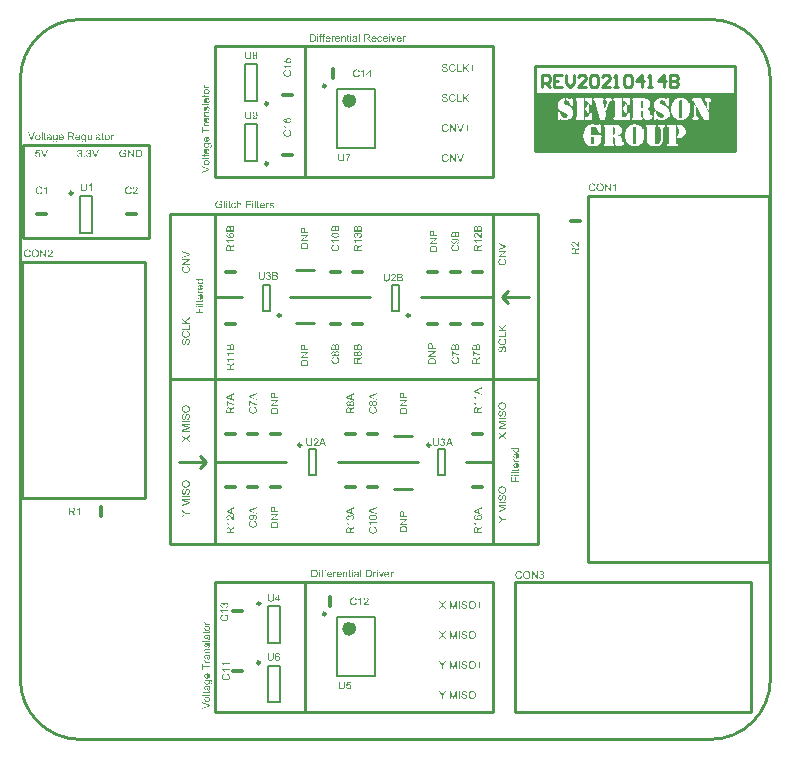
<source format=gto>
G04*
G04 #@! TF.GenerationSoftware,Altium Limited,Altium Designer,21.2.2 (38)*
G04*
G04 Layer_Color=65535*
%FSLAX25Y25*%
%MOIN*%
G70*
G04*
G04 #@! TF.SameCoordinates,721590ED-CEA7-4866-BC24-90B372C3D9A2*
G04*
G04*
G04 #@! TF.FilePolarity,Positive*
G04*
G01*
G75*
%ADD10C,0.00984*%
%ADD11C,0.02362*%
%ADD12C,0.01000*%
%ADD13C,0.00787*%
%ADD14C,0.01200*%
G36*
X338000Y206465D02*
Y196000D01*
X271500D01*
Y206465D01*
X338000D01*
X271500D01*
Y215500D01*
X338000D01*
Y206465D01*
D02*
G37*
G36*
X155249Y111351D02*
X155283D01*
X155323Y111347D01*
X155368Y111339D01*
X155416Y111336D01*
X155523Y111317D01*
X155642Y111288D01*
X155760Y111247D01*
X155819Y111225D01*
X155878Y111195D01*
X155882D01*
X155893Y111188D01*
X155908Y111180D01*
X155930Y111166D01*
X155956Y111151D01*
X155982Y111132D01*
X156052Y111081D01*
X156126Y111018D01*
X156204Y110944D01*
X156278Y110855D01*
X156345Y110751D01*
Y110748D01*
X156352Y110740D01*
X156359Y110722D01*
X156370Y110699D01*
X156382Y110673D01*
X156393Y110644D01*
X156407Y110607D01*
X156422Y110566D01*
X156437Y110522D01*
X156452Y110474D01*
X156474Y110366D01*
X156493Y110252D01*
X156500Y110130D01*
Y110093D01*
X156496Y110070D01*
Y110037D01*
X156489Y110000D01*
X156485Y109959D01*
X156478Y109911D01*
X156456Y109811D01*
X156426Y109704D01*
X156382Y109593D01*
X156356Y109538D01*
X156326Y109482D01*
X156322Y109478D01*
X156319Y109471D01*
X156308Y109456D01*
X156293Y109434D01*
X156278Y109412D01*
X156256Y109386D01*
X156200Y109323D01*
X156134Y109253D01*
X156052Y109179D01*
X155960Y109112D01*
X155852Y109049D01*
X155849D01*
X155838Y109042D01*
X155823Y109034D01*
X155801Y109027D01*
X155771Y109016D01*
X155738Y109005D01*
X155701Y108990D01*
X155660Y108979D01*
X155612Y108964D01*
X155564Y108949D01*
X155453Y108927D01*
X155338Y108912D01*
X155212Y108905D01*
X155209D01*
X155205D01*
X155183D01*
X155149Y108909D01*
X155105D01*
X155053Y108916D01*
X154990Y108923D01*
X154920Y108934D01*
X154846Y108949D01*
X154768Y108964D01*
X154687Y108986D01*
X154606Y109016D01*
X154520Y109049D01*
X154439Y109086D01*
X154358Y109134D01*
X154284Y109186D01*
X154213Y109245D01*
X154210Y109249D01*
X154199Y109260D01*
X154180Y109282D01*
X154158Y109308D01*
X154128Y109342D01*
X154099Y109382D01*
X154065Y109430D01*
X154032Y109486D01*
X153999Y109545D01*
X153965Y109612D01*
X153936Y109686D01*
X153906Y109763D01*
X153884Y109848D01*
X153866Y109937D01*
X153855Y110030D01*
X153851Y110130D01*
Y110163D01*
X153855Y110189D01*
Y110222D01*
X153858Y110255D01*
X153866Y110300D01*
X153873Y110344D01*
X153892Y110440D01*
X153921Y110551D01*
X153965Y110659D01*
X153991Y110714D01*
X154021Y110770D01*
X154025Y110773D01*
X154028Y110781D01*
X154040Y110796D01*
X154051Y110818D01*
X154069Y110840D01*
X154091Y110870D01*
X154143Y110933D01*
X154210Y110999D01*
X154291Y111073D01*
X154387Y111143D01*
X154495Y111203D01*
X154498D01*
X154509Y111210D01*
X154524Y111217D01*
X154546Y111225D01*
X154576Y111240D01*
X154609Y111251D01*
X154650Y111266D01*
X154694Y111280D01*
X154743Y111291D01*
X154794Y111306D01*
X154853Y111321D01*
X154913Y111332D01*
X155042Y111347D01*
X155183Y111354D01*
X155186D01*
X155201D01*
X155220D01*
X155249Y111351D01*
D02*
G37*
G36*
X155812Y108535D02*
X155864Y108528D01*
X155923Y108513D01*
X155986Y108494D01*
X156052Y108465D01*
X156123Y108424D01*
X156126D01*
X156130Y108420D01*
X156152Y108402D01*
X156185Y108376D01*
X156222Y108339D01*
X156267Y108291D01*
X156315Y108231D01*
X156359Y108165D01*
X156400Y108087D01*
Y108083D01*
X156404Y108076D01*
X156407Y108065D01*
X156415Y108050D01*
X156422Y108028D01*
X156433Y108002D01*
X156448Y107943D01*
X156467Y107873D01*
X156485Y107788D01*
X156496Y107695D01*
X156500Y107595D01*
Y107536D01*
X156496Y107506D01*
Y107473D01*
X156493Y107436D01*
X156489Y107392D01*
X156474Y107299D01*
X156459Y107203D01*
X156433Y107107D01*
X156400Y107014D01*
Y107010D01*
X156396Y107003D01*
X156389Y106992D01*
X156382Y106977D01*
X156359Y106933D01*
X156326Y106881D01*
X156282Y106822D01*
X156230Y106759D01*
X156167Y106700D01*
X156097Y106644D01*
X156093D01*
X156086Y106637D01*
X156075Y106633D01*
X156060Y106622D01*
X156041Y106615D01*
X156019Y106604D01*
X155964Y106578D01*
X155893Y106552D01*
X155815Y106529D01*
X155727Y106515D01*
X155634Y106507D01*
X155605Y106825D01*
X155608D01*
X155612D01*
X155623Y106829D01*
X155638D01*
X155671Y106837D01*
X155719Y106848D01*
X155767Y106862D01*
X155823Y106877D01*
X155875Y106903D01*
X155923Y106929D01*
X155927Y106933D01*
X155941Y106944D01*
X155967Y106962D01*
X155993Y106992D01*
X156026Y107029D01*
X156060Y107070D01*
X156093Y107125D01*
X156123Y107184D01*
Y107188D01*
X156126Y107192D01*
X156130Y107203D01*
X156134Y107214D01*
X156145Y107251D01*
X156160Y107299D01*
X156174Y107358D01*
X156185Y107425D01*
X156193Y107499D01*
X156197Y107580D01*
Y107614D01*
X156193Y107651D01*
X156189Y107695D01*
X156182Y107747D01*
X156174Y107806D01*
X156160Y107865D01*
X156141Y107921D01*
X156137Y107928D01*
X156130Y107947D01*
X156115Y107973D01*
X156100Y108006D01*
X156075Y108039D01*
X156049Y108076D01*
X156019Y108113D01*
X155982Y108143D01*
X155978Y108146D01*
X155964Y108154D01*
X155945Y108165D01*
X155915Y108180D01*
X155886Y108194D01*
X155849Y108206D01*
X155808Y108213D01*
X155764Y108217D01*
X155760D01*
X155742D01*
X155719Y108213D01*
X155690Y108209D01*
X155660Y108198D01*
X155623Y108187D01*
X155586Y108169D01*
X155553Y108143D01*
X155549Y108139D01*
X155538Y108128D01*
X155523Y108113D01*
X155501Y108087D01*
X155479Y108058D01*
X155453Y108017D01*
X155427Y107969D01*
X155405Y107913D01*
X155401Y107910D01*
X155397Y107891D01*
X155386Y107861D01*
X155383Y107843D01*
X155375Y107817D01*
X155364Y107791D01*
X155357Y107758D01*
X155346Y107721D01*
X155334Y107676D01*
X155323Y107632D01*
X155309Y107580D01*
X155294Y107521D01*
X155279Y107458D01*
Y107455D01*
X155275Y107443D01*
X155272Y107425D01*
X155264Y107403D01*
X155257Y107373D01*
X155249Y107340D01*
X155227Y107266D01*
X155201Y107184D01*
X155175Y107099D01*
X155149Y107025D01*
X155135Y106992D01*
X155120Y106962D01*
Y106959D01*
X155116Y106955D01*
X155101Y106933D01*
X155083Y106899D01*
X155053Y106862D01*
X155020Y106818D01*
X154979Y106774D01*
X154931Y106729D01*
X154879Y106692D01*
X154872Y106689D01*
X154853Y106677D01*
X154824Y106663D01*
X154787Y106648D01*
X154739Y106633D01*
X154683Y106618D01*
X154624Y106607D01*
X154561Y106604D01*
X154558D01*
X154554D01*
X154543D01*
X154528D01*
X154491Y106611D01*
X154443Y106618D01*
X154387Y106629D01*
X154324Y106648D01*
X154262Y106674D01*
X154199Y106711D01*
X154195D01*
X154191Y106714D01*
X154169Y106733D01*
X154139Y106759D01*
X154102Y106792D01*
X154062Y106837D01*
X154017Y106892D01*
X153977Y106959D01*
X153940Y107033D01*
Y107036D01*
X153936Y107044D01*
X153932Y107055D01*
X153925Y107070D01*
X153917Y107088D01*
X153910Y107114D01*
X153895Y107170D01*
X153880Y107240D01*
X153866Y107321D01*
X153855Y107406D01*
X153851Y107503D01*
Y107551D01*
X153855Y107577D01*
Y107603D01*
X153862Y107673D01*
X153873Y107750D01*
X153892Y107832D01*
X153914Y107921D01*
X153943Y108002D01*
Y108006D01*
X153947Y108013D01*
X153954Y108024D01*
X153962Y108039D01*
X153980Y108076D01*
X154014Y108124D01*
X154051Y108180D01*
X154099Y108235D01*
X154154Y108287D01*
X154217Y108335D01*
X154221D01*
X154225Y108339D01*
X154236Y108346D01*
X154247Y108354D01*
X154284Y108372D01*
X154332Y108394D01*
X154391Y108420D01*
X154461Y108439D01*
X154535Y108457D01*
X154617Y108465D01*
X154643Y108139D01*
X154639D01*
X154631D01*
X154620Y108135D01*
X154602Y108132D01*
X154561Y108121D01*
X154506Y108106D01*
X154446Y108083D01*
X154387Y108050D01*
X154332Y108010D01*
X154280Y107958D01*
X154276Y107950D01*
X154262Y107932D01*
X154239Y107895D01*
X154217Y107847D01*
X154195Y107784D01*
X154173Y107710D01*
X154158Y107617D01*
X154154Y107514D01*
Y107462D01*
X154158Y107440D01*
X154162Y107410D01*
X154169Y107343D01*
X154184Y107270D01*
X154202Y107195D01*
X154232Y107125D01*
X154250Y107096D01*
X154269Y107066D01*
X154273Y107059D01*
X154287Y107044D01*
X154313Y107022D01*
X154343Y106999D01*
X154384Y106974D01*
X154428Y106951D01*
X154480Y106937D01*
X154539Y106929D01*
X154546D01*
X154561D01*
X154587Y106933D01*
X154617Y106940D01*
X154654Y106951D01*
X154691Y106970D01*
X154728Y106992D01*
X154765Y107025D01*
X154768Y107029D01*
X154780Y107047D01*
X154791Y107062D01*
X154798Y107077D01*
X154809Y107099D01*
X154824Y107125D01*
X154835Y107159D01*
X154850Y107195D01*
X154865Y107236D01*
X154883Y107284D01*
X154898Y107336D01*
X154916Y107395D01*
X154931Y107462D01*
X154950Y107536D01*
Y107540D01*
X154953Y107554D01*
X154957Y107577D01*
X154964Y107603D01*
X154972Y107636D01*
X154983Y107676D01*
X154994Y107717D01*
X155005Y107762D01*
X155031Y107858D01*
X155057Y107950D01*
X155072Y107995D01*
X155087Y108035D01*
X155098Y108072D01*
X155113Y108102D01*
Y108106D01*
X155116Y108113D01*
X155124Y108124D01*
X155131Y108139D01*
X155153Y108180D01*
X155183Y108228D01*
X155224Y108283D01*
X155268Y108339D01*
X155320Y108391D01*
X155375Y108435D01*
X155383Y108439D01*
X155401Y108454D01*
X155434Y108468D01*
X155479Y108491D01*
X155531Y108509D01*
X155594Y108528D01*
X155664Y108539D01*
X155738Y108542D01*
X155742D01*
X155745D01*
X155756D01*
X155771D01*
X155812Y108535D01*
D02*
G37*
G36*
X156456Y105682D02*
X153895D01*
Y106023D01*
X156456D01*
Y105682D01*
D02*
G37*
G36*
Y104750D02*
X154313D01*
X156456Y104002D01*
Y103699D01*
X154276Y102959D01*
X156456D01*
Y102633D01*
X153895D01*
Y103140D01*
X155712Y103747D01*
X155716D01*
X155723Y103751D01*
X155734Y103754D01*
X155753Y103762D01*
X155797Y103777D01*
X155852Y103795D01*
X155915Y103814D01*
X155978Y103836D01*
X156037Y103854D01*
X156089Y103869D01*
X156082Y103873D01*
X156063Y103877D01*
X156030Y103888D01*
X155986Y103902D01*
X155927Y103921D01*
X155856Y103947D01*
X155775Y103973D01*
X155679Y104006D01*
X153895Y104620D01*
Y105075D01*
X156456D01*
Y104750D01*
D02*
G37*
G36*
Y100928D02*
X155545Y100280D01*
X155542Y100277D01*
X155531Y100269D01*
X155516Y100262D01*
X155497Y100247D01*
X155446Y100214D01*
X155390Y100177D01*
X155394Y100173D01*
X155409Y100162D01*
X155431Y100147D01*
X155460Y100128D01*
X155519Y100088D01*
X155545Y100069D01*
X155568Y100055D01*
X156456Y99407D01*
Y99000D01*
X155131Y99988D01*
X153895Y99115D01*
Y99518D01*
X154554Y99984D01*
X154558D01*
X154561Y99992D01*
X154572Y99999D01*
X154587Y100010D01*
X154624Y100032D01*
X154668Y100066D01*
X154720Y100099D01*
X154772Y100132D01*
X154820Y100162D01*
X154865Y100188D01*
X154857Y100191D01*
X154842Y100203D01*
X154813Y100221D01*
X154776Y100247D01*
X154735Y100277D01*
X154683Y100313D01*
X154631Y100350D01*
X154576Y100395D01*
X153895Y100906D01*
Y101276D01*
X155113Y100388D01*
X156456Y101346D01*
Y100928D01*
D02*
G37*
G36*
Y140228D02*
X155164Y139318D01*
X155568Y138900D01*
X156456D01*
Y138560D01*
X153895D01*
Y138900D01*
X155168D01*
X153895Y140165D01*
Y140628D01*
X154935Y139555D01*
X156456Y140676D01*
Y140228D01*
D02*
G37*
G36*
Y136569D02*
X153895D01*
Y136909D01*
X156152D01*
Y138171D01*
X156456D01*
Y136569D01*
D02*
G37*
G36*
X155664Y136162D02*
X155686Y136155D01*
X155716Y136144D01*
X155749Y136132D01*
X155790Y136118D01*
X155834Y136099D01*
X155882Y136077D01*
X155986Y136025D01*
X156089Y135959D01*
X156141Y135918D01*
X156193Y135877D01*
X156237Y135833D01*
X156282Y135781D01*
X156285Y135777D01*
X156293Y135770D01*
X156300Y135751D01*
X156315Y135733D01*
X156333Y135703D01*
X156352Y135674D01*
X156370Y135633D01*
X156389Y135592D01*
X156411Y135544D01*
X156430Y135492D01*
X156448Y135437D01*
X156467Y135378D01*
X156482Y135315D01*
X156489Y135248D01*
X156496Y135178D01*
X156500Y135104D01*
Y135063D01*
X156496Y135034D01*
Y135000D01*
X156493Y134959D01*
X156485Y134915D01*
X156478Y134863D01*
X156459Y134756D01*
X156430Y134645D01*
X156389Y134534D01*
X156363Y134482D01*
X156333Y134430D01*
X156330Y134427D01*
X156326Y134419D01*
X156315Y134405D01*
X156300Y134390D01*
X156285Y134368D01*
X156263Y134342D01*
X156237Y134312D01*
X156208Y134282D01*
X156174Y134253D01*
X156141Y134220D01*
X156056Y134153D01*
X155956Y134090D01*
X155845Y134035D01*
X155841D01*
X155830Y134027D01*
X155812Y134023D01*
X155790Y134012D01*
X155760Y134005D01*
X155723Y133994D01*
X155682Y133979D01*
X155638Y133968D01*
X155590Y133957D01*
X155534Y133942D01*
X155420Y133923D01*
X155290Y133909D01*
X155157Y133901D01*
X155153D01*
X155138D01*
X155116D01*
X155090Y133905D01*
X155053D01*
X155016Y133909D01*
X154968Y133912D01*
X154920Y133920D01*
X154813Y133938D01*
X154694Y133964D01*
X154576Y134001D01*
X154461Y134053D01*
X154458Y134057D01*
X154446Y134060D01*
X154432Y134068D01*
X154413Y134083D01*
X154387Y134097D01*
X154358Y134116D01*
X154291Y134164D01*
X154217Y134227D01*
X154143Y134301D01*
X154069Y134386D01*
X154006Y134486D01*
X154002Y134490D01*
X153999Y134501D01*
X153991Y134516D01*
X153980Y134534D01*
X153969Y134564D01*
X153958Y134593D01*
X153943Y134630D01*
X153928Y134671D01*
X153914Y134715D01*
X153899Y134763D01*
X153877Y134867D01*
X153858Y134985D01*
X153851Y135108D01*
Y135144D01*
X153855Y135170D01*
X153858Y135204D01*
X153862Y135244D01*
X153866Y135285D01*
X153877Y135333D01*
X153899Y135433D01*
X153932Y135544D01*
X153954Y135600D01*
X153980Y135651D01*
X154014Y135703D01*
X154047Y135755D01*
X154051Y135759D01*
X154054Y135766D01*
X154065Y135781D01*
X154084Y135799D01*
X154102Y135818D01*
X154128Y135844D01*
X154158Y135870D01*
X154188Y135899D01*
X154225Y135929D01*
X154269Y135959D01*
X154313Y135992D01*
X154361Y136021D01*
X154417Y136047D01*
X154472Y136077D01*
X154532Y136099D01*
X154598Y136121D01*
X154676Y135788D01*
X154672D01*
X154665Y135785D01*
X154650Y135777D01*
X154631Y135770D01*
X154609Y135762D01*
X154580Y135751D01*
X154520Y135722D01*
X154454Y135685D01*
X154387Y135640D01*
X154324Y135585D01*
X154269Y135526D01*
X154262Y135518D01*
X154247Y135496D01*
X154228Y135459D01*
X154202Y135411D01*
X154180Y135348D01*
X154158Y135278D01*
X154143Y135193D01*
X154139Y135100D01*
Y135071D01*
X154143Y135052D01*
Y135026D01*
X154147Y134996D01*
X154158Y134926D01*
X154173Y134848D01*
X154199Y134767D01*
X154236Y134682D01*
X154284Y134604D01*
Y134601D01*
X154291Y134597D01*
X154310Y134571D01*
X154339Y134538D01*
X154384Y134497D01*
X154439Y134449D01*
X154502Y134405D01*
X154580Y134364D01*
X154665Y134327D01*
X154668D01*
X154676Y134323D01*
X154687Y134319D01*
X154706Y134316D01*
X154728Y134308D01*
X154754Y134301D01*
X154816Y134290D01*
X154891Y134275D01*
X154972Y134260D01*
X155061Y134253D01*
X155157Y134249D01*
X155161D01*
X155172D01*
X155190D01*
X155212D01*
X155238Y134253D01*
X155272D01*
X155309Y134256D01*
X155349Y134260D01*
X155438Y134271D01*
X155534Y134290D01*
X155631Y134312D01*
X155727Y134342D01*
X155730D01*
X155738Y134345D01*
X155749Y134353D01*
X155767Y134360D01*
X155812Y134382D01*
X155864Y134416D01*
X155923Y134456D01*
X155986Y134508D01*
X156041Y134567D01*
X156093Y134638D01*
Y134641D01*
X156097Y134649D01*
X156104Y134660D01*
X156112Y134675D01*
X156119Y134693D01*
X156130Y134715D01*
X156152Y134767D01*
X156174Y134834D01*
X156193Y134908D01*
X156208Y134989D01*
X156211Y135074D01*
Y135100D01*
X156208Y135122D01*
Y135148D01*
X156204Y135174D01*
X156189Y135241D01*
X156171Y135318D01*
X156141Y135396D01*
X156100Y135477D01*
X156078Y135518D01*
X156049Y135555D01*
X156045Y135559D01*
X156041Y135563D01*
X156030Y135574D01*
X156019Y135589D01*
X156000Y135603D01*
X155978Y135622D01*
X155956Y135644D01*
X155927Y135662D01*
X155893Y135685D01*
X155856Y135711D01*
X155819Y135733D01*
X155775Y135755D01*
X155727Y135774D01*
X155675Y135792D01*
X155619Y135810D01*
X155560Y135825D01*
X155645Y136166D01*
X155649D01*
X155664Y136162D01*
D02*
G37*
G36*
X155812Y133528D02*
X155864Y133520D01*
X155923Y133505D01*
X155986Y133487D01*
X156052Y133457D01*
X156123Y133417D01*
X156126D01*
X156130Y133413D01*
X156152Y133394D01*
X156185Y133369D01*
X156222Y133332D01*
X156267Y133283D01*
X156315Y133224D01*
X156359Y133158D01*
X156400Y133080D01*
Y133076D01*
X156404Y133069D01*
X156407Y133058D01*
X156415Y133043D01*
X156422Y133021D01*
X156433Y132995D01*
X156448Y132936D01*
X156467Y132865D01*
X156485Y132780D01*
X156496Y132688D01*
X156500Y132588D01*
Y132529D01*
X156496Y132499D01*
Y132466D01*
X156493Y132429D01*
X156489Y132384D01*
X156474Y132292D01*
X156459Y132196D01*
X156433Y132099D01*
X156400Y132007D01*
Y132003D01*
X156396Y131996D01*
X156389Y131985D01*
X156382Y131970D01*
X156359Y131925D01*
X156326Y131874D01*
X156282Y131815D01*
X156230Y131752D01*
X156167Y131692D01*
X156097Y131637D01*
X156093D01*
X156086Y131630D01*
X156075Y131626D01*
X156060Y131615D01*
X156041Y131607D01*
X156019Y131596D01*
X155964Y131570D01*
X155893Y131544D01*
X155815Y131522D01*
X155727Y131507D01*
X155634Y131500D01*
X155605Y131818D01*
X155608D01*
X155612D01*
X155623Y131822D01*
X155638D01*
X155671Y131829D01*
X155719Y131840D01*
X155767Y131855D01*
X155823Y131870D01*
X155875Y131896D01*
X155923Y131922D01*
X155927Y131925D01*
X155941Y131937D01*
X155967Y131955D01*
X155993Y131985D01*
X156026Y132022D01*
X156060Y132062D01*
X156093Y132118D01*
X156123Y132177D01*
Y132181D01*
X156126Y132185D01*
X156130Y132196D01*
X156134Y132207D01*
X156145Y132244D01*
X156160Y132292D01*
X156174Y132351D01*
X156185Y132418D01*
X156193Y132492D01*
X156197Y132573D01*
Y132606D01*
X156193Y132643D01*
X156189Y132688D01*
X156182Y132739D01*
X156174Y132799D01*
X156160Y132858D01*
X156141Y132913D01*
X156137Y132921D01*
X156130Y132939D01*
X156115Y132965D01*
X156100Y132999D01*
X156075Y133032D01*
X156049Y133069D01*
X156019Y133106D01*
X155982Y133135D01*
X155978Y133139D01*
X155964Y133147D01*
X155945Y133158D01*
X155915Y133172D01*
X155886Y133187D01*
X155849Y133198D01*
X155808Y133206D01*
X155764Y133209D01*
X155760D01*
X155742D01*
X155719Y133206D01*
X155690Y133202D01*
X155660Y133191D01*
X155623Y133180D01*
X155586Y133161D01*
X155553Y133135D01*
X155549Y133132D01*
X155538Y133121D01*
X155523Y133106D01*
X155501Y133080D01*
X155479Y133050D01*
X155453Y133010D01*
X155427Y132961D01*
X155405Y132906D01*
X155401Y132902D01*
X155397Y132884D01*
X155386Y132854D01*
X155383Y132836D01*
X155375Y132810D01*
X155364Y132784D01*
X155357Y132751D01*
X155346Y132714D01*
X155334Y132669D01*
X155323Y132625D01*
X155309Y132573D01*
X155294Y132514D01*
X155279Y132451D01*
Y132447D01*
X155275Y132436D01*
X155272Y132418D01*
X155264Y132395D01*
X155257Y132366D01*
X155249Y132333D01*
X155227Y132258D01*
X155201Y132177D01*
X155175Y132092D01*
X155149Y132018D01*
X155135Y131985D01*
X155120Y131955D01*
Y131951D01*
X155116Y131948D01*
X155101Y131925D01*
X155083Y131892D01*
X155053Y131855D01*
X155020Y131811D01*
X154979Y131766D01*
X154931Y131722D01*
X154879Y131685D01*
X154872Y131681D01*
X154853Y131670D01*
X154824Y131655D01*
X154787Y131641D01*
X154739Y131626D01*
X154683Y131611D01*
X154624Y131600D01*
X154561Y131596D01*
X154558D01*
X154554D01*
X154543D01*
X154528D01*
X154491Y131604D01*
X154443Y131611D01*
X154387Y131622D01*
X154324Y131641D01*
X154262Y131667D01*
X154199Y131703D01*
X154195D01*
X154191Y131707D01*
X154169Y131726D01*
X154139Y131752D01*
X154102Y131785D01*
X154062Y131829D01*
X154017Y131885D01*
X153977Y131951D01*
X153940Y132025D01*
Y132029D01*
X153936Y132036D01*
X153932Y132048D01*
X153925Y132062D01*
X153917Y132081D01*
X153910Y132107D01*
X153895Y132162D01*
X153880Y132233D01*
X153866Y132314D01*
X153855Y132399D01*
X153851Y132495D01*
Y132543D01*
X153855Y132569D01*
Y132595D01*
X153862Y132666D01*
X153873Y132743D01*
X153892Y132825D01*
X153914Y132913D01*
X153943Y132995D01*
Y132999D01*
X153947Y133006D01*
X153954Y133017D01*
X153962Y133032D01*
X153980Y133069D01*
X154014Y133117D01*
X154051Y133172D01*
X154099Y133228D01*
X154154Y133280D01*
X154217Y133328D01*
X154221D01*
X154225Y133332D01*
X154236Y133339D01*
X154247Y133346D01*
X154284Y133365D01*
X154332Y133387D01*
X154391Y133413D01*
X154461Y133431D01*
X154535Y133450D01*
X154617Y133457D01*
X154643Y133132D01*
X154639D01*
X154631D01*
X154620Y133128D01*
X154602Y133124D01*
X154561Y133113D01*
X154506Y133098D01*
X154446Y133076D01*
X154387Y133043D01*
X154332Y133002D01*
X154280Y132950D01*
X154276Y132943D01*
X154262Y132924D01*
X154239Y132887D01*
X154217Y132839D01*
X154195Y132776D01*
X154173Y132703D01*
X154158Y132610D01*
X154154Y132506D01*
Y132455D01*
X154158Y132432D01*
X154162Y132403D01*
X154169Y132336D01*
X154184Y132262D01*
X154202Y132188D01*
X154232Y132118D01*
X154250Y132088D01*
X154269Y132059D01*
X154273Y132051D01*
X154287Y132036D01*
X154313Y132014D01*
X154343Y131992D01*
X154384Y131966D01*
X154428Y131944D01*
X154480Y131929D01*
X154539Y131922D01*
X154546D01*
X154561D01*
X154587Y131925D01*
X154617Y131933D01*
X154654Y131944D01*
X154691Y131963D01*
X154728Y131985D01*
X154765Y132018D01*
X154768Y132022D01*
X154780Y132040D01*
X154791Y132055D01*
X154798Y132070D01*
X154809Y132092D01*
X154824Y132118D01*
X154835Y132151D01*
X154850Y132188D01*
X154865Y132229D01*
X154883Y132277D01*
X154898Y132329D01*
X154916Y132388D01*
X154931Y132455D01*
X154950Y132529D01*
Y132532D01*
X154953Y132547D01*
X154957Y132569D01*
X154964Y132595D01*
X154972Y132629D01*
X154983Y132669D01*
X154994Y132710D01*
X155005Y132754D01*
X155031Y132851D01*
X155057Y132943D01*
X155072Y132987D01*
X155087Y133028D01*
X155098Y133065D01*
X155113Y133095D01*
Y133098D01*
X155116Y133106D01*
X155124Y133117D01*
X155131Y133132D01*
X155153Y133172D01*
X155183Y133221D01*
X155224Y133276D01*
X155268Y133332D01*
X155320Y133383D01*
X155375Y133428D01*
X155383Y133431D01*
X155401Y133446D01*
X155434Y133461D01*
X155479Y133483D01*
X155531Y133502D01*
X155594Y133520D01*
X155664Y133531D01*
X155738Y133535D01*
X155742D01*
X155745D01*
X155756D01*
X155771D01*
X155812Y133528D01*
D02*
G37*
G36*
X184239Y115615D02*
X184265Y115611D01*
X184298Y115608D01*
X184335Y115600D01*
X184376Y115593D01*
X184461Y115567D01*
X184505Y115552D01*
X184553Y115530D01*
X184601Y115504D01*
X184646Y115478D01*
X184690Y115445D01*
X184735Y115408D01*
X184738Y115404D01*
X184746Y115397D01*
X184757Y115386D01*
X184768Y115367D01*
X184786Y115345D01*
X184805Y115315D01*
X184827Y115278D01*
X184846Y115238D01*
X184868Y115190D01*
X184890Y115134D01*
X184908Y115075D01*
X184923Y115005D01*
X184938Y114931D01*
X184949Y114849D01*
X184957Y114757D01*
X184960Y114661D01*
Y114006D01*
X186000D01*
Y113665D01*
X183440D01*
Y114716D01*
X183443Y114771D01*
X183447Y114834D01*
X183451Y114901D01*
X183458Y114964D01*
X183466Y115019D01*
Y115027D01*
X183473Y115053D01*
X183480Y115086D01*
X183491Y115130D01*
X183510Y115179D01*
X183532Y115230D01*
X183558Y115286D01*
X183588Y115334D01*
X183591Y115341D01*
X183602Y115356D01*
X183625Y115378D01*
X183651Y115408D01*
X183684Y115441D01*
X183728Y115474D01*
X183776Y115512D01*
X183832Y115541D01*
X183839Y115545D01*
X183858Y115552D01*
X183891Y115567D01*
X183935Y115582D01*
X183987Y115593D01*
X184046Y115608D01*
X184113Y115615D01*
X184183Y115619D01*
X184187D01*
X184198D01*
X184213D01*
X184239Y115615D01*
D02*
G37*
G36*
X186000Y112744D02*
X183991Y111405D01*
X186000D01*
Y111079D01*
X183440D01*
Y111427D01*
X185452Y112770D01*
X183440D01*
Y113095D01*
X186000D01*
Y112744D01*
D02*
G37*
G36*
X184783Y110613D02*
X184812D01*
X184883Y110609D01*
X184964Y110598D01*
X185049Y110587D01*
X185138Y110568D01*
X185227Y110546D01*
X185230D01*
X185238Y110542D01*
X185249Y110539D01*
X185264Y110535D01*
X185304Y110520D01*
X185356Y110498D01*
X185415Y110476D01*
X185475Y110446D01*
X185538Y110409D01*
X185597Y110372D01*
X185604Y110369D01*
X185623Y110354D01*
X185649Y110331D01*
X185682Y110302D01*
X185719Y110269D01*
X185756Y110228D01*
X185796Y110187D01*
X185830Y110139D01*
X185834Y110132D01*
X185845Y110117D01*
X185859Y110091D01*
X185878Y110054D01*
X185900Y110010D01*
X185919Y109958D01*
X185941Y109899D01*
X185959Y109832D01*
Y109825D01*
X185963Y109813D01*
X185967Y109802D01*
X185970Y109765D01*
X185978Y109714D01*
X185985Y109654D01*
X185993Y109584D01*
X185996Y109506D01*
X186000Y109421D01*
Y108500D01*
X183440D01*
Y109484D01*
X183443Y109551D01*
X183447Y109625D01*
X183454Y109699D01*
X183466Y109773D01*
X183477Y109836D01*
Y109839D01*
X183480Y109847D01*
Y109858D01*
X183488Y109873D01*
X183499Y109913D01*
X183517Y109965D01*
X183543Y110024D01*
X183577Y110087D01*
X183614Y110150D01*
X183662Y110209D01*
X183665Y110213D01*
X183669Y110217D01*
X183680Y110228D01*
X183691Y110243D01*
X183728Y110280D01*
X183780Y110324D01*
X183843Y110372D01*
X183917Y110424D01*
X184002Y110472D01*
X184098Y110513D01*
X184102D01*
X184109Y110517D01*
X184124Y110524D01*
X184146Y110528D01*
X184172Y110539D01*
X184202Y110546D01*
X184235Y110554D01*
X184276Y110565D01*
X184317Y110576D01*
X184365Y110583D01*
X184468Y110602D01*
X184583Y110613D01*
X184709Y110616D01*
X184712D01*
X184720D01*
X184738D01*
X184757D01*
X184783Y110613D01*
D02*
G37*
G36*
X184239Y77615D02*
X184265Y77611D01*
X184298Y77608D01*
X184335Y77600D01*
X184376Y77593D01*
X184461Y77567D01*
X184505Y77552D01*
X184553Y77530D01*
X184601Y77504D01*
X184646Y77478D01*
X184690Y77445D01*
X184735Y77408D01*
X184738Y77404D01*
X184746Y77397D01*
X184757Y77386D01*
X184768Y77367D01*
X184786Y77345D01*
X184805Y77315D01*
X184827Y77278D01*
X184846Y77238D01*
X184868Y77190D01*
X184890Y77134D01*
X184908Y77075D01*
X184923Y77005D01*
X184938Y76931D01*
X184949Y76849D01*
X184957Y76757D01*
X184960Y76661D01*
Y76006D01*
X186000D01*
Y75665D01*
X183440D01*
Y76716D01*
X183443Y76771D01*
X183447Y76834D01*
X183451Y76901D01*
X183458Y76964D01*
X183466Y77019D01*
Y77027D01*
X183473Y77053D01*
X183480Y77086D01*
X183491Y77130D01*
X183510Y77179D01*
X183532Y77230D01*
X183558Y77286D01*
X183588Y77334D01*
X183591Y77341D01*
X183602Y77356D01*
X183625Y77378D01*
X183651Y77408D01*
X183684Y77441D01*
X183728Y77474D01*
X183776Y77512D01*
X183832Y77541D01*
X183839Y77545D01*
X183858Y77552D01*
X183891Y77567D01*
X183935Y77582D01*
X183987Y77593D01*
X184046Y77608D01*
X184113Y77615D01*
X184183Y77619D01*
X184187D01*
X184198D01*
X184213D01*
X184239Y77615D01*
D02*
G37*
G36*
X186000Y74744D02*
X183991Y73405D01*
X186000D01*
Y73079D01*
X183440D01*
Y73427D01*
X185452Y74770D01*
X183440D01*
Y75095D01*
X186000D01*
Y74744D01*
D02*
G37*
G36*
X184783Y72613D02*
X184812D01*
X184883Y72609D01*
X184964Y72598D01*
X185049Y72587D01*
X185138Y72568D01*
X185227Y72546D01*
X185230D01*
X185238Y72542D01*
X185249Y72539D01*
X185264Y72535D01*
X185304Y72520D01*
X185356Y72498D01*
X185415Y72476D01*
X185475Y72446D01*
X185538Y72409D01*
X185597Y72372D01*
X185604Y72369D01*
X185623Y72354D01*
X185649Y72332D01*
X185682Y72302D01*
X185719Y72269D01*
X185756Y72228D01*
X185796Y72187D01*
X185830Y72139D01*
X185834Y72132D01*
X185845Y72117D01*
X185859Y72091D01*
X185878Y72054D01*
X185900Y72010D01*
X185919Y71958D01*
X185941Y71899D01*
X185959Y71832D01*
Y71825D01*
X185963Y71813D01*
X185967Y71802D01*
X185970Y71765D01*
X185978Y71714D01*
X185985Y71654D01*
X185993Y71584D01*
X185996Y71506D01*
X186000Y71421D01*
Y70500D01*
X183440D01*
Y71484D01*
X183443Y71551D01*
X183447Y71625D01*
X183454Y71699D01*
X183466Y71773D01*
X183477Y71836D01*
Y71839D01*
X183480Y71847D01*
Y71858D01*
X183488Y71873D01*
X183499Y71913D01*
X183517Y71965D01*
X183543Y72024D01*
X183577Y72087D01*
X183614Y72150D01*
X183662Y72209D01*
X183665Y72213D01*
X183669Y72217D01*
X183680Y72228D01*
X183691Y72243D01*
X183728Y72280D01*
X183780Y72324D01*
X183843Y72372D01*
X183917Y72424D01*
X184002Y72472D01*
X184098Y72513D01*
X184102D01*
X184109Y72517D01*
X184124Y72524D01*
X184146Y72528D01*
X184172Y72539D01*
X184202Y72546D01*
X184235Y72553D01*
X184276Y72565D01*
X184317Y72576D01*
X184365Y72583D01*
X184468Y72602D01*
X184583Y72613D01*
X184709Y72616D01*
X184712D01*
X184720D01*
X184738D01*
X184757D01*
X184783Y72613D01*
D02*
G37*
G36*
X227239Y115615D02*
X227265Y115611D01*
X227298Y115608D01*
X227335Y115600D01*
X227376Y115593D01*
X227461Y115567D01*
X227505Y115552D01*
X227553Y115530D01*
X227601Y115504D01*
X227646Y115478D01*
X227690Y115445D01*
X227735Y115408D01*
X227738Y115404D01*
X227746Y115397D01*
X227757Y115386D01*
X227768Y115367D01*
X227786Y115345D01*
X227805Y115315D01*
X227827Y115278D01*
X227846Y115238D01*
X227868Y115190D01*
X227890Y115134D01*
X227908Y115075D01*
X227923Y115005D01*
X227938Y114931D01*
X227949Y114849D01*
X227957Y114757D01*
X227960Y114661D01*
Y114006D01*
X229000D01*
Y113665D01*
X226440D01*
Y114716D01*
X226443Y114771D01*
X226447Y114834D01*
X226451Y114901D01*
X226458Y114964D01*
X226466Y115019D01*
Y115027D01*
X226473Y115053D01*
X226480Y115086D01*
X226491Y115130D01*
X226510Y115179D01*
X226532Y115230D01*
X226558Y115286D01*
X226588Y115334D01*
X226591Y115341D01*
X226602Y115356D01*
X226625Y115378D01*
X226651Y115408D01*
X226684Y115441D01*
X226728Y115474D01*
X226776Y115512D01*
X226832Y115541D01*
X226839Y115545D01*
X226858Y115552D01*
X226891Y115567D01*
X226935Y115582D01*
X226987Y115593D01*
X227046Y115608D01*
X227113Y115615D01*
X227183Y115619D01*
X227187D01*
X227198D01*
X227213D01*
X227239Y115615D01*
D02*
G37*
G36*
X229000Y112744D02*
X226991Y111405D01*
X229000D01*
Y111079D01*
X226440D01*
Y111427D01*
X228452Y112770D01*
X226440D01*
Y113095D01*
X229000D01*
Y112744D01*
D02*
G37*
G36*
X227783Y110613D02*
X227812D01*
X227883Y110609D01*
X227964Y110598D01*
X228049Y110587D01*
X228138Y110568D01*
X228227Y110546D01*
X228230D01*
X228238Y110542D01*
X228249Y110539D01*
X228264Y110535D01*
X228304Y110520D01*
X228356Y110498D01*
X228415Y110476D01*
X228475Y110446D01*
X228538Y110409D01*
X228597Y110372D01*
X228604Y110369D01*
X228623Y110354D01*
X228648Y110331D01*
X228682Y110302D01*
X228719Y110269D01*
X228756Y110228D01*
X228797Y110187D01*
X228830Y110139D01*
X228834Y110132D01*
X228845Y110117D01*
X228859Y110091D01*
X228878Y110054D01*
X228900Y110010D01*
X228919Y109958D01*
X228941Y109899D01*
X228959Y109832D01*
Y109825D01*
X228963Y109813D01*
X228967Y109802D01*
X228970Y109765D01*
X228978Y109714D01*
X228985Y109654D01*
X228993Y109584D01*
X228996Y109506D01*
X229000Y109421D01*
Y108500D01*
X226440D01*
Y109484D01*
X226443Y109551D01*
X226447Y109625D01*
X226454Y109699D01*
X226466Y109773D01*
X226477Y109836D01*
Y109839D01*
X226480Y109847D01*
Y109858D01*
X226488Y109873D01*
X226499Y109913D01*
X226517Y109965D01*
X226543Y110024D01*
X226576Y110087D01*
X226613Y110150D01*
X226662Y110209D01*
X226665Y110213D01*
X226669Y110217D01*
X226680Y110228D01*
X226691Y110243D01*
X226728Y110280D01*
X226780Y110324D01*
X226843Y110372D01*
X226917Y110424D01*
X227002Y110472D01*
X227098Y110513D01*
X227102D01*
X227109Y110517D01*
X227124Y110524D01*
X227146Y110528D01*
X227172Y110539D01*
X227202Y110546D01*
X227235Y110554D01*
X227276Y110565D01*
X227316Y110576D01*
X227365Y110583D01*
X227468Y110602D01*
X227583Y110613D01*
X227709Y110616D01*
X227712D01*
X227720D01*
X227738D01*
X227757D01*
X227783Y110613D01*
D02*
G37*
G36*
X227239Y76115D02*
X227265Y76111D01*
X227298Y76108D01*
X227335Y76100D01*
X227376Y76093D01*
X227461Y76067D01*
X227505Y76052D01*
X227553Y76030D01*
X227601Y76004D01*
X227646Y75978D01*
X227690Y75945D01*
X227735Y75908D01*
X227738Y75904D01*
X227746Y75897D01*
X227757Y75886D01*
X227768Y75867D01*
X227786Y75845D01*
X227805Y75815D01*
X227827Y75778D01*
X227846Y75738D01*
X227868Y75690D01*
X227890Y75634D01*
X227908Y75575D01*
X227923Y75505D01*
X227938Y75431D01*
X227949Y75349D01*
X227957Y75257D01*
X227960Y75160D01*
Y74506D01*
X229000D01*
Y74165D01*
X226440D01*
Y75216D01*
X226443Y75271D01*
X226447Y75334D01*
X226451Y75401D01*
X226458Y75464D01*
X226466Y75519D01*
Y75527D01*
X226473Y75553D01*
X226480Y75586D01*
X226491Y75630D01*
X226510Y75678D01*
X226532Y75730D01*
X226558Y75786D01*
X226588Y75834D01*
X226591Y75841D01*
X226602Y75856D01*
X226625Y75878D01*
X226651Y75908D01*
X226684Y75941D01*
X226728Y75975D01*
X226776Y76012D01*
X226832Y76041D01*
X226839Y76045D01*
X226858Y76052D01*
X226891Y76067D01*
X226935Y76082D01*
X226987Y76093D01*
X227046Y76108D01*
X227113Y76115D01*
X227183Y76119D01*
X227187D01*
X227198D01*
X227213D01*
X227239Y76115D01*
D02*
G37*
G36*
X229000Y73244D02*
X226991Y71904D01*
X229000D01*
Y71579D01*
X226440D01*
Y71927D01*
X228452Y73270D01*
X226440D01*
Y73595D01*
X229000D01*
Y73244D01*
D02*
G37*
G36*
X227783Y71113D02*
X227812D01*
X227883Y71109D01*
X227964Y71098D01*
X228049Y71087D01*
X228138Y71068D01*
X228227Y71046D01*
X228230D01*
X228238Y71042D01*
X228249Y71039D01*
X228264Y71035D01*
X228304Y71020D01*
X228356Y70998D01*
X228415Y70976D01*
X228475Y70946D01*
X228538Y70909D01*
X228597Y70872D01*
X228604Y70868D01*
X228623Y70854D01*
X228648Y70832D01*
X228682Y70802D01*
X228719Y70769D01*
X228756Y70728D01*
X228797Y70687D01*
X228830Y70639D01*
X228834Y70632D01*
X228845Y70617D01*
X228859Y70591D01*
X228878Y70554D01*
X228900Y70510D01*
X228919Y70458D01*
X228941Y70399D01*
X228959Y70332D01*
Y70325D01*
X228963Y70314D01*
X228967Y70302D01*
X228970Y70265D01*
X228978Y70214D01*
X228985Y70154D01*
X228993Y70084D01*
X228996Y70006D01*
X229000Y69921D01*
Y69000D01*
X226440D01*
Y69984D01*
X226443Y70051D01*
X226447Y70125D01*
X226454Y70199D01*
X226466Y70273D01*
X226477Y70336D01*
Y70339D01*
X226480Y70347D01*
Y70358D01*
X226488Y70373D01*
X226499Y70413D01*
X226517Y70465D01*
X226543Y70524D01*
X226576Y70587D01*
X226613Y70650D01*
X226662Y70709D01*
X226665Y70713D01*
X226669Y70717D01*
X226680Y70728D01*
X226691Y70743D01*
X226728Y70780D01*
X226780Y70824D01*
X226843Y70872D01*
X226917Y70924D01*
X227002Y70972D01*
X227098Y71013D01*
X227102D01*
X227109Y71017D01*
X227124Y71024D01*
X227146Y71028D01*
X227172Y71039D01*
X227202Y71046D01*
X227235Y71053D01*
X227276Y71065D01*
X227316Y71076D01*
X227365Y71083D01*
X227468Y71102D01*
X227583Y71113D01*
X227709Y71116D01*
X227712D01*
X227720D01*
X227738D01*
X227757D01*
X227783Y71113D01*
D02*
G37*
G36*
X194239Y131615D02*
X194265Y131611D01*
X194298Y131608D01*
X194335Y131600D01*
X194376Y131593D01*
X194461Y131567D01*
X194505Y131552D01*
X194553Y131530D01*
X194601Y131504D01*
X194646Y131478D01*
X194690Y131445D01*
X194735Y131408D01*
X194738Y131404D01*
X194746Y131397D01*
X194757Y131386D01*
X194768Y131367D01*
X194786Y131345D01*
X194805Y131315D01*
X194827Y131278D01*
X194846Y131238D01*
X194868Y131190D01*
X194890Y131134D01*
X194908Y131075D01*
X194923Y131005D01*
X194938Y130931D01*
X194949Y130849D01*
X194957Y130757D01*
X194960Y130660D01*
Y130006D01*
X196000D01*
Y129665D01*
X193440D01*
Y130716D01*
X193443Y130772D01*
X193447Y130834D01*
X193451Y130901D01*
X193458Y130964D01*
X193465Y131019D01*
Y131027D01*
X193473Y131053D01*
X193480Y131086D01*
X193491Y131130D01*
X193510Y131178D01*
X193532Y131230D01*
X193558Y131286D01*
X193588Y131334D01*
X193591Y131341D01*
X193602Y131356D01*
X193625Y131378D01*
X193650Y131408D01*
X193684Y131441D01*
X193728Y131474D01*
X193776Y131511D01*
X193832Y131541D01*
X193839Y131545D01*
X193858Y131552D01*
X193891Y131567D01*
X193935Y131582D01*
X193987Y131593D01*
X194046Y131608D01*
X194113Y131615D01*
X194183Y131619D01*
X194187D01*
X194198D01*
X194213D01*
X194239Y131615D01*
D02*
G37*
G36*
X196000Y128744D02*
X193991Y127404D01*
X196000D01*
Y127079D01*
X193440D01*
Y127427D01*
X195452Y128770D01*
X193440D01*
Y129095D01*
X196000D01*
Y128744D01*
D02*
G37*
G36*
X194783Y126613D02*
X194812D01*
X194883Y126609D01*
X194964Y126598D01*
X195049Y126587D01*
X195138Y126568D01*
X195227Y126546D01*
X195230D01*
X195238Y126542D01*
X195249Y126539D01*
X195264Y126535D01*
X195304Y126520D01*
X195356Y126498D01*
X195415Y126476D01*
X195475Y126446D01*
X195537Y126409D01*
X195597Y126372D01*
X195604Y126368D01*
X195623Y126354D01*
X195649Y126331D01*
X195682Y126302D01*
X195719Y126269D01*
X195756Y126228D01*
X195797Y126187D01*
X195830Y126139D01*
X195834Y126132D01*
X195845Y126117D01*
X195859Y126091D01*
X195878Y126054D01*
X195900Y126010D01*
X195919Y125958D01*
X195941Y125899D01*
X195959Y125832D01*
Y125825D01*
X195963Y125813D01*
X195967Y125802D01*
X195970Y125765D01*
X195978Y125714D01*
X195985Y125654D01*
X195993Y125584D01*
X195996Y125506D01*
X196000Y125421D01*
Y124500D01*
X193440D01*
Y125484D01*
X193443Y125551D01*
X193447Y125625D01*
X193454Y125699D01*
X193465Y125773D01*
X193477Y125836D01*
Y125839D01*
X193480Y125847D01*
Y125858D01*
X193488Y125873D01*
X193499Y125913D01*
X193517Y125965D01*
X193543Y126024D01*
X193577Y126087D01*
X193614Y126150D01*
X193662Y126209D01*
X193665Y126213D01*
X193669Y126217D01*
X193680Y126228D01*
X193691Y126243D01*
X193728Y126280D01*
X193780Y126324D01*
X193843Y126372D01*
X193917Y126424D01*
X194002Y126472D01*
X194098Y126513D01*
X194102D01*
X194109Y126516D01*
X194124Y126524D01*
X194146Y126528D01*
X194172Y126539D01*
X194202Y126546D01*
X194235Y126553D01*
X194276Y126565D01*
X194316Y126576D01*
X194365Y126583D01*
X194468Y126602D01*
X194583Y126613D01*
X194709Y126616D01*
X194712D01*
X194720D01*
X194738D01*
X194757D01*
X194783Y126613D01*
D02*
G37*
G36*
X194239Y170615D02*
X194265Y170611D01*
X194298Y170608D01*
X194335Y170600D01*
X194376Y170593D01*
X194461Y170567D01*
X194505Y170552D01*
X194553Y170530D01*
X194601Y170504D01*
X194646Y170478D01*
X194690Y170445D01*
X194735Y170408D01*
X194738Y170404D01*
X194746Y170397D01*
X194757Y170386D01*
X194768Y170367D01*
X194786Y170345D01*
X194805Y170315D01*
X194827Y170278D01*
X194846Y170238D01*
X194868Y170190D01*
X194890Y170134D01*
X194908Y170075D01*
X194923Y170005D01*
X194938Y169931D01*
X194949Y169849D01*
X194957Y169757D01*
X194960Y169660D01*
Y169006D01*
X196000D01*
Y168665D01*
X193440D01*
Y169716D01*
X193443Y169772D01*
X193447Y169834D01*
X193451Y169901D01*
X193458Y169964D01*
X193465Y170019D01*
Y170027D01*
X193473Y170053D01*
X193480Y170086D01*
X193491Y170130D01*
X193510Y170178D01*
X193532Y170230D01*
X193558Y170286D01*
X193588Y170334D01*
X193591Y170341D01*
X193602Y170356D01*
X193625Y170378D01*
X193650Y170408D01*
X193684Y170441D01*
X193728Y170475D01*
X193776Y170511D01*
X193832Y170541D01*
X193839Y170545D01*
X193858Y170552D01*
X193891Y170567D01*
X193935Y170582D01*
X193987Y170593D01*
X194046Y170608D01*
X194113Y170615D01*
X194183Y170619D01*
X194187D01*
X194198D01*
X194213D01*
X194239Y170615D01*
D02*
G37*
G36*
X196000Y167744D02*
X193991Y166404D01*
X196000D01*
Y166079D01*
X193440D01*
Y166427D01*
X195452Y167770D01*
X193440D01*
Y168095D01*
X196000D01*
Y167744D01*
D02*
G37*
G36*
X194783Y165613D02*
X194812D01*
X194883Y165609D01*
X194964Y165598D01*
X195049Y165587D01*
X195138Y165568D01*
X195227Y165546D01*
X195230D01*
X195238Y165542D01*
X195249Y165539D01*
X195264Y165535D01*
X195304Y165520D01*
X195356Y165498D01*
X195415Y165476D01*
X195475Y165446D01*
X195537Y165409D01*
X195597Y165372D01*
X195604Y165368D01*
X195623Y165354D01*
X195649Y165331D01*
X195682Y165302D01*
X195719Y165269D01*
X195756Y165228D01*
X195797Y165187D01*
X195830Y165139D01*
X195834Y165132D01*
X195845Y165117D01*
X195859Y165091D01*
X195878Y165054D01*
X195900Y165010D01*
X195919Y164958D01*
X195941Y164899D01*
X195959Y164832D01*
Y164825D01*
X195963Y164813D01*
X195967Y164802D01*
X195970Y164765D01*
X195978Y164714D01*
X195985Y164654D01*
X195993Y164584D01*
X195996Y164506D01*
X196000Y164421D01*
Y163500D01*
X193440D01*
Y164484D01*
X193443Y164551D01*
X193447Y164625D01*
X193454Y164699D01*
X193465Y164773D01*
X193477Y164836D01*
Y164839D01*
X193480Y164847D01*
Y164858D01*
X193488Y164873D01*
X193499Y164913D01*
X193517Y164965D01*
X193543Y165024D01*
X193577Y165087D01*
X193614Y165150D01*
X193662Y165209D01*
X193665Y165213D01*
X193669Y165217D01*
X193680Y165228D01*
X193691Y165243D01*
X193728Y165280D01*
X193780Y165324D01*
X193843Y165372D01*
X193917Y165424D01*
X194002Y165472D01*
X194098Y165513D01*
X194102D01*
X194109Y165516D01*
X194124Y165524D01*
X194146Y165528D01*
X194172Y165539D01*
X194202Y165546D01*
X194235Y165553D01*
X194276Y165565D01*
X194316Y165576D01*
X194365Y165583D01*
X194468Y165602D01*
X194583Y165613D01*
X194709Y165616D01*
X194712D01*
X194720D01*
X194738D01*
X194757D01*
X194783Y165613D01*
D02*
G37*
G36*
X237239Y169615D02*
X237265Y169611D01*
X237298Y169608D01*
X237335Y169600D01*
X237376Y169593D01*
X237461Y169567D01*
X237505Y169552D01*
X237553Y169530D01*
X237601Y169504D01*
X237646Y169478D01*
X237690Y169445D01*
X237735Y169408D01*
X237738Y169404D01*
X237746Y169397D01*
X237757Y169386D01*
X237768Y169367D01*
X237786Y169345D01*
X237805Y169315D01*
X237827Y169278D01*
X237846Y169238D01*
X237868Y169190D01*
X237890Y169134D01*
X237909Y169075D01*
X237923Y169005D01*
X237938Y168931D01*
X237949Y168849D01*
X237957Y168757D01*
X237960Y168660D01*
Y168006D01*
X239000D01*
Y167665D01*
X236440D01*
Y168716D01*
X236443Y168772D01*
X236447Y168834D01*
X236451Y168901D01*
X236458Y168964D01*
X236466Y169019D01*
Y169027D01*
X236473Y169053D01*
X236480Y169086D01*
X236491Y169130D01*
X236510Y169178D01*
X236532Y169230D01*
X236558Y169286D01*
X236588Y169334D01*
X236591Y169341D01*
X236602Y169356D01*
X236625Y169378D01*
X236650Y169408D01*
X236684Y169441D01*
X236728Y169474D01*
X236776Y169511D01*
X236832Y169541D01*
X236839Y169545D01*
X236858Y169552D01*
X236891Y169567D01*
X236935Y169582D01*
X236987Y169593D01*
X237046Y169608D01*
X237113Y169615D01*
X237183Y169619D01*
X237187D01*
X237198D01*
X237213D01*
X237239Y169615D01*
D02*
G37*
G36*
X239000Y166744D02*
X236991Y165404D01*
X239000D01*
Y165079D01*
X236440D01*
Y165427D01*
X238452Y166770D01*
X236440D01*
Y167095D01*
X239000D01*
Y166744D01*
D02*
G37*
G36*
X237783Y164613D02*
X237812D01*
X237883Y164609D01*
X237964Y164598D01*
X238049Y164587D01*
X238138Y164568D01*
X238227Y164546D01*
X238230D01*
X238238Y164542D01*
X238249Y164539D01*
X238264Y164535D01*
X238304Y164520D01*
X238356Y164498D01*
X238415Y164476D01*
X238475Y164446D01*
X238538Y164409D01*
X238597Y164372D01*
X238604Y164368D01*
X238623Y164354D01*
X238649Y164331D01*
X238682Y164302D01*
X238719Y164269D01*
X238756Y164228D01*
X238796Y164187D01*
X238830Y164139D01*
X238833Y164132D01*
X238845Y164117D01*
X238859Y164091D01*
X238878Y164054D01*
X238900Y164010D01*
X238919Y163958D01*
X238941Y163899D01*
X238959Y163832D01*
Y163825D01*
X238963Y163813D01*
X238967Y163802D01*
X238970Y163765D01*
X238978Y163714D01*
X238985Y163654D01*
X238993Y163584D01*
X238996Y163506D01*
X239000Y163421D01*
Y162500D01*
X236440D01*
Y163484D01*
X236443Y163551D01*
X236447Y163625D01*
X236454Y163699D01*
X236466Y163773D01*
X236477Y163836D01*
Y163839D01*
X236480Y163847D01*
Y163858D01*
X236488Y163873D01*
X236499Y163913D01*
X236517Y163965D01*
X236543Y164024D01*
X236577Y164087D01*
X236613Y164150D01*
X236662Y164209D01*
X236665Y164213D01*
X236669Y164217D01*
X236680Y164228D01*
X236691Y164243D01*
X236728Y164280D01*
X236780Y164324D01*
X236843Y164372D01*
X236917Y164424D01*
X237002Y164472D01*
X237098Y164513D01*
X237102D01*
X237109Y164516D01*
X237124Y164524D01*
X237146Y164528D01*
X237172Y164539D01*
X237202Y164546D01*
X237235Y164553D01*
X237276Y164565D01*
X237316Y164576D01*
X237365Y164583D01*
X237468Y164602D01*
X237583Y164613D01*
X237709Y164616D01*
X237712D01*
X237720D01*
X237738D01*
X237757D01*
X237783Y164613D01*
D02*
G37*
G36*
X236739Y132115D02*
X236765Y132111D01*
X236798Y132108D01*
X236835Y132100D01*
X236876Y132093D01*
X236961Y132067D01*
X237005Y132052D01*
X237053Y132030D01*
X237101Y132004D01*
X237146Y131978D01*
X237190Y131945D01*
X237235Y131908D01*
X237238Y131904D01*
X237246Y131897D01*
X237257Y131886D01*
X237268Y131867D01*
X237286Y131845D01*
X237305Y131815D01*
X237327Y131778D01*
X237346Y131738D01*
X237368Y131690D01*
X237390Y131634D01*
X237408Y131575D01*
X237423Y131505D01*
X237438Y131431D01*
X237449Y131349D01*
X237457Y131257D01*
X237460Y131160D01*
Y130506D01*
X238500D01*
Y130165D01*
X235940D01*
Y131216D01*
X235943Y131272D01*
X235947Y131334D01*
X235951Y131401D01*
X235958Y131464D01*
X235965Y131519D01*
Y131527D01*
X235973Y131553D01*
X235980Y131586D01*
X235991Y131630D01*
X236010Y131678D01*
X236032Y131730D01*
X236058Y131786D01*
X236088Y131834D01*
X236091Y131841D01*
X236102Y131856D01*
X236125Y131878D01*
X236151Y131908D01*
X236184Y131941D01*
X236228Y131974D01*
X236276Y132011D01*
X236332Y132041D01*
X236339Y132045D01*
X236358Y132052D01*
X236391Y132067D01*
X236435Y132082D01*
X236487Y132093D01*
X236546Y132108D01*
X236613Y132115D01*
X236683Y132119D01*
X236687D01*
X236698D01*
X236713D01*
X236739Y132115D01*
D02*
G37*
G36*
X238500Y129244D02*
X236491Y127904D01*
X238500D01*
Y127579D01*
X235940D01*
Y127927D01*
X237952Y129270D01*
X235940D01*
Y129595D01*
X238500D01*
Y129244D01*
D02*
G37*
G36*
X237283Y127113D02*
X237312D01*
X237383Y127109D01*
X237464Y127098D01*
X237549Y127087D01*
X237638Y127068D01*
X237727Y127046D01*
X237730D01*
X237738Y127042D01*
X237749Y127039D01*
X237764Y127035D01*
X237804Y127020D01*
X237856Y126998D01*
X237915Y126976D01*
X237975Y126946D01*
X238037Y126909D01*
X238097Y126872D01*
X238104Y126868D01*
X238123Y126854D01*
X238148Y126831D01*
X238182Y126802D01*
X238219Y126769D01*
X238256Y126728D01*
X238297Y126687D01*
X238330Y126639D01*
X238334Y126632D01*
X238345Y126617D01*
X238359Y126591D01*
X238378Y126554D01*
X238400Y126510D01*
X238419Y126458D01*
X238441Y126399D01*
X238459Y126332D01*
Y126325D01*
X238463Y126313D01*
X238467Y126302D01*
X238470Y126265D01*
X238478Y126214D01*
X238485Y126154D01*
X238493Y126084D01*
X238496Y126006D01*
X238500Y125921D01*
Y125000D01*
X235940D01*
Y125984D01*
X235943Y126051D01*
X235947Y126125D01*
X235954Y126199D01*
X235965Y126273D01*
X235977Y126336D01*
Y126339D01*
X235980Y126347D01*
Y126358D01*
X235988Y126373D01*
X235999Y126413D01*
X236017Y126465D01*
X236043Y126524D01*
X236076Y126587D01*
X236114Y126650D01*
X236162Y126709D01*
X236165Y126713D01*
X236169Y126717D01*
X236180Y126728D01*
X236191Y126743D01*
X236228Y126780D01*
X236280Y126824D01*
X236343Y126872D01*
X236417Y126924D01*
X236502Y126972D01*
X236598Y127013D01*
X236602D01*
X236609Y127016D01*
X236624Y127024D01*
X236646Y127028D01*
X236672Y127039D01*
X236702Y127046D01*
X236735Y127053D01*
X236776Y127065D01*
X236817Y127076D01*
X236865Y127083D01*
X236968Y127102D01*
X237083Y127113D01*
X237209Y127116D01*
X237212D01*
X237220D01*
X237238D01*
X237257D01*
X237283Y127113D01*
D02*
G37*
G36*
X130927Y201645D02*
X130968Y201638D01*
X131016Y201623D01*
X131068Y201605D01*
X131127Y201579D01*
X131190Y201546D01*
X131075Y201257D01*
X131071Y201261D01*
X131057Y201268D01*
X131034Y201279D01*
X131005Y201290D01*
X130972Y201301D01*
X130931Y201312D01*
X130890Y201320D01*
X130849Y201324D01*
X130831D01*
X130812Y201320D01*
X130787Y201316D01*
X130761Y201309D01*
X130727Y201298D01*
X130694Y201283D01*
X130664Y201261D01*
X130661Y201257D01*
X130650Y201250D01*
X130639Y201235D01*
X130620Y201216D01*
X130602Y201190D01*
X130583Y201161D01*
X130564Y201128D01*
X130550Y201087D01*
X130546Y201079D01*
X130542Y201057D01*
X130535Y201024D01*
X130524Y200979D01*
X130513Y200924D01*
X130505Y200861D01*
X130502Y200795D01*
X130498Y200721D01*
Y199751D01*
X130183D01*
Y201608D01*
X130468D01*
Y201327D01*
X130472Y201331D01*
X130487Y201357D01*
X130505Y201390D01*
X130535Y201431D01*
X130564Y201472D01*
X130598Y201516D01*
X130631Y201553D01*
X130664Y201583D01*
X130668Y201586D01*
X130679Y201594D01*
X130701Y201605D01*
X130724Y201616D01*
X130753Y201627D01*
X130790Y201638D01*
X130827Y201645D01*
X130868Y201649D01*
X130894D01*
X130927Y201645D01*
D02*
G37*
G36*
X103847Y199751D02*
X103492D01*
X102500Y202311D01*
X102870D01*
X103536Y200450D01*
Y200447D01*
X103540Y200439D01*
X103543Y200428D01*
X103551Y200413D01*
X103554Y200391D01*
X103562Y200369D01*
X103580Y200313D01*
X103603Y200251D01*
X103625Y200180D01*
X103669Y200032D01*
Y200036D01*
X103673Y200043D01*
X103677Y200055D01*
X103680Y200069D01*
X103691Y200110D01*
X103710Y200166D01*
X103728Y200228D01*
X103751Y200299D01*
X103777Y200373D01*
X103806Y200450D01*
X104502Y202311D01*
X104846D01*
X103847Y199751D01*
D02*
G37*
G36*
X123923D02*
X123642D01*
Y200021D01*
X123638Y200017D01*
X123631Y200006D01*
X123620Y199992D01*
X123601Y199973D01*
X123579Y199951D01*
X123553Y199921D01*
X123523Y199895D01*
X123486Y199866D01*
X123446Y199836D01*
X123401Y199810D01*
X123353Y199784D01*
X123301Y199759D01*
X123242Y199740D01*
X123183Y199725D01*
X123116Y199714D01*
X123050Y199710D01*
X123024D01*
X122991Y199714D01*
X122950Y199718D01*
X122902Y199725D01*
X122850Y199736D01*
X122798Y199751D01*
X122743Y199773D01*
X122735Y199777D01*
X122721Y199784D01*
X122695Y199799D01*
X122665Y199818D01*
X122628Y199840D01*
X122595Y199866D01*
X122561Y199895D01*
X122532Y199929D01*
X122528Y199932D01*
X122521Y199947D01*
X122510Y199966D01*
X122495Y199995D01*
X122476Y200029D01*
X122461Y200069D01*
X122447Y200114D01*
X122436Y200162D01*
Y200166D01*
X122432Y200180D01*
X122428Y200202D01*
Y200232D01*
X122424Y200276D01*
X122421Y200325D01*
X122417Y200388D01*
Y200458D01*
Y201608D01*
X122732D01*
Y200576D01*
Y200572D01*
Y200565D01*
Y200554D01*
Y200535D01*
Y200495D01*
X122735Y200443D01*
Y200388D01*
X122739Y200332D01*
X122743Y200284D01*
X122750Y200243D01*
Y200239D01*
X122757Y200225D01*
X122765Y200202D01*
X122776Y200173D01*
X122794Y200143D01*
X122817Y200110D01*
X122843Y200080D01*
X122876Y200051D01*
X122880Y200047D01*
X122894Y200040D01*
X122913Y200029D01*
X122942Y200017D01*
X122976Y200003D01*
X123017Y199992D01*
X123061Y199984D01*
X123113Y199980D01*
X123139D01*
X123164Y199984D01*
X123198Y199988D01*
X123239Y199999D01*
X123283Y200010D01*
X123331Y200029D01*
X123379Y200051D01*
X123387Y200055D01*
X123401Y200066D01*
X123424Y200080D01*
X123449Y200103D01*
X123479Y200132D01*
X123509Y200166D01*
X123535Y200202D01*
X123557Y200247D01*
X123560Y200254D01*
X123564Y200269D01*
X123572Y200299D01*
X123583Y200339D01*
X123594Y200391D01*
X123601Y200454D01*
X123605Y200528D01*
X123609Y200613D01*
Y201608D01*
X123923D01*
Y199751D01*
D02*
G37*
G36*
X126076Y201645D02*
X126132Y201642D01*
X126195Y201634D01*
X126258Y201623D01*
X126321Y201608D01*
X126380Y201590D01*
X126387Y201586D01*
X126406Y201579D01*
X126432Y201568D01*
X126465Y201553D01*
X126502Y201531D01*
X126539Y201509D01*
X126572Y201479D01*
X126602Y201449D01*
X126605Y201446D01*
X126613Y201435D01*
X126624Y201416D01*
X126639Y201394D01*
X126657Y201361D01*
X126672Y201327D01*
X126687Y201287D01*
X126698Y201238D01*
Y201235D01*
X126702Y201224D01*
X126705Y201202D01*
X126709Y201172D01*
Y201131D01*
X126713Y201083D01*
X126716Y201020D01*
Y200950D01*
Y200528D01*
Y200524D01*
Y200510D01*
Y200487D01*
Y200458D01*
Y200425D01*
Y200384D01*
X126720Y200295D01*
Y200202D01*
X126724Y200110D01*
X126728Y200069D01*
Y200032D01*
X126731Y199999D01*
X126735Y199973D01*
Y199969D01*
X126739Y199955D01*
X126742Y199932D01*
X126753Y199903D01*
X126761Y199870D01*
X126776Y199832D01*
X126794Y199792D01*
X126813Y199751D01*
X126483D01*
X126480Y199755D01*
X126476Y199770D01*
X126469Y199788D01*
X126458Y199818D01*
X126446Y199851D01*
X126439Y199892D01*
X126432Y199936D01*
X126424Y199984D01*
X126420D01*
X126417Y199977D01*
X126395Y199958D01*
X126361Y199932D01*
X126317Y199899D01*
X126261Y199866D01*
X126206Y199829D01*
X126147Y199795D01*
X126084Y199770D01*
X126076Y199766D01*
X126054Y199762D01*
X126021Y199751D01*
X125980Y199740D01*
X125928Y199729D01*
X125869Y199722D01*
X125803Y199714D01*
X125736Y199710D01*
X125706D01*
X125684Y199714D01*
X125658D01*
X125629Y199718D01*
X125562Y199729D01*
X125488Y199747D01*
X125407Y199773D01*
X125333Y199810D01*
X125266Y199858D01*
X125259Y199866D01*
X125240Y199884D01*
X125214Y199918D01*
X125185Y199962D01*
X125155Y200017D01*
X125129Y200080D01*
X125111Y200158D01*
X125107Y200195D01*
X125103Y200239D01*
Y200247D01*
Y200262D01*
X125107Y200288D01*
X125111Y200321D01*
X125118Y200362D01*
X125129Y200402D01*
X125144Y200447D01*
X125162Y200487D01*
X125166Y200491D01*
X125174Y200506D01*
X125188Y200528D01*
X125207Y200554D01*
X125229Y200584D01*
X125259Y200613D01*
X125288Y200643D01*
X125325Y200669D01*
X125329Y200672D01*
X125344Y200680D01*
X125362Y200695D01*
X125392Y200709D01*
X125425Y200724D01*
X125466Y200743D01*
X125507Y200758D01*
X125555Y200772D01*
X125558D01*
X125573Y200776D01*
X125595Y200783D01*
X125625Y200787D01*
X125662Y200795D01*
X125710Y200802D01*
X125766Y200813D01*
X125832Y200820D01*
X125836D01*
X125851Y200824D01*
X125869D01*
X125895Y200828D01*
X125925Y200832D01*
X125962Y200839D01*
X126002Y200843D01*
X126047Y200850D01*
X126136Y200869D01*
X126232Y200887D01*
X126317Y200909D01*
X126358Y200920D01*
X126395Y200931D01*
Y200935D01*
Y200942D01*
X126398Y200965D01*
Y200991D01*
Y201005D01*
Y201013D01*
Y201016D01*
Y201020D01*
Y201042D01*
X126395Y201079D01*
X126387Y201120D01*
X126376Y201165D01*
X126358Y201209D01*
X126335Y201250D01*
X126306Y201283D01*
X126302Y201287D01*
X126284Y201301D01*
X126254Y201316D01*
X126217Y201338D01*
X126165Y201357D01*
X126106Y201375D01*
X126032Y201386D01*
X125947Y201390D01*
X125910D01*
X125873Y201386D01*
X125821Y201379D01*
X125769Y201372D01*
X125714Y201357D01*
X125662Y201338D01*
X125618Y201312D01*
X125614Y201309D01*
X125599Y201298D01*
X125581Y201279D01*
X125558Y201250D01*
X125536Y201213D01*
X125510Y201165D01*
X125488Y201105D01*
X125466Y201039D01*
X125159Y201079D01*
Y201083D01*
X125162Y201087D01*
Y201098D01*
X125166Y201113D01*
X125177Y201146D01*
X125192Y201194D01*
X125211Y201242D01*
X125233Y201294D01*
X125262Y201346D01*
X125296Y201394D01*
X125299Y201398D01*
X125314Y201412D01*
X125336Y201435D01*
X125366Y201464D01*
X125407Y201494D01*
X125455Y201523D01*
X125510Y201557D01*
X125573Y201583D01*
X125577D01*
X125581Y201586D01*
X125592Y201590D01*
X125607Y201594D01*
X125644Y201605D01*
X125695Y201616D01*
X125754Y201627D01*
X125829Y201638D01*
X125906Y201645D01*
X125995Y201649D01*
X126036D01*
X126076Y201645D01*
D02*
G37*
G36*
X124722Y199751D02*
X124408D01*
Y202311D01*
X124722D01*
Y199751D01*
D02*
G37*
G36*
X117122Y202308D02*
X117156D01*
X117233Y202304D01*
X117315Y202293D01*
X117404Y202282D01*
X117485Y202263D01*
X117526Y202252D01*
X117559Y202241D01*
X117563D01*
X117566Y202238D01*
X117589Y202226D01*
X117622Y202212D01*
X117663Y202186D01*
X117707Y202152D01*
X117755Y202108D01*
X117799Y202056D01*
X117844Y201997D01*
Y201993D01*
X117848Y201990D01*
X117862Y201967D01*
X117877Y201930D01*
X117899Y201882D01*
X117918Y201827D01*
X117936Y201760D01*
X117947Y201690D01*
X117951Y201612D01*
Y201608D01*
Y201601D01*
Y201586D01*
X117947Y201568D01*
Y201542D01*
X117944Y201516D01*
X117929Y201453D01*
X117907Y201379D01*
X117877Y201301D01*
X117833Y201224D01*
X117803Y201187D01*
X117774Y201150D01*
X117770Y201146D01*
X117766Y201142D01*
X117755Y201131D01*
X117740Y201120D01*
X117722Y201105D01*
X117700Y201091D01*
X117670Y201072D01*
X117640Y201050D01*
X117603Y201031D01*
X117563Y201013D01*
X117518Y200991D01*
X117470Y200972D01*
X117415Y200957D01*
X117359Y200939D01*
X117296Y200928D01*
X117230Y200917D01*
X117237Y200913D01*
X117252Y200905D01*
X117274Y200891D01*
X117304Y200876D01*
X117370Y200835D01*
X117404Y200809D01*
X117433Y200787D01*
X117441Y200780D01*
X117459Y200761D01*
X117489Y200732D01*
X117526Y200695D01*
X117566Y200643D01*
X117614Y200587D01*
X117663Y200521D01*
X117714Y200447D01*
X118155Y199751D01*
X117733D01*
X117396Y200284D01*
Y200288D01*
X117389Y200295D01*
X117381Y200306D01*
X117370Y200321D01*
X117344Y200362D01*
X117311Y200413D01*
X117270Y200469D01*
X117230Y200528D01*
X117189Y200584D01*
X117152Y200635D01*
X117148Y200639D01*
X117137Y200654D01*
X117119Y200676D01*
X117093Y200702D01*
X117037Y200758D01*
X117008Y200783D01*
X116978Y200806D01*
X116974Y200809D01*
X116967Y200813D01*
X116952Y200820D01*
X116930Y200832D01*
X116908Y200843D01*
X116882Y200854D01*
X116823Y200872D01*
X116819D01*
X116812Y200876D01*
X116797D01*
X116778Y200880D01*
X116752Y200883D01*
X116723D01*
X116682Y200887D01*
X116245D01*
Y199751D01*
X115905D01*
Y202311D01*
X117093D01*
X117122Y202308D01*
D02*
G37*
G36*
X109759Y201645D02*
X109815Y201642D01*
X109878Y201634D01*
X109941Y201623D01*
X110004Y201608D01*
X110063Y201590D01*
X110070Y201586D01*
X110089Y201579D01*
X110115Y201568D01*
X110148Y201553D01*
X110185Y201531D01*
X110222Y201509D01*
X110255Y201479D01*
X110285Y201449D01*
X110289Y201446D01*
X110296Y201435D01*
X110307Y201416D01*
X110322Y201394D01*
X110340Y201361D01*
X110355Y201327D01*
X110370Y201287D01*
X110381Y201238D01*
Y201235D01*
X110385Y201224D01*
X110388Y201202D01*
X110392Y201172D01*
Y201131D01*
X110396Y201083D01*
X110399Y201020D01*
Y200950D01*
Y200528D01*
Y200524D01*
Y200510D01*
Y200487D01*
Y200458D01*
Y200425D01*
Y200384D01*
X110403Y200295D01*
Y200202D01*
X110407Y200110D01*
X110411Y200069D01*
Y200032D01*
X110414Y199999D01*
X110418Y199973D01*
Y199969D01*
X110422Y199955D01*
X110425Y199932D01*
X110436Y199903D01*
X110444Y199870D01*
X110459Y199832D01*
X110477Y199792D01*
X110496Y199751D01*
X110166D01*
X110163Y199755D01*
X110159Y199770D01*
X110152Y199788D01*
X110141Y199818D01*
X110129Y199851D01*
X110122Y199892D01*
X110115Y199936D01*
X110107Y199984D01*
X110103D01*
X110100Y199977D01*
X110078Y199958D01*
X110044Y199932D01*
X110000Y199899D01*
X109944Y199866D01*
X109889Y199829D01*
X109830Y199795D01*
X109767Y199770D01*
X109759Y199766D01*
X109737Y199762D01*
X109704Y199751D01*
X109663Y199740D01*
X109611Y199729D01*
X109552Y199722D01*
X109486Y199714D01*
X109419Y199710D01*
X109389D01*
X109367Y199714D01*
X109341D01*
X109312Y199718D01*
X109245Y199729D01*
X109171Y199747D01*
X109090Y199773D01*
X109016Y199810D01*
X108949Y199858D01*
X108942Y199866D01*
X108923Y199884D01*
X108897Y199918D01*
X108868Y199962D01*
X108838Y200017D01*
X108812Y200080D01*
X108794Y200158D01*
X108790Y200195D01*
X108786Y200239D01*
Y200247D01*
Y200262D01*
X108790Y200288D01*
X108794Y200321D01*
X108801Y200362D01*
X108812Y200402D01*
X108827Y200447D01*
X108845Y200487D01*
X108849Y200491D01*
X108857Y200506D01*
X108871Y200528D01*
X108890Y200554D01*
X108912Y200584D01*
X108942Y200613D01*
X108971Y200643D01*
X109008Y200669D01*
X109012Y200672D01*
X109027Y200680D01*
X109045Y200695D01*
X109075Y200709D01*
X109108Y200724D01*
X109149Y200743D01*
X109190Y200758D01*
X109238Y200772D01*
X109241D01*
X109256Y200776D01*
X109278Y200783D01*
X109308Y200787D01*
X109345Y200795D01*
X109393Y200802D01*
X109449Y200813D01*
X109515Y200820D01*
X109519D01*
X109534Y200824D01*
X109552D01*
X109578Y200828D01*
X109608Y200832D01*
X109645Y200839D01*
X109685Y200843D01*
X109730Y200850D01*
X109819Y200869D01*
X109915Y200887D01*
X110000Y200909D01*
X110041Y200920D01*
X110078Y200931D01*
Y200935D01*
Y200942D01*
X110081Y200965D01*
Y200991D01*
Y201005D01*
Y201013D01*
Y201016D01*
Y201020D01*
Y201042D01*
X110078Y201079D01*
X110070Y201120D01*
X110059Y201165D01*
X110041Y201209D01*
X110018Y201250D01*
X109989Y201283D01*
X109985Y201287D01*
X109967Y201301D01*
X109937Y201316D01*
X109900Y201338D01*
X109848Y201357D01*
X109789Y201375D01*
X109715Y201386D01*
X109630Y201390D01*
X109593D01*
X109556Y201386D01*
X109504Y201379D01*
X109452Y201372D01*
X109397Y201357D01*
X109345Y201338D01*
X109301Y201312D01*
X109297Y201309D01*
X109282Y201298D01*
X109264Y201279D01*
X109241Y201250D01*
X109219Y201213D01*
X109193Y201165D01*
X109171Y201105D01*
X109149Y201039D01*
X108842Y201079D01*
Y201083D01*
X108845Y201087D01*
Y201098D01*
X108849Y201113D01*
X108860Y201146D01*
X108875Y201194D01*
X108894Y201242D01*
X108916Y201294D01*
X108945Y201346D01*
X108979Y201394D01*
X108982Y201398D01*
X108997Y201412D01*
X109019Y201435D01*
X109049Y201464D01*
X109090Y201494D01*
X109138Y201523D01*
X109193Y201557D01*
X109256Y201583D01*
X109260D01*
X109264Y201586D01*
X109275Y201590D01*
X109290Y201594D01*
X109327Y201605D01*
X109378Y201616D01*
X109438Y201627D01*
X109511Y201638D01*
X109589Y201645D01*
X109678Y201649D01*
X109719D01*
X109759Y201645D01*
D02*
G37*
G36*
X107410Y199751D02*
X107095D01*
Y202311D01*
X107410D01*
Y199751D01*
D02*
G37*
G36*
X127568Y201608D02*
X127886D01*
Y201364D01*
X127568D01*
Y200273D01*
Y200265D01*
Y200251D01*
Y200228D01*
X127571Y200202D01*
X127575Y200143D01*
X127579Y200117D01*
X127582Y200099D01*
X127586Y200092D01*
X127597Y200077D01*
X127612Y200058D01*
X127638Y200040D01*
X127645Y200036D01*
X127664Y200029D01*
X127697Y200021D01*
X127745Y200017D01*
X127782D01*
X127801Y200021D01*
X127826D01*
X127856Y200025D01*
X127886Y200029D01*
X127926Y199751D01*
X127919D01*
X127904Y199747D01*
X127878Y199744D01*
X127845Y199740D01*
X127808Y199733D01*
X127767Y199729D01*
X127686Y199725D01*
X127656D01*
X127627Y199729D01*
X127590Y199733D01*
X127545Y199736D01*
X127501Y199747D01*
X127460Y199759D01*
X127419Y199777D01*
X127416Y199781D01*
X127405Y199788D01*
X127390Y199799D01*
X127368Y199818D01*
X127349Y199836D01*
X127327Y199862D01*
X127305Y199888D01*
X127290Y199921D01*
Y199925D01*
X127283Y199940D01*
X127279Y199966D01*
X127271Y200003D01*
X127264Y200051D01*
X127260Y200080D01*
Y200114D01*
X127257Y200154D01*
X127253Y200195D01*
Y200239D01*
Y200291D01*
Y201364D01*
X127020D01*
Y201608D01*
X127253D01*
Y202067D01*
X127568Y202256D01*
Y201608D01*
D02*
G37*
G36*
X108265D02*
X108583D01*
Y201364D01*
X108265D01*
Y200273D01*
Y200265D01*
Y200251D01*
Y200228D01*
X108268Y200202D01*
X108272Y200143D01*
X108276Y200117D01*
X108279Y200099D01*
X108283Y200092D01*
X108294Y200077D01*
X108309Y200058D01*
X108335Y200040D01*
X108342Y200036D01*
X108361Y200029D01*
X108394Y200021D01*
X108442Y200017D01*
X108479D01*
X108498Y200021D01*
X108524D01*
X108553Y200025D01*
X108583Y200029D01*
X108624Y199751D01*
X108616D01*
X108601Y199747D01*
X108575Y199744D01*
X108542Y199740D01*
X108505Y199733D01*
X108464Y199729D01*
X108383Y199725D01*
X108353D01*
X108324Y199729D01*
X108287Y199733D01*
X108242Y199736D01*
X108198Y199747D01*
X108157Y199759D01*
X108117Y199777D01*
X108113Y199781D01*
X108102Y199788D01*
X108087Y199799D01*
X108065Y199818D01*
X108046Y199836D01*
X108024Y199862D01*
X108002Y199888D01*
X107987Y199921D01*
Y199925D01*
X107980Y199940D01*
X107976Y199966D01*
X107969Y200003D01*
X107961Y200051D01*
X107957Y200080D01*
Y200114D01*
X107954Y200154D01*
X107950Y200195D01*
Y200239D01*
Y200291D01*
Y201364D01*
X107717D01*
Y201608D01*
X107950D01*
Y202067D01*
X108265Y202256D01*
Y201608D01*
D02*
G37*
G36*
X129010Y201645D02*
X129044Y201642D01*
X129081Y201634D01*
X129121Y201627D01*
X129170Y201620D01*
X129270Y201586D01*
X129321Y201568D01*
X129373Y201542D01*
X129425Y201516D01*
X129477Y201479D01*
X129525Y201442D01*
X129573Y201398D01*
X129577Y201394D01*
X129584Y201386D01*
X129595Y201372D01*
X129610Y201353D01*
X129628Y201327D01*
X129651Y201294D01*
X129673Y201257D01*
X129695Y201216D01*
X129717Y201172D01*
X129739Y201116D01*
X129762Y201061D01*
X129780Y200998D01*
X129795Y200931D01*
X129806Y200861D01*
X129813Y200787D01*
X129817Y200706D01*
Y200702D01*
Y200691D01*
Y200672D01*
Y200646D01*
X129813Y200617D01*
X129810Y200580D01*
Y200543D01*
X129802Y200502D01*
X129791Y200410D01*
X129769Y200317D01*
X129743Y200225D01*
X129706Y200140D01*
Y200136D01*
X129702Y200132D01*
X129695Y200121D01*
X129688Y200106D01*
X129662Y200069D01*
X129628Y200025D01*
X129584Y199973D01*
X129528Y199921D01*
X129466Y199870D01*
X129392Y199821D01*
X129388D01*
X129384Y199818D01*
X129373Y199810D01*
X129355Y199803D01*
X129336Y199795D01*
X129314Y199788D01*
X129258Y199766D01*
X129195Y199747D01*
X129118Y199729D01*
X129036Y199714D01*
X128948Y199710D01*
X128911D01*
X128881Y199714D01*
X128848Y199718D01*
X128811Y199725D01*
X128766Y199733D01*
X128722Y199740D01*
X128622Y199770D01*
X128567Y199792D01*
X128515Y199814D01*
X128463Y199844D01*
X128411Y199877D01*
X128363Y199914D01*
X128315Y199958D01*
X128311Y199962D01*
X128304Y199969D01*
X128293Y199984D01*
X128278Y200006D01*
X128259Y200032D01*
X128241Y200062D01*
X128219Y200099D01*
X128197Y200143D01*
X128174Y200191D01*
X128152Y200247D01*
X128134Y200306D01*
X128115Y200369D01*
X128100Y200439D01*
X128089Y200513D01*
X128082Y200595D01*
X128078Y200680D01*
Y200687D01*
Y200702D01*
X128082Y200728D01*
Y200765D01*
X128085Y200806D01*
X128093Y200857D01*
X128100Y200909D01*
X128115Y200968D01*
X128130Y201028D01*
X128148Y201091D01*
X128171Y201157D01*
X128200Y201220D01*
X128230Y201279D01*
X128270Y201338D01*
X128311Y201394D01*
X128363Y201442D01*
X128367Y201446D01*
X128374Y201449D01*
X128389Y201461D01*
X128407Y201475D01*
X128430Y201490D01*
X128459Y201509D01*
X128489Y201527D01*
X128526Y201546D01*
X128567Y201564D01*
X128611Y201583D01*
X128711Y201616D01*
X128825Y201642D01*
X128885Y201645D01*
X128948Y201649D01*
X128985D01*
X129010Y201645D01*
D02*
G37*
G36*
X119265D02*
X119294Y201642D01*
X119331Y201634D01*
X119372Y201627D01*
X119420Y201616D01*
X119465Y201605D01*
X119516Y201586D01*
X119564Y201568D01*
X119616Y201542D01*
X119668Y201512D01*
X119720Y201479D01*
X119768Y201438D01*
X119812Y201394D01*
X119816Y201390D01*
X119823Y201383D01*
X119834Y201368D01*
X119849Y201346D01*
X119868Y201320D01*
X119886Y201290D01*
X119908Y201253D01*
X119931Y201209D01*
X119953Y201161D01*
X119975Y201109D01*
X119994Y201050D01*
X120012Y200987D01*
X120027Y200917D01*
X120038Y200843D01*
X120045Y200765D01*
X120049Y200680D01*
Y200676D01*
Y200661D01*
Y200635D01*
X120045Y200598D01*
X118658D01*
Y200595D01*
Y200584D01*
X118662Y200569D01*
Y200547D01*
X118665Y200521D01*
X118673Y200491D01*
X118684Y200425D01*
X118706Y200350D01*
X118736Y200269D01*
X118776Y200195D01*
X118828Y200129D01*
X118832D01*
X118835Y200121D01*
X118858Y200103D01*
X118891Y200077D01*
X118935Y200051D01*
X118995Y200021D01*
X119061Y199995D01*
X119135Y199977D01*
X119176Y199973D01*
X119220Y199969D01*
X119250D01*
X119283Y199973D01*
X119324Y199980D01*
X119368Y199992D01*
X119420Y200006D01*
X119468Y200029D01*
X119516Y200058D01*
X119520Y200062D01*
X119538Y200077D01*
X119561Y200099D01*
X119587Y200129D01*
X119616Y200169D01*
X119650Y200221D01*
X119683Y200280D01*
X119712Y200350D01*
X120038Y200310D01*
Y200306D01*
X120034Y200299D01*
X120031Y200284D01*
X120023Y200262D01*
X120012Y200239D01*
X120001Y200210D01*
X119971Y200147D01*
X119934Y200077D01*
X119883Y200003D01*
X119823Y199932D01*
X119749Y199866D01*
X119746D01*
X119738Y199858D01*
X119727Y199851D01*
X119712Y199840D01*
X119690Y199829D01*
X119668Y199818D01*
X119638Y199803D01*
X119605Y199788D01*
X119568Y199773D01*
X119531Y199759D01*
X119439Y199736D01*
X119335Y199718D01*
X119220Y199710D01*
X119180D01*
X119154Y199714D01*
X119120Y199718D01*
X119080Y199725D01*
X119035Y199733D01*
X118987Y199740D01*
X118884Y199770D01*
X118828Y199792D01*
X118776Y199814D01*
X118721Y199844D01*
X118669Y199877D01*
X118621Y199914D01*
X118573Y199958D01*
X118569Y199962D01*
X118562Y199969D01*
X118551Y199984D01*
X118536Y200006D01*
X118517Y200032D01*
X118499Y200062D01*
X118477Y200099D01*
X118454Y200140D01*
X118432Y200188D01*
X118410Y200239D01*
X118392Y200299D01*
X118373Y200362D01*
X118358Y200428D01*
X118347Y200502D01*
X118340Y200580D01*
X118336Y200661D01*
Y200665D01*
Y200683D01*
Y200706D01*
X118340Y200739D01*
X118343Y200780D01*
X118347Y200824D01*
X118354Y200876D01*
X118366Y200928D01*
X118395Y201046D01*
X118414Y201105D01*
X118436Y201168D01*
X118465Y201227D01*
X118499Y201283D01*
X118536Y201338D01*
X118577Y201390D01*
X118580Y201394D01*
X118588Y201401D01*
X118602Y201412D01*
X118621Y201431D01*
X118643Y201449D01*
X118673Y201472D01*
X118706Y201498D01*
X118747Y201520D01*
X118787Y201546D01*
X118835Y201568D01*
X118887Y201590D01*
X118943Y201608D01*
X119002Y201627D01*
X119065Y201638D01*
X119132Y201645D01*
X119202Y201649D01*
X119239D01*
X119265Y201645D01*
D02*
G37*
G36*
X113696D02*
X113726Y201642D01*
X113763Y201634D01*
X113804Y201627D01*
X113852Y201616D01*
X113896Y201605D01*
X113948Y201586D01*
X113996Y201568D01*
X114048Y201542D01*
X114100Y201512D01*
X114151Y201479D01*
X114199Y201438D01*
X114244Y201394D01*
X114248Y201390D01*
X114255Y201383D01*
X114266Y201368D01*
X114281Y201346D01*
X114299Y201320D01*
X114318Y201290D01*
X114340Y201253D01*
X114362Y201209D01*
X114384Y201161D01*
X114407Y201109D01*
X114425Y201050D01*
X114444Y200987D01*
X114458Y200917D01*
X114470Y200843D01*
X114477Y200765D01*
X114481Y200680D01*
Y200676D01*
Y200661D01*
Y200635D01*
X114477Y200598D01*
X113089D01*
Y200595D01*
Y200584D01*
X113093Y200569D01*
Y200547D01*
X113097Y200521D01*
X113104Y200491D01*
X113115Y200425D01*
X113137Y200350D01*
X113167Y200269D01*
X113208Y200195D01*
X113260Y200129D01*
X113263D01*
X113267Y200121D01*
X113289Y200103D01*
X113322Y200077D01*
X113367Y200051D01*
X113426Y200021D01*
X113493Y199995D01*
X113567Y199977D01*
X113607Y199973D01*
X113652Y199969D01*
X113681D01*
X113715Y199973D01*
X113755Y199980D01*
X113800Y199992D01*
X113852Y200006D01*
X113900Y200029D01*
X113948Y200058D01*
X113952Y200062D01*
X113970Y200077D01*
X113992Y200099D01*
X114018Y200129D01*
X114048Y200169D01*
X114081Y200221D01*
X114114Y200280D01*
X114144Y200350D01*
X114470Y200310D01*
Y200306D01*
X114466Y200299D01*
X114462Y200284D01*
X114455Y200262D01*
X114444Y200239D01*
X114433Y200210D01*
X114403Y200147D01*
X114366Y200077D01*
X114314Y200003D01*
X114255Y199932D01*
X114181Y199866D01*
X114177D01*
X114170Y199858D01*
X114159Y199851D01*
X114144Y199840D01*
X114122Y199829D01*
X114100Y199818D01*
X114070Y199803D01*
X114037Y199788D01*
X114000Y199773D01*
X113963Y199759D01*
X113870Y199736D01*
X113767Y199718D01*
X113652Y199710D01*
X113611D01*
X113585Y199714D01*
X113552Y199718D01*
X113511Y199725D01*
X113467Y199733D01*
X113419Y199740D01*
X113315Y199770D01*
X113260Y199792D01*
X113208Y199814D01*
X113152Y199844D01*
X113101Y199877D01*
X113052Y199914D01*
X113004Y199958D01*
X113001Y199962D01*
X112993Y199969D01*
X112982Y199984D01*
X112967Y200006D01*
X112949Y200032D01*
X112930Y200062D01*
X112908Y200099D01*
X112886Y200140D01*
X112864Y200188D01*
X112841Y200239D01*
X112823Y200299D01*
X112804Y200362D01*
X112790Y200428D01*
X112779Y200502D01*
X112771Y200580D01*
X112768Y200661D01*
Y200665D01*
Y200683D01*
Y200706D01*
X112771Y200739D01*
X112775Y200780D01*
X112779Y200824D01*
X112786Y200876D01*
X112797Y200928D01*
X112827Y201046D01*
X112845Y201105D01*
X112867Y201168D01*
X112897Y201227D01*
X112930Y201283D01*
X112967Y201338D01*
X113008Y201390D01*
X113012Y201394D01*
X113019Y201401D01*
X113034Y201412D01*
X113052Y201431D01*
X113075Y201449D01*
X113104Y201472D01*
X113137Y201498D01*
X113178Y201520D01*
X113219Y201546D01*
X113267Y201568D01*
X113319Y201590D01*
X113374Y201608D01*
X113434Y201627D01*
X113496Y201638D01*
X113563Y201645D01*
X113633Y201649D01*
X113670D01*
X113696Y201645D01*
D02*
G37*
G36*
X105926D02*
X105959Y201642D01*
X105997Y201634D01*
X106037Y201627D01*
X106085Y201620D01*
X106185Y201586D01*
X106237Y201568D01*
X106289Y201542D01*
X106341Y201516D01*
X106392Y201479D01*
X106440Y201442D01*
X106489Y201398D01*
X106492Y201394D01*
X106500Y201386D01*
X106511Y201372D01*
X106526Y201353D01*
X106544Y201327D01*
X106566Y201294D01*
X106588Y201257D01*
X106611Y201216D01*
X106633Y201172D01*
X106655Y201116D01*
X106677Y201061D01*
X106696Y200998D01*
X106711Y200931D01*
X106722Y200861D01*
X106729Y200787D01*
X106733Y200706D01*
Y200702D01*
Y200691D01*
Y200672D01*
Y200646D01*
X106729Y200617D01*
X106725Y200580D01*
Y200543D01*
X106718Y200502D01*
X106707Y200410D01*
X106685Y200317D01*
X106659Y200225D01*
X106622Y200140D01*
Y200136D01*
X106618Y200132D01*
X106611Y200121D01*
X106603Y200106D01*
X106577Y200069D01*
X106544Y200025D01*
X106500Y199973D01*
X106444Y199921D01*
X106381Y199870D01*
X106307Y199821D01*
X106304D01*
X106300Y199818D01*
X106289Y199810D01*
X106270Y199803D01*
X106252Y199795D01*
X106230Y199788D01*
X106174Y199766D01*
X106111Y199747D01*
X106034Y199729D01*
X105952Y199714D01*
X105863Y199710D01*
X105826D01*
X105797Y199714D01*
X105763Y199718D01*
X105726Y199725D01*
X105682Y199733D01*
X105638Y199740D01*
X105538Y199770D01*
X105482Y199792D01*
X105430Y199814D01*
X105379Y199844D01*
X105327Y199877D01*
X105279Y199914D01*
X105231Y199958D01*
X105227Y199962D01*
X105219Y199969D01*
X105208Y199984D01*
X105194Y200006D01*
X105175Y200032D01*
X105157Y200062D01*
X105134Y200099D01*
X105112Y200143D01*
X105090Y200191D01*
X105068Y200247D01*
X105049Y200306D01*
X105031Y200369D01*
X105016Y200439D01*
X105005Y200513D01*
X104998Y200595D01*
X104994Y200680D01*
Y200687D01*
Y200702D01*
X104998Y200728D01*
Y200765D01*
X105001Y200806D01*
X105009Y200857D01*
X105016Y200909D01*
X105031Y200968D01*
X105046Y201028D01*
X105064Y201091D01*
X105086Y201157D01*
X105116Y201220D01*
X105146Y201279D01*
X105186Y201338D01*
X105227Y201394D01*
X105279Y201442D01*
X105282Y201446D01*
X105290Y201449D01*
X105305Y201461D01*
X105323Y201475D01*
X105345Y201490D01*
X105375Y201509D01*
X105404Y201527D01*
X105441Y201546D01*
X105482Y201564D01*
X105527Y201583D01*
X105626Y201616D01*
X105741Y201642D01*
X105800Y201645D01*
X105863Y201649D01*
X105900D01*
X105926Y201645D01*
D02*
G37*
G36*
X121170D02*
X121196Y201642D01*
X121229Y201634D01*
X121266Y201627D01*
X121307Y201616D01*
X121348Y201601D01*
X121392Y201583D01*
X121437Y201560D01*
X121485Y201535D01*
X121529Y201505D01*
X121573Y201468D01*
X121618Y201427D01*
X121659Y201379D01*
Y201608D01*
X121947D01*
Y200003D01*
Y199999D01*
Y199984D01*
Y199962D01*
Y199932D01*
X121943Y199899D01*
Y199858D01*
X121940Y199814D01*
X121936Y199766D01*
X121925Y199666D01*
X121910Y199562D01*
X121899Y199514D01*
X121888Y199470D01*
X121873Y199429D01*
X121858Y199392D01*
Y199389D01*
X121855Y199385D01*
X121840Y199363D01*
X121821Y199329D01*
X121792Y199289D01*
X121751Y199244D01*
X121703Y199196D01*
X121644Y199148D01*
X121577Y199107D01*
X121573D01*
X121570Y199104D01*
X121559Y199096D01*
X121544Y199092D01*
X121525Y199081D01*
X121503Y199074D01*
X121448Y199056D01*
X121381Y199033D01*
X121300Y199019D01*
X121207Y199004D01*
X121107Y199000D01*
X121074D01*
X121052Y199004D01*
X121022D01*
X120993Y199007D01*
X120956Y199011D01*
X120915Y199019D01*
X120830Y199037D01*
X120741Y199063D01*
X120652Y199100D01*
X120571Y199152D01*
X120567Y199155D01*
X120563Y199159D01*
X120537Y199181D01*
X120508Y199215D01*
X120471Y199263D01*
X120434Y199326D01*
X120401Y199403D01*
X120389Y199448D01*
X120382Y199496D01*
X120375Y199544D01*
Y199599D01*
X120682Y199559D01*
Y199551D01*
X120686Y199537D01*
X120693Y199511D01*
X120700Y199477D01*
X120715Y199444D01*
X120734Y199411D01*
X120756Y199377D01*
X120785Y199352D01*
X120793Y199348D01*
X120808Y199337D01*
X120834Y199322D01*
X120870Y199307D01*
X120915Y199289D01*
X120970Y199274D01*
X121037Y199263D01*
X121107Y199259D01*
X121144D01*
X121181Y199263D01*
X121233Y199270D01*
X121285Y199281D01*
X121340Y199296D01*
X121396Y199318D01*
X121444Y199348D01*
X121448Y199352D01*
X121463Y199363D01*
X121485Y199385D01*
X121511Y199411D01*
X121537Y199448D01*
X121562Y199488D01*
X121588Y199537D01*
X121607Y199592D01*
Y199596D01*
X121610Y199610D01*
X121614Y199640D01*
X121618Y199677D01*
X121622Y199703D01*
Y199733D01*
X121625Y199766D01*
Y199803D01*
Y199844D01*
X121629Y199892D01*
Y199940D01*
Y199995D01*
X121625Y199992D01*
X121618Y199984D01*
X121607Y199973D01*
X121592Y199958D01*
X121573Y199940D01*
X121548Y199918D01*
X121518Y199895D01*
X121488Y199873D01*
X121411Y199829D01*
X121326Y199788D01*
X121277Y199773D01*
X121226Y199762D01*
X121170Y199755D01*
X121115Y199751D01*
X121096D01*
X121078Y199755D01*
X121052D01*
X121019Y199759D01*
X120982Y199766D01*
X120941Y199773D01*
X120896Y199784D01*
X120848Y199799D01*
X120800Y199818D01*
X120752Y199840D01*
X120700Y199866D01*
X120652Y199899D01*
X120604Y199936D01*
X120560Y199977D01*
X120519Y200025D01*
X120515Y200029D01*
X120512Y200036D01*
X120501Y200055D01*
X120486Y200073D01*
X120471Y200103D01*
X120452Y200132D01*
X120434Y200169D01*
X120415Y200214D01*
X120397Y200258D01*
X120378Y200310D01*
X120360Y200362D01*
X120345Y200421D01*
X120319Y200547D01*
X120316Y200617D01*
X120312Y200687D01*
Y200691D01*
Y200698D01*
Y200713D01*
Y200732D01*
X120316Y200758D01*
Y200783D01*
X120323Y200850D01*
X120334Y200924D01*
X120352Y201005D01*
X120375Y201091D01*
X120408Y201176D01*
Y201179D01*
X120412Y201187D01*
X120419Y201198D01*
X120426Y201213D01*
X120449Y201253D01*
X120478Y201305D01*
X120519Y201361D01*
X120567Y201416D01*
X120623Y201475D01*
X120686Y201523D01*
X120689D01*
X120693Y201527D01*
X120704Y201535D01*
X120719Y201542D01*
X120756Y201564D01*
X120808Y201586D01*
X120870Y201608D01*
X120944Y201631D01*
X121026Y201645D01*
X121115Y201649D01*
X121148D01*
X121170Y201645D01*
D02*
G37*
G36*
X111620D02*
X111646Y201642D01*
X111680Y201634D01*
X111717Y201627D01*
X111757Y201616D01*
X111798Y201601D01*
X111843Y201583D01*
X111887Y201560D01*
X111935Y201535D01*
X111979Y201505D01*
X112024Y201468D01*
X112068Y201427D01*
X112109Y201379D01*
Y201608D01*
X112398D01*
Y200003D01*
Y199999D01*
Y199984D01*
Y199962D01*
Y199932D01*
X112394Y199899D01*
Y199858D01*
X112390Y199814D01*
X112386Y199766D01*
X112375Y199666D01*
X112361Y199562D01*
X112349Y199514D01*
X112338Y199470D01*
X112323Y199429D01*
X112309Y199392D01*
Y199389D01*
X112305Y199385D01*
X112290Y199363D01*
X112272Y199329D01*
X112242Y199289D01*
X112201Y199244D01*
X112153Y199196D01*
X112094Y199148D01*
X112028Y199107D01*
X112024D01*
X112020Y199104D01*
X112009Y199096D01*
X111994Y199092D01*
X111976Y199081D01*
X111953Y199074D01*
X111898Y199056D01*
X111831Y199033D01*
X111750Y199019D01*
X111658Y199004D01*
X111558Y199000D01*
X111524D01*
X111502Y199004D01*
X111472D01*
X111443Y199007D01*
X111406Y199011D01*
X111365Y199019D01*
X111280Y199037D01*
X111191Y199063D01*
X111102Y199100D01*
X111021Y199152D01*
X111017Y199155D01*
X111014Y199159D01*
X110988Y199181D01*
X110958Y199215D01*
X110921Y199263D01*
X110884Y199326D01*
X110851Y199403D01*
X110840Y199448D01*
X110832Y199496D01*
X110825Y199544D01*
Y199599D01*
X111132Y199559D01*
Y199551D01*
X111136Y199537D01*
X111143Y199511D01*
X111151Y199477D01*
X111165Y199444D01*
X111184Y199411D01*
X111206Y199377D01*
X111236Y199352D01*
X111243Y199348D01*
X111258Y199337D01*
X111284Y199322D01*
X111321Y199307D01*
X111365Y199289D01*
X111421Y199274D01*
X111487Y199263D01*
X111558Y199259D01*
X111595D01*
X111632Y199263D01*
X111683Y199270D01*
X111735Y199281D01*
X111791Y199296D01*
X111846Y199318D01*
X111894Y199348D01*
X111898Y199352D01*
X111913Y199363D01*
X111935Y199385D01*
X111961Y199411D01*
X111987Y199448D01*
X112013Y199488D01*
X112039Y199537D01*
X112057Y199592D01*
Y199596D01*
X112061Y199610D01*
X112065Y199640D01*
X112068Y199677D01*
X112072Y199703D01*
Y199733D01*
X112076Y199766D01*
Y199803D01*
Y199844D01*
X112079Y199892D01*
Y199940D01*
Y199995D01*
X112076Y199992D01*
X112068Y199984D01*
X112057Y199973D01*
X112042Y199958D01*
X112024Y199940D01*
X111998Y199918D01*
X111968Y199895D01*
X111939Y199873D01*
X111861Y199829D01*
X111776Y199788D01*
X111728Y199773D01*
X111676Y199762D01*
X111620Y199755D01*
X111565Y199751D01*
X111547D01*
X111528Y199755D01*
X111502D01*
X111469Y199759D01*
X111432Y199766D01*
X111391Y199773D01*
X111347Y199784D01*
X111299Y199799D01*
X111250Y199818D01*
X111202Y199840D01*
X111151Y199866D01*
X111102Y199899D01*
X111054Y199936D01*
X111010Y199977D01*
X110969Y200025D01*
X110966Y200029D01*
X110962Y200036D01*
X110951Y200055D01*
X110936Y200073D01*
X110921Y200103D01*
X110903Y200132D01*
X110884Y200169D01*
X110866Y200214D01*
X110847Y200258D01*
X110829Y200310D01*
X110810Y200362D01*
X110795Y200421D01*
X110769Y200547D01*
X110766Y200617D01*
X110762Y200687D01*
Y200691D01*
Y200698D01*
Y200713D01*
Y200732D01*
X110766Y200758D01*
Y200783D01*
X110773Y200850D01*
X110784Y200924D01*
X110803Y201005D01*
X110825Y201091D01*
X110858Y201176D01*
Y201179D01*
X110862Y201187D01*
X110869Y201198D01*
X110877Y201213D01*
X110899Y201253D01*
X110929Y201305D01*
X110969Y201361D01*
X111017Y201416D01*
X111073Y201475D01*
X111136Y201523D01*
X111140D01*
X111143Y201527D01*
X111154Y201535D01*
X111169Y201542D01*
X111206Y201564D01*
X111258Y201586D01*
X111321Y201608D01*
X111395Y201631D01*
X111476Y201645D01*
X111565Y201649D01*
X111598D01*
X111620Y201645D01*
D02*
G37*
G36*
X134351Y196645D02*
X134380D01*
X134450Y196638D01*
X134528Y196627D01*
X134609Y196608D01*
X134698Y196586D01*
X134783Y196557D01*
X134787D01*
X134794Y196553D01*
X134806Y196549D01*
X134820Y196542D01*
X134861Y196520D01*
X134913Y196494D01*
X134968Y196457D01*
X135028Y196412D01*
X135083Y196364D01*
X135135Y196305D01*
X135142Y196298D01*
X135157Y196275D01*
X135179Y196242D01*
X135209Y196194D01*
X135239Y196135D01*
X135272Y196061D01*
X135305Y195979D01*
X135331Y195887D01*
X135024Y195806D01*
Y195809D01*
X135020Y195813D01*
X135017Y195824D01*
X135013Y195839D01*
X135002Y195872D01*
X134987Y195917D01*
X134965Y195968D01*
X134939Y196017D01*
X134913Y196068D01*
X134880Y196113D01*
X134876Y196116D01*
X134865Y196131D01*
X134843Y196150D01*
X134817Y196176D01*
X134783Y196205D01*
X134739Y196235D01*
X134691Y196264D01*
X134635Y196290D01*
X134628Y196294D01*
X134609Y196301D01*
X134576Y196312D01*
X134532Y196327D01*
X134480Y196338D01*
X134421Y196350D01*
X134354Y196357D01*
X134284Y196361D01*
X134243D01*
X134225Y196357D01*
X134203D01*
X134147Y196353D01*
X134084Y196342D01*
X134014Y196331D01*
X133947Y196312D01*
X133881Y196287D01*
X133873Y196283D01*
X133851Y196275D01*
X133821Y196257D01*
X133784Y196239D01*
X133740Y196209D01*
X133692Y196179D01*
X133648Y196142D01*
X133607Y196102D01*
X133603Y196098D01*
X133588Y196083D01*
X133570Y196057D01*
X133548Y196028D01*
X133522Y195991D01*
X133496Y195946D01*
X133470Y195898D01*
X133444Y195846D01*
Y195843D01*
X133440Y195835D01*
X133437Y195824D01*
X133429Y195806D01*
X133422Y195783D01*
X133414Y195757D01*
X133403Y195728D01*
X133396Y195695D01*
X133377Y195617D01*
X133363Y195528D01*
X133352Y195436D01*
X133348Y195332D01*
Y195328D01*
Y195317D01*
Y195299D01*
X133352Y195276D01*
Y195247D01*
X133355Y195210D01*
X133359Y195173D01*
X133363Y195132D01*
X133377Y195040D01*
X133396Y194943D01*
X133425Y194847D01*
X133463Y194755D01*
Y194751D01*
X133470Y194744D01*
X133474Y194733D01*
X133485Y194718D01*
X133511Y194677D01*
X133551Y194625D01*
X133599Y194570D01*
X133659Y194514D01*
X133729Y194463D01*
X133807Y194414D01*
X133810D01*
X133818Y194411D01*
X133829Y194403D01*
X133847Y194396D01*
X133866Y194388D01*
X133892Y194381D01*
X133951Y194359D01*
X134025Y194340D01*
X134106Y194322D01*
X134195Y194307D01*
X134288Y194303D01*
X134325D01*
X134347Y194307D01*
X134369D01*
X134424Y194315D01*
X134491Y194322D01*
X134561Y194337D01*
X134639Y194359D01*
X134717Y194385D01*
X134721D01*
X134728Y194388D01*
X134735Y194392D01*
X134750Y194400D01*
X134791Y194418D01*
X134835Y194440D01*
X134887Y194466D01*
X134942Y194496D01*
X134994Y194529D01*
X135039Y194566D01*
Y195047D01*
X134284D01*
Y195351D01*
X135372D01*
Y194400D01*
X135368Y194396D01*
X135361Y194392D01*
X135346Y194381D01*
X135327Y194366D01*
X135305Y194351D01*
X135279Y194333D01*
X135246Y194311D01*
X135213Y194289D01*
X135135Y194240D01*
X135046Y194189D01*
X134954Y194141D01*
X134854Y194100D01*
X134850D01*
X134843Y194096D01*
X134828Y194093D01*
X134809Y194085D01*
X134783Y194078D01*
X134754Y194067D01*
X134721Y194059D01*
X134687Y194052D01*
X134606Y194033D01*
X134513Y194015D01*
X134413Y194004D01*
X134310Y194000D01*
X134273D01*
X134247Y194004D01*
X134214D01*
X134173Y194007D01*
X134128Y194015D01*
X134080Y194018D01*
X133973Y194041D01*
X133858Y194067D01*
X133740Y194107D01*
X133681Y194130D01*
X133622Y194159D01*
X133618Y194163D01*
X133607Y194167D01*
X133592Y194178D01*
X133570Y194189D01*
X133544Y194207D01*
X133518Y194226D01*
X133448Y194278D01*
X133374Y194344D01*
X133296Y194425D01*
X133222Y194518D01*
X133155Y194625D01*
Y194629D01*
X133148Y194640D01*
X133141Y194655D01*
X133130Y194681D01*
X133118Y194707D01*
X133107Y194744D01*
X133092Y194781D01*
X133078Y194825D01*
X133063Y194873D01*
X133048Y194929D01*
X133037Y194984D01*
X133026Y195043D01*
X133007Y195173D01*
X133000Y195310D01*
Y195314D01*
Y195328D01*
Y195347D01*
X133004Y195373D01*
Y195406D01*
X133007Y195447D01*
X133015Y195487D01*
X133019Y195536D01*
X133030Y195587D01*
X133037Y195643D01*
X133067Y195761D01*
X133104Y195883D01*
X133155Y196005D01*
X133159Y196009D01*
X133163Y196020D01*
X133170Y196035D01*
X133185Y196057D01*
X133200Y196087D01*
X133218Y196116D01*
X133270Y196187D01*
X133333Y196268D01*
X133411Y196346D01*
X133500Y196423D01*
X133551Y196457D01*
X133603Y196490D01*
X133607Y196494D01*
X133618Y196497D01*
X133633Y196505D01*
X133655Y196516D01*
X133685Y196527D01*
X133718Y196542D01*
X133755Y196557D01*
X133799Y196572D01*
X133847Y196586D01*
X133899Y196597D01*
X133955Y196612D01*
X134014Y196623D01*
X134143Y196642D01*
X134210Y196649D01*
X134328D01*
X134351Y196645D01*
D02*
G37*
G36*
X137884Y194044D02*
X137532D01*
X136193Y196054D01*
Y194044D01*
X135868D01*
Y196605D01*
X136215D01*
X137558Y194592D01*
Y196605D01*
X137884D01*
Y194044D01*
D02*
G37*
G36*
X139505Y196601D02*
X139579Y196597D01*
X139653Y196590D01*
X139727Y196579D01*
X139789Y196568D01*
X139793D01*
X139801Y196564D01*
X139812D01*
X139827Y196557D01*
X139867Y196546D01*
X139919Y196527D01*
X139978Y196501D01*
X140041Y196468D01*
X140104Y196431D01*
X140163Y196383D01*
X140167Y196379D01*
X140171Y196375D01*
X140182Y196364D01*
X140197Y196353D01*
X140234Y196316D01*
X140278Y196264D01*
X140326Y196202D01*
X140378Y196127D01*
X140426Y196042D01*
X140467Y195946D01*
Y195942D01*
X140470Y195935D01*
X140478Y195920D01*
X140481Y195898D01*
X140492Y195872D01*
X140500Y195843D01*
X140507Y195809D01*
X140518Y195769D01*
X140530Y195728D01*
X140537Y195680D01*
X140555Y195576D01*
X140567Y195461D01*
X140570Y195336D01*
Y195332D01*
Y195325D01*
Y195306D01*
Y195288D01*
X140567Y195262D01*
Y195232D01*
X140563Y195162D01*
X140552Y195080D01*
X140541Y194995D01*
X140522Y194906D01*
X140500Y194818D01*
Y194814D01*
X140496Y194807D01*
X140492Y194796D01*
X140489Y194781D01*
X140474Y194740D01*
X140452Y194688D01*
X140430Y194629D01*
X140400Y194570D01*
X140363Y194507D01*
X140326Y194448D01*
X140322Y194440D01*
X140307Y194422D01*
X140285Y194396D01*
X140256Y194363D01*
X140222Y194326D01*
X140182Y194289D01*
X140141Y194248D01*
X140093Y194215D01*
X140085Y194211D01*
X140071Y194200D01*
X140045Y194185D01*
X140008Y194167D01*
X139963Y194144D01*
X139912Y194126D01*
X139852Y194104D01*
X139786Y194085D01*
X139778D01*
X139767Y194081D01*
X139756Y194078D01*
X139719Y194074D01*
X139667Y194067D01*
X139608Y194059D01*
X139538Y194052D01*
X139460Y194048D01*
X139375Y194044D01*
X138454D01*
Y196605D01*
X139438D01*
X139505Y196601D01*
D02*
G37*
G36*
X122863Y196612D02*
X122911Y196605D01*
X122970Y196594D01*
X123037Y196575D01*
X123103Y196553D01*
X123170Y196523D01*
X123174D01*
X123177Y196520D01*
X123199Y196509D01*
X123233Y196486D01*
X123270Y196460D01*
X123314Y196423D01*
X123359Y196383D01*
X123403Y196335D01*
X123440Y196279D01*
X123444Y196272D01*
X123455Y196253D01*
X123470Y196220D01*
X123488Y196179D01*
X123507Y196131D01*
X123521Y196076D01*
X123532Y196013D01*
X123536Y195950D01*
Y195942D01*
Y195920D01*
X123532Y195891D01*
X123525Y195850D01*
X123514Y195802D01*
X123495Y195750D01*
X123473Y195698D01*
X123444Y195647D01*
X123440Y195639D01*
X123429Y195624D01*
X123407Y195598D01*
X123377Y195569D01*
X123340Y195536D01*
X123296Y195499D01*
X123244Y195465D01*
X123181Y195432D01*
X123185D01*
X123192Y195428D01*
X123203Y195424D01*
X123218Y195421D01*
X123259Y195406D01*
X123310Y195384D01*
X123370Y195354D01*
X123429Y195317D01*
X123484Y195269D01*
X123536Y195214D01*
X123540Y195206D01*
X123555Y195184D01*
X123577Y195147D01*
X123599Y195099D01*
X123621Y195040D01*
X123644Y194969D01*
X123658Y194888D01*
X123662Y194799D01*
Y194796D01*
Y194784D01*
Y194766D01*
X123658Y194744D01*
X123655Y194714D01*
X123647Y194681D01*
X123640Y194644D01*
X123632Y194603D01*
X123603Y194514D01*
X123581Y194466D01*
X123558Y194422D01*
X123529Y194374D01*
X123495Y194326D01*
X123459Y194278D01*
X123414Y194233D01*
X123410Y194229D01*
X123403Y194222D01*
X123388Y194211D01*
X123370Y194196D01*
X123347Y194178D01*
X123318Y194159D01*
X123285Y194137D01*
X123244Y194118D01*
X123203Y194096D01*
X123155Y194074D01*
X123107Y194055D01*
X123052Y194037D01*
X122992Y194022D01*
X122929Y194011D01*
X122866Y194004D01*
X122796Y194000D01*
X122763D01*
X122741Y194004D01*
X122711Y194007D01*
X122678Y194011D01*
X122641Y194018D01*
X122600Y194026D01*
X122511Y194048D01*
X122419Y194085D01*
X122371Y194107D01*
X122326Y194133D01*
X122282Y194167D01*
X122238Y194200D01*
X122234Y194203D01*
X122226Y194211D01*
X122215Y194222D01*
X122204Y194237D01*
X122186Y194255D01*
X122167Y194281D01*
X122145Y194307D01*
X122123Y194340D01*
X122101Y194377D01*
X122078Y194414D01*
X122038Y194503D01*
X122004Y194607D01*
X121993Y194662D01*
X121986Y194721D01*
X122300Y194762D01*
Y194758D01*
X122304Y194751D01*
X122308Y194736D01*
X122311Y194718D01*
X122315Y194696D01*
X122323Y194670D01*
X122341Y194614D01*
X122367Y194548D01*
X122400Y194485D01*
X122437Y194425D01*
X122482Y194374D01*
X122489Y194370D01*
X122504Y194355D01*
X122534Y194337D01*
X122571Y194318D01*
X122615Y194296D01*
X122670Y194278D01*
X122733Y194263D01*
X122800Y194259D01*
X122822D01*
X122837Y194263D01*
X122878Y194266D01*
X122929Y194278D01*
X122989Y194296D01*
X123052Y194322D01*
X123114Y194359D01*
X123174Y194411D01*
X123181Y194418D01*
X123199Y194440D01*
X123222Y194474D01*
X123251Y194518D01*
X123281Y194573D01*
X123303Y194636D01*
X123322Y194710D01*
X123329Y194792D01*
Y194796D01*
Y194803D01*
Y194814D01*
X123325Y194829D01*
X123322Y194869D01*
X123310Y194918D01*
X123296Y194977D01*
X123270Y195036D01*
X123233Y195095D01*
X123185Y195151D01*
X123177Y195158D01*
X123159Y195173D01*
X123129Y195195D01*
X123089Y195221D01*
X123037Y195247D01*
X122974Y195269D01*
X122904Y195284D01*
X122826Y195291D01*
X122792D01*
X122767Y195288D01*
X122733Y195284D01*
X122696Y195276D01*
X122652Y195269D01*
X122604Y195258D01*
X122641Y195536D01*
X122659D01*
X122674Y195532D01*
X122722D01*
X122763Y195539D01*
X122811Y195547D01*
X122866Y195558D01*
X122929Y195576D01*
X122989Y195602D01*
X123052Y195635D01*
X123055D01*
X123059Y195639D01*
X123077Y195654D01*
X123103Y195680D01*
X123133Y195713D01*
X123162Y195761D01*
X123188Y195817D01*
X123207Y195880D01*
X123214Y195917D01*
Y195957D01*
Y195961D01*
Y195965D01*
Y195987D01*
X123207Y196017D01*
X123199Y196057D01*
X123185Y196102D01*
X123166Y196150D01*
X123137Y196198D01*
X123096Y196242D01*
X123092Y196246D01*
X123074Y196261D01*
X123048Y196279D01*
X123014Y196301D01*
X122970Y196320D01*
X122918Y196338D01*
X122859Y196353D01*
X122792Y196357D01*
X122763D01*
X122730Y196350D01*
X122685Y196342D01*
X122637Y196327D01*
X122589Y196309D01*
X122537Y196279D01*
X122489Y196242D01*
X122485Y196239D01*
X122471Y196220D01*
X122448Y196194D01*
X122423Y196157D01*
X122397Y196109D01*
X122371Y196050D01*
X122348Y195979D01*
X122334Y195898D01*
X122019Y195954D01*
Y195957D01*
X122023Y195968D01*
X122027Y195983D01*
X122030Y196005D01*
X122038Y196031D01*
X122049Y196061D01*
X122071Y196131D01*
X122108Y196213D01*
X122152Y196294D01*
X122208Y196372D01*
X122278Y196442D01*
X122282Y196446D01*
X122289Y196449D01*
X122300Y196457D01*
X122315Y196468D01*
X122334Y196483D01*
X122360Y196497D01*
X122386Y196512D01*
X122419Y196531D01*
X122493Y196560D01*
X122578Y196590D01*
X122678Y196608D01*
X122730Y196616D01*
X122822D01*
X122863Y196612D01*
D02*
G37*
G36*
X119877D02*
X119925Y196605D01*
X119984Y196594D01*
X120051Y196575D01*
X120117Y196553D01*
X120184Y196523D01*
X120188D01*
X120191Y196520D01*
X120214Y196509D01*
X120247Y196486D01*
X120284Y196460D01*
X120328Y196423D01*
X120373Y196383D01*
X120417Y196335D01*
X120454Y196279D01*
X120458Y196272D01*
X120469Y196253D01*
X120484Y196220D01*
X120502Y196179D01*
X120521Y196131D01*
X120536Y196076D01*
X120547Y196013D01*
X120550Y195950D01*
Y195942D01*
Y195920D01*
X120547Y195891D01*
X120539Y195850D01*
X120528Y195802D01*
X120510Y195750D01*
X120487Y195698D01*
X120458Y195647D01*
X120454Y195639D01*
X120443Y195624D01*
X120421Y195598D01*
X120391Y195569D01*
X120354Y195536D01*
X120310Y195499D01*
X120258Y195465D01*
X120195Y195432D01*
X120199D01*
X120206Y195428D01*
X120217Y195424D01*
X120232Y195421D01*
X120273Y195406D01*
X120325Y195384D01*
X120384Y195354D01*
X120443Y195317D01*
X120499Y195269D01*
X120550Y195214D01*
X120554Y195206D01*
X120569Y195184D01*
X120591Y195147D01*
X120613Y195099D01*
X120635Y195040D01*
X120658Y194969D01*
X120672Y194888D01*
X120676Y194799D01*
Y194796D01*
Y194784D01*
Y194766D01*
X120672Y194744D01*
X120669Y194714D01*
X120661Y194681D01*
X120654Y194644D01*
X120647Y194603D01*
X120617Y194514D01*
X120595Y194466D01*
X120572Y194422D01*
X120543Y194374D01*
X120510Y194326D01*
X120473Y194278D01*
X120428Y194233D01*
X120424Y194229D01*
X120417Y194222D01*
X120402Y194211D01*
X120384Y194196D01*
X120362Y194178D01*
X120332Y194159D01*
X120299Y194137D01*
X120258Y194118D01*
X120217Y194096D01*
X120169Y194074D01*
X120121Y194055D01*
X120066Y194037D01*
X120006Y194022D01*
X119943Y194011D01*
X119881Y194004D01*
X119810Y194000D01*
X119777D01*
X119755Y194004D01*
X119725Y194007D01*
X119692Y194011D01*
X119655Y194018D01*
X119614Y194026D01*
X119525Y194048D01*
X119433Y194085D01*
X119385Y194107D01*
X119340Y194133D01*
X119296Y194167D01*
X119252Y194200D01*
X119248Y194203D01*
X119240Y194211D01*
X119229Y194222D01*
X119218Y194237D01*
X119200Y194255D01*
X119181Y194281D01*
X119159Y194307D01*
X119137Y194340D01*
X119115Y194377D01*
X119093Y194414D01*
X119052Y194503D01*
X119018Y194607D01*
X119007Y194662D01*
X119000Y194721D01*
X119315Y194762D01*
Y194758D01*
X119318Y194751D01*
X119322Y194736D01*
X119326Y194718D01*
X119329Y194696D01*
X119337Y194670D01*
X119355Y194614D01*
X119381Y194548D01*
X119414Y194485D01*
X119451Y194425D01*
X119496Y194374D01*
X119503Y194370D01*
X119518Y194355D01*
X119548Y194337D01*
X119585Y194318D01*
X119629Y194296D01*
X119685Y194278D01*
X119747Y194263D01*
X119814Y194259D01*
X119836D01*
X119851Y194263D01*
X119892Y194266D01*
X119943Y194278D01*
X120003Y194296D01*
X120066Y194322D01*
X120129Y194359D01*
X120188Y194411D01*
X120195Y194418D01*
X120214Y194440D01*
X120236Y194474D01*
X120265Y194518D01*
X120295Y194573D01*
X120317Y194636D01*
X120336Y194710D01*
X120343Y194792D01*
Y194796D01*
Y194803D01*
Y194814D01*
X120339Y194829D01*
X120336Y194869D01*
X120325Y194918D01*
X120310Y194977D01*
X120284Y195036D01*
X120247Y195095D01*
X120199Y195151D01*
X120191Y195158D01*
X120173Y195173D01*
X120143Y195195D01*
X120103Y195221D01*
X120051Y195247D01*
X119988Y195269D01*
X119918Y195284D01*
X119840Y195291D01*
X119807D01*
X119781Y195288D01*
X119747Y195284D01*
X119710Y195276D01*
X119666Y195269D01*
X119618Y195258D01*
X119655Y195536D01*
X119673D01*
X119688Y195532D01*
X119736D01*
X119777Y195539D01*
X119825Y195547D01*
X119881Y195558D01*
X119943Y195576D01*
X120003Y195602D01*
X120066Y195635D01*
X120069D01*
X120073Y195639D01*
X120091Y195654D01*
X120117Y195680D01*
X120147Y195713D01*
X120177Y195761D01*
X120203Y195817D01*
X120221Y195880D01*
X120228Y195917D01*
Y195957D01*
Y195961D01*
Y195965D01*
Y195987D01*
X120221Y196017D01*
X120214Y196057D01*
X120199Y196102D01*
X120180Y196150D01*
X120151Y196198D01*
X120110Y196242D01*
X120106Y196246D01*
X120088Y196261D01*
X120062Y196279D01*
X120029Y196301D01*
X119984Y196320D01*
X119932Y196338D01*
X119873Y196353D01*
X119807Y196357D01*
X119777D01*
X119744Y196350D01*
X119699Y196342D01*
X119651Y196327D01*
X119603Y196309D01*
X119551Y196279D01*
X119503Y196242D01*
X119500Y196239D01*
X119485Y196220D01*
X119463Y196194D01*
X119437Y196157D01*
X119411Y196109D01*
X119385Y196050D01*
X119363Y195979D01*
X119348Y195898D01*
X119033Y195954D01*
Y195957D01*
X119037Y195968D01*
X119041Y195983D01*
X119044Y196005D01*
X119052Y196031D01*
X119063Y196061D01*
X119085Y196131D01*
X119122Y196213D01*
X119167Y196294D01*
X119222Y196372D01*
X119292Y196442D01*
X119296Y196446D01*
X119303Y196449D01*
X119315Y196457D01*
X119329Y196468D01*
X119348Y196483D01*
X119374Y196497D01*
X119400Y196512D01*
X119433Y196531D01*
X119507Y196560D01*
X119592Y196590D01*
X119692Y196608D01*
X119744Y196616D01*
X119836D01*
X119877Y196612D01*
D02*
G37*
G36*
X125183Y194044D02*
X124828D01*
X123836Y196605D01*
X124206D01*
X124872Y194744D01*
Y194740D01*
X124876Y194733D01*
X124879Y194721D01*
X124887Y194707D01*
X124890Y194685D01*
X124898Y194662D01*
X124916Y194607D01*
X124938Y194544D01*
X124961Y194474D01*
X125005Y194326D01*
Y194329D01*
X125009Y194337D01*
X125013Y194348D01*
X125016Y194363D01*
X125027Y194403D01*
X125046Y194459D01*
X125064Y194522D01*
X125086Y194592D01*
X125112Y194666D01*
X125142Y194744D01*
X125838Y196605D01*
X126182D01*
X125183Y194044D01*
D02*
G37*
G36*
X121523D02*
X121165D01*
Y194403D01*
X121523D01*
Y194044D01*
D02*
G37*
G36*
X108201D02*
X107845D01*
X106854Y196605D01*
X107224D01*
X107890Y194744D01*
Y194740D01*
X107893Y194733D01*
X107897Y194721D01*
X107905Y194707D01*
X107908Y194685D01*
X107916Y194662D01*
X107934Y194607D01*
X107956Y194544D01*
X107978Y194474D01*
X108023Y194326D01*
Y194329D01*
X108027Y194337D01*
X108030Y194348D01*
X108034Y194363D01*
X108045Y194403D01*
X108064Y194459D01*
X108082Y194522D01*
X108104Y194592D01*
X108130Y194666D01*
X108160Y194744D01*
X108855Y196605D01*
X109200D01*
X108201Y194044D01*
D02*
G37*
G36*
X106576Y196272D02*
X105551D01*
X105414Y195580D01*
X105418Y195584D01*
X105426Y195587D01*
X105437Y195595D01*
X105455Y195606D01*
X105477Y195617D01*
X105503Y195632D01*
X105562Y195661D01*
X105636Y195691D01*
X105718Y195717D01*
X105807Y195735D01*
X105851Y195743D01*
X105932D01*
X105955Y195739D01*
X105984Y195735D01*
X106017Y195732D01*
X106054Y195724D01*
X106095Y195713D01*
X106184Y195687D01*
X106232Y195669D01*
X106280Y195643D01*
X106328Y195617D01*
X106376Y195587D01*
X106421Y195550D01*
X106465Y195510D01*
X106469Y195506D01*
X106476Y195499D01*
X106487Y195487D01*
X106502Y195469D01*
X106521Y195443D01*
X106539Y195417D01*
X106561Y195384D01*
X106584Y195347D01*
X106602Y195306D01*
X106624Y195262D01*
X106643Y195210D01*
X106661Y195158D01*
X106676Y195103D01*
X106687Y195040D01*
X106695Y194977D01*
X106698Y194910D01*
Y194906D01*
Y194895D01*
Y194877D01*
X106695Y194851D01*
X106691Y194821D01*
X106687Y194788D01*
X106680Y194747D01*
X106672Y194707D01*
X106650Y194611D01*
X106613Y194511D01*
X106591Y194459D01*
X106561Y194411D01*
X106532Y194359D01*
X106495Y194311D01*
X106491Y194307D01*
X106484Y194296D01*
X106469Y194281D01*
X106450Y194263D01*
X106424Y194240D01*
X106395Y194211D01*
X106358Y194185D01*
X106317Y194155D01*
X106273Y194126D01*
X106221Y194100D01*
X106166Y194074D01*
X106106Y194048D01*
X106043Y194030D01*
X105973Y194015D01*
X105899Y194004D01*
X105821Y194000D01*
X105788D01*
X105762Y194004D01*
X105733Y194007D01*
X105699Y194011D01*
X105659Y194015D01*
X105618Y194026D01*
X105525Y194048D01*
X105433Y194081D01*
X105385Y194104D01*
X105337Y194130D01*
X105292Y194159D01*
X105248Y194192D01*
X105244Y194196D01*
X105237Y194200D01*
X105229Y194215D01*
X105215Y194229D01*
X105196Y194248D01*
X105178Y194270D01*
X105155Y194300D01*
X105137Y194333D01*
X105115Y194366D01*
X105093Y194407D01*
X105052Y194496D01*
X105018Y194599D01*
X105007Y194655D01*
X105000Y194714D01*
X105329Y194740D01*
Y194736D01*
Y194729D01*
X105333Y194718D01*
X105337Y194699D01*
X105348Y194659D01*
X105363Y194603D01*
X105385Y194548D01*
X105414Y194485D01*
X105451Y194429D01*
X105496Y194377D01*
X105503Y194374D01*
X105518Y194359D01*
X105548Y194340D01*
X105588Y194318D01*
X105633Y194296D01*
X105688Y194278D01*
X105751Y194263D01*
X105821Y194259D01*
X105844D01*
X105858Y194263D01*
X105903Y194266D01*
X105955Y194281D01*
X106017Y194300D01*
X106080Y194329D01*
X106147Y194374D01*
X106177Y194400D01*
X106206Y194429D01*
X106210Y194433D01*
X106214Y194437D01*
X106221Y194448D01*
X106232Y194459D01*
X106258Y194500D01*
X106288Y194551D01*
X106314Y194614D01*
X106339Y194692D01*
X106358Y194784D01*
X106365Y194833D01*
Y194884D01*
Y194888D01*
Y194895D01*
Y194910D01*
X106362Y194929D01*
Y194951D01*
X106358Y194977D01*
X106347Y195036D01*
X106328Y195106D01*
X106302Y195177D01*
X106265Y195243D01*
X106214Y195306D01*
Y195310D01*
X106206Y195314D01*
X106188Y195332D01*
X106154Y195358D01*
X106110Y195387D01*
X106051Y195413D01*
X105984Y195439D01*
X105906Y195458D01*
X105862Y195465D01*
X105792D01*
X105762Y195461D01*
X105725Y195458D01*
X105681Y195447D01*
X105636Y195436D01*
X105588Y195417D01*
X105540Y195395D01*
X105536Y195391D01*
X105522Y195384D01*
X105499Y195365D01*
X105470Y195347D01*
X105440Y195321D01*
X105411Y195288D01*
X105377Y195254D01*
X105351Y195214D01*
X105055Y195254D01*
X105303Y196572D01*
X106576D01*
Y196272D01*
D02*
G37*
G36*
X161743Y39171D02*
X161739Y39167D01*
X161732Y39152D01*
X161721Y39130D01*
X161710Y39101D01*
X161699Y39067D01*
X161688Y39026D01*
X161680Y38986D01*
X161676Y38945D01*
Y38927D01*
X161680Y38908D01*
X161684Y38882D01*
X161691Y38856D01*
X161702Y38823D01*
X161717Y38790D01*
X161739Y38760D01*
X161743Y38756D01*
X161750Y38745D01*
X161765Y38734D01*
X161784Y38716D01*
X161810Y38697D01*
X161839Y38679D01*
X161872Y38660D01*
X161913Y38645D01*
X161921Y38642D01*
X161943Y38638D01*
X161976Y38631D01*
X162021Y38620D01*
X162076Y38608D01*
X162139Y38601D01*
X162206Y38597D01*
X162279Y38594D01*
X163249D01*
Y38279D01*
X161391D01*
Y38564D01*
X161673D01*
X161669Y38568D01*
X161643Y38583D01*
X161610Y38601D01*
X161569Y38631D01*
X161528Y38660D01*
X161484Y38693D01*
X161447Y38727D01*
X161417Y38760D01*
X161414Y38764D01*
X161406Y38775D01*
X161395Y38797D01*
X161384Y38819D01*
X161373Y38849D01*
X161362Y38886D01*
X161354Y38923D01*
X161351Y38964D01*
Y38989D01*
X161354Y39023D01*
X161362Y39064D01*
X161377Y39112D01*
X161395Y39163D01*
X161421Y39223D01*
X161454Y39285D01*
X161743Y39171D01*
D02*
G37*
G36*
X162383Y37909D02*
X162420Y37905D01*
X162457D01*
X162498Y37898D01*
X162590Y37887D01*
X162683Y37865D01*
X162775Y37839D01*
X162860Y37802D01*
X162864D01*
X162868Y37798D01*
X162879Y37791D01*
X162894Y37783D01*
X162931Y37757D01*
X162975Y37724D01*
X163027Y37680D01*
X163079Y37624D01*
X163130Y37561D01*
X163179Y37487D01*
Y37484D01*
X163182Y37480D01*
X163190Y37469D01*
X163197Y37450D01*
X163205Y37432D01*
X163212Y37410D01*
X163234Y37354D01*
X163253Y37291D01*
X163271Y37214D01*
X163286Y37132D01*
X163290Y37043D01*
Y37006D01*
X163286Y36977D01*
X163282Y36943D01*
X163275Y36906D01*
X163267Y36862D01*
X163260Y36818D01*
X163230Y36718D01*
X163208Y36662D01*
X163186Y36610D01*
X163156Y36559D01*
X163123Y36507D01*
X163086Y36459D01*
X163042Y36411D01*
X163038Y36407D01*
X163031Y36399D01*
X163016Y36388D01*
X162994Y36374D01*
X162968Y36355D01*
X162938Y36337D01*
X162901Y36314D01*
X162857Y36292D01*
X162809Y36270D01*
X162753Y36248D01*
X162694Y36229D01*
X162631Y36211D01*
X162561Y36196D01*
X162487Y36185D01*
X162405Y36178D01*
X162320Y36174D01*
X162313D01*
X162298D01*
X162272Y36178D01*
X162235D01*
X162194Y36181D01*
X162143Y36189D01*
X162091Y36196D01*
X162032Y36211D01*
X161972Y36226D01*
X161909Y36244D01*
X161843Y36266D01*
X161780Y36296D01*
X161721Y36325D01*
X161662Y36366D01*
X161606Y36407D01*
X161558Y36459D01*
X161554Y36462D01*
X161551Y36470D01*
X161539Y36485D01*
X161525Y36503D01*
X161510Y36525D01*
X161491Y36555D01*
X161473Y36584D01*
X161454Y36621D01*
X161436Y36662D01*
X161417Y36707D01*
X161384Y36806D01*
X161358Y36921D01*
X161354Y36980D01*
X161351Y37043D01*
Y37080D01*
X161354Y37106D01*
X161358Y37139D01*
X161366Y37176D01*
X161373Y37217D01*
X161380Y37265D01*
X161414Y37365D01*
X161432Y37417D01*
X161458Y37469D01*
X161484Y37521D01*
X161521Y37572D01*
X161558Y37620D01*
X161602Y37669D01*
X161606Y37672D01*
X161614Y37680D01*
X161628Y37691D01*
X161647Y37706D01*
X161673Y37724D01*
X161706Y37746D01*
X161743Y37769D01*
X161784Y37791D01*
X161828Y37813D01*
X161884Y37835D01*
X161939Y37857D01*
X162002Y37876D01*
X162069Y37891D01*
X162139Y37902D01*
X162213Y37909D01*
X162294Y37913D01*
X162298D01*
X162309D01*
X162328D01*
X162354D01*
X162383Y37909D01*
D02*
G37*
G36*
X163249Y36015D02*
X163253Y36000D01*
X163256Y35974D01*
X163260Y35941D01*
X163267Y35904D01*
X163271Y35863D01*
X163275Y35782D01*
Y35752D01*
X163271Y35722D01*
X163267Y35685D01*
X163264Y35641D01*
X163253Y35597D01*
X163242Y35556D01*
X163223Y35515D01*
X163219Y35511D01*
X163212Y35500D01*
X163201Y35486D01*
X163182Y35463D01*
X163164Y35445D01*
X163138Y35423D01*
X163112Y35401D01*
X163079Y35386D01*
X163075D01*
X163060Y35378D01*
X163034Y35375D01*
X162997Y35367D01*
X162949Y35360D01*
X162920Y35356D01*
X162886D01*
X162846Y35352D01*
X162805Y35349D01*
X162760D01*
X162709D01*
X161636D01*
Y35116D01*
X161391D01*
Y35349D01*
X160933D01*
X160744Y35663D01*
X161391D01*
Y35981D01*
X161636D01*
Y35663D01*
X162727D01*
X162735D01*
X162749D01*
X162772D01*
X162797Y35667D01*
X162857Y35671D01*
X162883Y35674D01*
X162901Y35678D01*
X162908Y35682D01*
X162923Y35693D01*
X162942Y35708D01*
X162960Y35734D01*
X162964Y35741D01*
X162971Y35759D01*
X162979Y35793D01*
X162982Y35841D01*
Y35878D01*
X162979Y35896D01*
Y35922D01*
X162975Y35952D01*
X162971Y35981D01*
X163249Y36022D01*
Y36015D01*
D02*
G37*
G36*
Y34579D02*
X163245Y34575D01*
X163230Y34572D01*
X163212Y34564D01*
X163182Y34553D01*
X163149Y34542D01*
X163108Y34535D01*
X163064Y34527D01*
X163016Y34520D01*
Y34516D01*
X163023Y34512D01*
X163042Y34490D01*
X163068Y34457D01*
X163101Y34413D01*
X163134Y34357D01*
X163171Y34302D01*
X163205Y34242D01*
X163230Y34179D01*
X163234Y34172D01*
X163238Y34150D01*
X163249Y34117D01*
X163260Y34076D01*
X163271Y34024D01*
X163278Y33965D01*
X163286Y33898D01*
X163290Y33832D01*
Y33802D01*
X163286Y33780D01*
Y33754D01*
X163282Y33724D01*
X163271Y33658D01*
X163253Y33584D01*
X163227Y33502D01*
X163190Y33428D01*
X163142Y33362D01*
X163134Y33354D01*
X163116Y33336D01*
X163082Y33310D01*
X163038Y33280D01*
X162982Y33251D01*
X162920Y33225D01*
X162842Y33206D01*
X162805Y33203D01*
X162760Y33199D01*
X162753D01*
X162738D01*
X162712Y33203D01*
X162679Y33206D01*
X162638Y33214D01*
X162598Y33225D01*
X162553Y33240D01*
X162513Y33258D01*
X162509Y33262D01*
X162494Y33269D01*
X162472Y33284D01*
X162446Y33303D01*
X162416Y33325D01*
X162387Y33354D01*
X162357Y33384D01*
X162331Y33421D01*
X162328Y33425D01*
X162320Y33439D01*
X162305Y33458D01*
X162291Y33488D01*
X162276Y33521D01*
X162257Y33562D01*
X162242Y33602D01*
X162228Y33650D01*
Y33654D01*
X162224Y33669D01*
X162217Y33691D01*
X162213Y33721D01*
X162206Y33758D01*
X162198Y33806D01*
X162187Y33861D01*
X162180Y33928D01*
Y33932D01*
X162176Y33946D01*
Y33965D01*
X162172Y33991D01*
X162169Y34020D01*
X162161Y34057D01*
X162157Y34098D01*
X162150Y34143D01*
X162132Y34231D01*
X162113Y34328D01*
X162091Y34413D01*
X162080Y34453D01*
X162069Y34490D01*
X162065D01*
X162057D01*
X162035Y34494D01*
X162009D01*
X161995D01*
X161987D01*
X161984D01*
X161980D01*
X161958D01*
X161921Y34490D01*
X161880Y34483D01*
X161836Y34472D01*
X161791Y34453D01*
X161750Y34431D01*
X161717Y34402D01*
X161713Y34398D01*
X161699Y34379D01*
X161684Y34350D01*
X161662Y34313D01*
X161643Y34261D01*
X161625Y34202D01*
X161614Y34128D01*
X161610Y34043D01*
Y34006D01*
X161614Y33969D01*
X161621Y33917D01*
X161628Y33865D01*
X161643Y33810D01*
X161662Y33758D01*
X161688Y33713D01*
X161691Y33710D01*
X161702Y33695D01*
X161721Y33676D01*
X161750Y33654D01*
X161787Y33632D01*
X161836Y33606D01*
X161895Y33584D01*
X161961Y33562D01*
X161921Y33255D01*
X161917D01*
X161913Y33258D01*
X161902D01*
X161887Y33262D01*
X161854Y33273D01*
X161806Y33288D01*
X161758Y33306D01*
X161706Y33329D01*
X161654Y33358D01*
X161606Y33391D01*
X161602Y33395D01*
X161588Y33410D01*
X161565Y33432D01*
X161536Y33462D01*
X161506Y33502D01*
X161477Y33551D01*
X161443Y33606D01*
X161417Y33669D01*
Y33673D01*
X161414Y33676D01*
X161410Y33687D01*
X161406Y33702D01*
X161395Y33739D01*
X161384Y33791D01*
X161373Y33850D01*
X161362Y33924D01*
X161354Y34002D01*
X161351Y34091D01*
Y34131D01*
X161354Y34172D01*
X161358Y34228D01*
X161366Y34291D01*
X161377Y34353D01*
X161391Y34416D01*
X161410Y34475D01*
X161414Y34483D01*
X161421Y34501D01*
X161432Y34527D01*
X161447Y34561D01*
X161469Y34598D01*
X161491Y34635D01*
X161521Y34668D01*
X161551Y34697D01*
X161554Y34701D01*
X161565Y34709D01*
X161584Y34720D01*
X161606Y34734D01*
X161639Y34753D01*
X161673Y34768D01*
X161713Y34783D01*
X161761Y34794D01*
X161765D01*
X161776Y34797D01*
X161799Y34801D01*
X161828Y34805D01*
X161869D01*
X161917Y34808D01*
X161980Y34812D01*
X162050D01*
X162472D01*
X162476D01*
X162490D01*
X162513D01*
X162542D01*
X162575D01*
X162616D01*
X162705Y34816D01*
X162797D01*
X162890Y34820D01*
X162931Y34823D01*
X162968D01*
X163001Y34827D01*
X163027Y34831D01*
X163031D01*
X163045Y34834D01*
X163068Y34838D01*
X163097Y34849D01*
X163130Y34857D01*
X163168Y34871D01*
X163208Y34890D01*
X163249Y34908D01*
Y34579D01*
D02*
G37*
G36*
Y32503D02*
X160688D01*
Y32818D01*
X163249D01*
Y32503D01*
D02*
G37*
G36*
X162760Y32133D02*
X162801Y32126D01*
X162846Y32115D01*
X162894Y32096D01*
X162949Y32074D01*
X163001Y32045D01*
X163008Y32041D01*
X163023Y32026D01*
X163049Y32008D01*
X163079Y31978D01*
X163112Y31937D01*
X163149Y31893D01*
X163182Y31841D01*
X163216Y31778D01*
Y31775D01*
X163219Y31771D01*
X163227Y31749D01*
X163238Y31712D01*
X163253Y31664D01*
X163267Y31604D01*
X163278Y31538D01*
X163286Y31467D01*
X163290Y31386D01*
Y31353D01*
X163286Y31327D01*
Y31297D01*
X163282Y31260D01*
X163278Y31223D01*
X163271Y31183D01*
X163253Y31094D01*
X163227Y31001D01*
X163190Y30912D01*
X163168Y30872D01*
X163142Y30835D01*
X163138Y30831D01*
X163134Y30827D01*
X163112Y30805D01*
X163079Y30772D01*
X163027Y30735D01*
X162964Y30694D01*
X162890Y30653D01*
X162797Y30620D01*
X162694Y30594D01*
X162646Y30905D01*
X162650D01*
X162653D01*
X162675Y30912D01*
X162712Y30920D01*
X162753Y30935D01*
X162797Y30953D01*
X162846Y30975D01*
X162894Y31009D01*
X162934Y31049D01*
X162938Y31057D01*
X162949Y31071D01*
X162964Y31101D01*
X162982Y31138D01*
X163001Y31186D01*
X163016Y31242D01*
X163027Y31308D01*
X163031Y31386D01*
Y31423D01*
X163027Y31460D01*
X163020Y31508D01*
X163008Y31560D01*
X162994Y31615D01*
X162975Y31664D01*
X162945Y31708D01*
X162942Y31712D01*
X162931Y31726D01*
X162912Y31741D01*
X162886Y31763D01*
X162857Y31782D01*
X162820Y31800D01*
X162783Y31811D01*
X162738Y31815D01*
X162735D01*
X162720D01*
X162701Y31811D01*
X162675Y31804D01*
X162650Y31793D01*
X162624Y31775D01*
X162594Y31752D01*
X162572Y31719D01*
X162568Y31715D01*
X162564Y31704D01*
X162553Y31686D01*
X162542Y31656D01*
X162527Y31612D01*
X162516Y31586D01*
X162509Y31556D01*
X162498Y31523D01*
X162487Y31486D01*
X162476Y31445D01*
X162464Y31397D01*
Y31393D01*
X162461Y31382D01*
X162457Y31364D01*
X162450Y31342D01*
X162442Y31312D01*
X162431Y31279D01*
X162413Y31208D01*
X162387Y31127D01*
X162365Y31049D01*
X162339Y30975D01*
X162324Y30942D01*
X162313Y30916D01*
X162309Y30909D01*
X162302Y30894D01*
X162287Y30872D01*
X162268Y30842D01*
X162242Y30809D01*
X162213Y30775D01*
X162180Y30742D01*
X162139Y30713D01*
X162135Y30709D01*
X162120Y30702D01*
X162094Y30690D01*
X162065Y30679D01*
X162028Y30668D01*
X161984Y30657D01*
X161939Y30650D01*
X161887Y30646D01*
X161880D01*
X161865D01*
X161843Y30650D01*
X161810Y30653D01*
X161776Y30661D01*
X161736Y30668D01*
X161699Y30683D01*
X161658Y30702D01*
X161654Y30705D01*
X161639Y30713D01*
X161621Y30724D01*
X161595Y30742D01*
X161569Y30764D01*
X161536Y30790D01*
X161506Y30820D01*
X161480Y30857D01*
X161477Y30861D01*
X161473Y30872D01*
X161462Y30887D01*
X161451Y30909D01*
X161436Y30938D01*
X161421Y30972D01*
X161406Y31012D01*
X161391Y31057D01*
X161388Y31064D01*
X161384Y31079D01*
X161377Y31105D01*
X161369Y31138D01*
X161362Y31179D01*
X161358Y31223D01*
X161351Y31275D01*
Y31364D01*
X161354Y31405D01*
X161358Y31460D01*
X161366Y31519D01*
X161380Y31582D01*
X161395Y31649D01*
X161417Y31712D01*
Y31715D01*
X161421Y31719D01*
X161428Y31738D01*
X161443Y31767D01*
X161462Y31804D01*
X161488Y31845D01*
X161517Y31885D01*
X161551Y31923D01*
X161588Y31956D01*
X161591Y31960D01*
X161606Y31967D01*
X161632Y31982D01*
X161662Y32000D01*
X161706Y32019D01*
X161754Y32037D01*
X161810Y32052D01*
X161872Y32067D01*
X161913Y31760D01*
X161906D01*
X161891Y31756D01*
X161865Y31749D01*
X161832Y31738D01*
X161799Y31719D01*
X161761Y31697D01*
X161724Y31671D01*
X161691Y31634D01*
X161688Y31630D01*
X161680Y31615D01*
X161665Y31593D01*
X161651Y31560D01*
X161636Y31523D01*
X161621Y31475D01*
X161614Y31416D01*
X161610Y31353D01*
Y31316D01*
X161614Y31279D01*
X161617Y31231D01*
X161628Y31183D01*
X161639Y31131D01*
X161658Y31083D01*
X161684Y31042D01*
X161688Y31038D01*
X161695Y31027D01*
X161710Y31012D01*
X161732Y30997D01*
X161754Y30979D01*
X161784Y30964D01*
X161817Y30953D01*
X161850Y30949D01*
X161854D01*
X161861D01*
X161872Y30953D01*
X161887D01*
X161924Y30964D01*
X161961Y30986D01*
X161965Y30990D01*
X161969Y30994D01*
X161980Y31001D01*
X161991Y31016D01*
X162002Y31031D01*
X162017Y31053D01*
X162028Y31079D01*
X162043Y31108D01*
Y31112D01*
X162046Y31120D01*
X162050Y31134D01*
X162061Y31160D01*
X162072Y31197D01*
X162083Y31245D01*
X162094Y31275D01*
X162102Y31308D01*
X162113Y31345D01*
X162124Y31386D01*
Y31390D01*
X162128Y31401D01*
X162132Y31419D01*
X162139Y31442D01*
X162146Y31467D01*
X162154Y31501D01*
X162176Y31571D01*
X162198Y31649D01*
X162224Y31726D01*
X162250Y31797D01*
X162261Y31826D01*
X162272Y31852D01*
X162276Y31860D01*
X162283Y31874D01*
X162294Y31897D01*
X162313Y31930D01*
X162335Y31963D01*
X162365Y31997D01*
X162398Y32030D01*
X162435Y32059D01*
X162439Y32063D01*
X162453Y32070D01*
X162476Y32085D01*
X162509Y32100D01*
X162550Y32111D01*
X162594Y32126D01*
X162646Y32133D01*
X162705Y32137D01*
X162712D01*
X162731D01*
X162760Y32133D01*
D02*
G37*
G36*
X163249Y29921D02*
X162124D01*
X162120D01*
X162117D01*
X162091D01*
X162057D01*
X162017Y29917D01*
X161969Y29913D01*
X161921Y29906D01*
X161876Y29895D01*
X161836Y29884D01*
X161832D01*
X161821Y29876D01*
X161802Y29865D01*
X161780Y29854D01*
X161758Y29836D01*
X161732Y29814D01*
X161706Y29784D01*
X161684Y29751D01*
X161680Y29747D01*
X161673Y29736D01*
X161665Y29714D01*
X161654Y29688D01*
X161643Y29658D01*
X161632Y29621D01*
X161628Y29577D01*
X161625Y29532D01*
Y29514D01*
X161628Y29499D01*
X161632Y29462D01*
X161639Y29414D01*
X161658Y29362D01*
X161680Y29303D01*
X161710Y29244D01*
X161754Y29188D01*
X161761Y29181D01*
X161780Y29166D01*
X161795Y29155D01*
X161813Y29144D01*
X161836Y29129D01*
X161861Y29118D01*
X161891Y29103D01*
X161928Y29088D01*
X161969Y29077D01*
X162013Y29066D01*
X162061Y29059D01*
X162113Y29051D01*
X162176Y29044D01*
X162239D01*
X163249D01*
Y28729D01*
X161391D01*
Y29011D01*
X161658D01*
X161654Y29014D01*
X161643Y29022D01*
X161628Y29033D01*
X161610Y29048D01*
X161588Y29070D01*
X161562Y29096D01*
X161532Y29125D01*
X161503Y29162D01*
X161477Y29199D01*
X161447Y29244D01*
X161421Y29292D01*
X161399Y29344D01*
X161380Y29403D01*
X161366Y29462D01*
X161354Y29529D01*
X161351Y29599D01*
Y29629D01*
X161354Y29658D01*
X161358Y29699D01*
X161366Y29747D01*
X161377Y29799D01*
X161391Y29854D01*
X161414Y29906D01*
X161417Y29913D01*
X161425Y29928D01*
X161436Y29954D01*
X161454Y29984D01*
X161477Y30021D01*
X161506Y30054D01*
X161536Y30087D01*
X161573Y30117D01*
X161576Y30121D01*
X161591Y30128D01*
X161610Y30139D01*
X161636Y30158D01*
X161673Y30172D01*
X161710Y30187D01*
X161754Y30206D01*
X161802Y30217D01*
X161806D01*
X161821Y30220D01*
X161843Y30224D01*
X161872Y30228D01*
X161917D01*
X161969Y30232D01*
X162032Y30235D01*
X162109D01*
X163249D01*
Y29921D01*
D02*
G37*
G36*
Y28012D02*
X163245Y28008D01*
X163230Y28004D01*
X163212Y27997D01*
X163182Y27986D01*
X163149Y27975D01*
X163108Y27967D01*
X163064Y27960D01*
X163016Y27952D01*
Y27949D01*
X163023Y27945D01*
X163042Y27923D01*
X163068Y27889D01*
X163101Y27845D01*
X163134Y27790D01*
X163171Y27734D01*
X163205Y27675D01*
X163230Y27612D01*
X163234Y27605D01*
X163238Y27582D01*
X163249Y27549D01*
X163260Y27508D01*
X163271Y27457D01*
X163278Y27397D01*
X163286Y27331D01*
X163290Y27264D01*
Y27235D01*
X163286Y27212D01*
Y27187D01*
X163282Y27157D01*
X163271Y27090D01*
X163253Y27016D01*
X163227Y26935D01*
X163190Y26861D01*
X163142Y26794D01*
X163134Y26787D01*
X163116Y26768D01*
X163082Y26743D01*
X163038Y26713D01*
X162982Y26683D01*
X162920Y26657D01*
X162842Y26639D01*
X162805Y26635D01*
X162760Y26632D01*
X162753D01*
X162738D01*
X162712Y26635D01*
X162679Y26639D01*
X162638Y26646D01*
X162598Y26657D01*
X162553Y26672D01*
X162513Y26691D01*
X162509Y26694D01*
X162494Y26702D01*
X162472Y26717D01*
X162446Y26735D01*
X162416Y26757D01*
X162387Y26787D01*
X162357Y26816D01*
X162331Y26853D01*
X162328Y26857D01*
X162320Y26872D01*
X162305Y26891D01*
X162291Y26920D01*
X162276Y26953D01*
X162257Y26994D01*
X162242Y27035D01*
X162228Y27083D01*
Y27087D01*
X162224Y27101D01*
X162217Y27124D01*
X162213Y27153D01*
X162206Y27190D01*
X162198Y27238D01*
X162187Y27294D01*
X162180Y27360D01*
Y27364D01*
X162176Y27379D01*
Y27397D01*
X162172Y27423D01*
X162169Y27453D01*
X162161Y27490D01*
X162157Y27531D01*
X162150Y27575D01*
X162132Y27664D01*
X162113Y27760D01*
X162091Y27845D01*
X162080Y27886D01*
X162069Y27923D01*
X162065D01*
X162057D01*
X162035Y27926D01*
X162009D01*
X161995D01*
X161987D01*
X161984D01*
X161980D01*
X161958D01*
X161921Y27923D01*
X161880Y27915D01*
X161836Y27904D01*
X161791Y27886D01*
X161750Y27864D01*
X161717Y27834D01*
X161713Y27830D01*
X161699Y27812D01*
X161684Y27782D01*
X161662Y27745D01*
X161643Y27693D01*
X161625Y27634D01*
X161614Y27560D01*
X161610Y27475D01*
Y27438D01*
X161614Y27401D01*
X161621Y27349D01*
X161628Y27297D01*
X161643Y27242D01*
X161662Y27190D01*
X161688Y27146D01*
X161691Y27142D01*
X161702Y27127D01*
X161721Y27109D01*
X161750Y27087D01*
X161787Y27064D01*
X161836Y27038D01*
X161895Y27016D01*
X161961Y26994D01*
X161921Y26687D01*
X161917D01*
X161913Y26691D01*
X161902D01*
X161887Y26694D01*
X161854Y26706D01*
X161806Y26720D01*
X161758Y26739D01*
X161706Y26761D01*
X161654Y26791D01*
X161606Y26824D01*
X161602Y26828D01*
X161588Y26842D01*
X161565Y26865D01*
X161536Y26894D01*
X161506Y26935D01*
X161477Y26983D01*
X161443Y27038D01*
X161417Y27101D01*
Y27105D01*
X161414Y27109D01*
X161410Y27120D01*
X161406Y27135D01*
X161395Y27172D01*
X161384Y27224D01*
X161373Y27283D01*
X161362Y27357D01*
X161354Y27434D01*
X161351Y27523D01*
Y27564D01*
X161354Y27605D01*
X161358Y27660D01*
X161366Y27723D01*
X161377Y27786D01*
X161391Y27849D01*
X161410Y27908D01*
X161414Y27915D01*
X161421Y27934D01*
X161432Y27960D01*
X161447Y27993D01*
X161469Y28030D01*
X161491Y28067D01*
X161521Y28100D01*
X161551Y28130D01*
X161554Y28134D01*
X161565Y28141D01*
X161584Y28152D01*
X161606Y28167D01*
X161639Y28185D01*
X161673Y28200D01*
X161713Y28215D01*
X161761Y28226D01*
X161765D01*
X161776Y28230D01*
X161799Y28234D01*
X161828Y28237D01*
X161869D01*
X161917Y28241D01*
X161980Y28245D01*
X162050D01*
X162472D01*
X162476D01*
X162490D01*
X162513D01*
X162542D01*
X162575D01*
X162616D01*
X162705Y28248D01*
X162797D01*
X162890Y28252D01*
X162931Y28256D01*
X162968D01*
X163001Y28260D01*
X163027Y28263D01*
X163031D01*
X163045Y28267D01*
X163068Y28271D01*
X163097Y28282D01*
X163130Y28289D01*
X163168Y28304D01*
X163208Y28322D01*
X163249Y28341D01*
Y28012D01*
D02*
G37*
G36*
X161743Y26435D02*
X161739Y26432D01*
X161732Y26417D01*
X161721Y26395D01*
X161710Y26365D01*
X161699Y26332D01*
X161688Y26291D01*
X161680Y26250D01*
X161676Y26210D01*
Y26191D01*
X161680Y26173D01*
X161684Y26147D01*
X161691Y26121D01*
X161702Y26088D01*
X161717Y26054D01*
X161739Y26025D01*
X161743Y26021D01*
X161750Y26010D01*
X161765Y25999D01*
X161784Y25980D01*
X161810Y25962D01*
X161839Y25943D01*
X161872Y25925D01*
X161913Y25910D01*
X161921Y25906D01*
X161943Y25903D01*
X161976Y25895D01*
X162021Y25884D01*
X162076Y25873D01*
X162139Y25866D01*
X162206Y25862D01*
X162279Y25858D01*
X163249D01*
Y25544D01*
X161391D01*
Y25829D01*
X161673D01*
X161669Y25832D01*
X161643Y25847D01*
X161610Y25866D01*
X161569Y25895D01*
X161528Y25925D01*
X161484Y25958D01*
X161447Y25991D01*
X161417Y26025D01*
X161414Y26028D01*
X161406Y26039D01*
X161395Y26062D01*
X161384Y26084D01*
X161373Y26114D01*
X161362Y26151D01*
X161354Y26188D01*
X161351Y26228D01*
Y26254D01*
X161354Y26287D01*
X161362Y26328D01*
X161377Y26376D01*
X161395Y26428D01*
X161421Y26487D01*
X161454Y26550D01*
X161743Y26435D01*
D02*
G37*
G36*
X160992Y24393D02*
X163249D01*
Y24053D01*
X160992D01*
Y23209D01*
X160688D01*
Y25237D01*
X160992D01*
Y24393D01*
D02*
G37*
G36*
X162402Y21977D02*
Y20589D01*
X162405D01*
X162416D01*
X162431Y20593D01*
X162453D01*
X162479Y20597D01*
X162509Y20604D01*
X162575Y20615D01*
X162650Y20638D01*
X162731Y20667D01*
X162805Y20708D01*
X162872Y20760D01*
Y20763D01*
X162879Y20767D01*
X162897Y20789D01*
X162923Y20822D01*
X162949Y20867D01*
X162979Y20926D01*
X163005Y20993D01*
X163023Y21067D01*
X163027Y21107D01*
X163031Y21152D01*
Y21181D01*
X163027Y21215D01*
X163020Y21255D01*
X163008Y21300D01*
X162994Y21352D01*
X162971Y21400D01*
X162942Y21448D01*
X162938Y21452D01*
X162923Y21470D01*
X162901Y21492D01*
X162872Y21518D01*
X162831Y21548D01*
X162779Y21581D01*
X162720Y21614D01*
X162650Y21644D01*
X162690Y21970D01*
X162694D01*
X162701Y21966D01*
X162716Y21962D01*
X162738Y21955D01*
X162760Y21944D01*
X162790Y21933D01*
X162853Y21903D01*
X162923Y21866D01*
X162997Y21814D01*
X163068Y21755D01*
X163134Y21681D01*
Y21677D01*
X163142Y21670D01*
X163149Y21659D01*
X163160Y21644D01*
X163171Y21622D01*
X163182Y21599D01*
X163197Y21570D01*
X163212Y21537D01*
X163227Y21500D01*
X163242Y21463D01*
X163264Y21370D01*
X163282Y21267D01*
X163290Y21152D01*
Y21111D01*
X163286Y21085D01*
X163282Y21052D01*
X163275Y21011D01*
X163267Y20967D01*
X163260Y20919D01*
X163230Y20815D01*
X163208Y20760D01*
X163186Y20708D01*
X163156Y20652D01*
X163123Y20601D01*
X163086Y20552D01*
X163042Y20504D01*
X163038Y20501D01*
X163031Y20493D01*
X163016Y20482D01*
X162994Y20467D01*
X162968Y20449D01*
X162938Y20430D01*
X162901Y20408D01*
X162860Y20386D01*
X162812Y20364D01*
X162760Y20342D01*
X162701Y20323D01*
X162638Y20304D01*
X162572Y20290D01*
X162498Y20279D01*
X162420Y20271D01*
X162339Y20267D01*
X162335D01*
X162317D01*
X162294D01*
X162261Y20271D01*
X162220Y20275D01*
X162176Y20279D01*
X162124Y20286D01*
X162072Y20297D01*
X161954Y20327D01*
X161895Y20345D01*
X161832Y20367D01*
X161773Y20397D01*
X161717Y20430D01*
X161662Y20467D01*
X161610Y20508D01*
X161606Y20512D01*
X161599Y20519D01*
X161588Y20534D01*
X161569Y20552D01*
X161551Y20575D01*
X161528Y20604D01*
X161503Y20638D01*
X161480Y20678D01*
X161454Y20719D01*
X161432Y20767D01*
X161410Y20819D01*
X161391Y20874D01*
X161373Y20933D01*
X161362Y20996D01*
X161354Y21063D01*
X161351Y21133D01*
Y21170D01*
X161354Y21196D01*
X161358Y21226D01*
X161366Y21263D01*
X161373Y21304D01*
X161384Y21352D01*
X161395Y21396D01*
X161414Y21448D01*
X161432Y21496D01*
X161458Y21548D01*
X161488Y21599D01*
X161521Y21651D01*
X161562Y21699D01*
X161606Y21744D01*
X161610Y21747D01*
X161617Y21755D01*
X161632Y21766D01*
X161654Y21781D01*
X161680Y21799D01*
X161710Y21818D01*
X161747Y21840D01*
X161791Y21862D01*
X161839Y21884D01*
X161891Y21907D01*
X161950Y21925D01*
X162013Y21944D01*
X162083Y21958D01*
X162157Y21970D01*
X162235Y21977D01*
X162320Y21981D01*
X162324D01*
X162339D01*
X162365D01*
X162402Y21977D01*
D02*
G37*
G36*
X163101Y19894D02*
X163142D01*
X163186Y19890D01*
X163234Y19886D01*
X163334Y19875D01*
X163438Y19861D01*
X163486Y19849D01*
X163530Y19838D01*
X163571Y19824D01*
X163608Y19809D01*
X163611D01*
X163615Y19805D01*
X163637Y19790D01*
X163671Y19772D01*
X163711Y19742D01*
X163756Y19701D01*
X163804Y19653D01*
X163852Y19594D01*
X163893Y19527D01*
Y19524D01*
X163896Y19520D01*
X163904Y19509D01*
X163908Y19494D01*
X163919Y19476D01*
X163926Y19454D01*
X163944Y19398D01*
X163967Y19331D01*
X163981Y19250D01*
X163996Y19158D01*
X164000Y19058D01*
Y19024D01*
X163996Y19002D01*
Y18972D01*
X163993Y18943D01*
X163989Y18906D01*
X163981Y18865D01*
X163963Y18780D01*
X163937Y18691D01*
X163900Y18602D01*
X163848Y18521D01*
X163845Y18517D01*
X163841Y18514D01*
X163819Y18488D01*
X163785Y18458D01*
X163737Y18421D01*
X163674Y18384D01*
X163597Y18351D01*
X163552Y18340D01*
X163504Y18332D01*
X163456Y18325D01*
X163401D01*
X163441Y18632D01*
X163449D01*
X163463Y18636D01*
X163489Y18643D01*
X163523Y18651D01*
X163556Y18665D01*
X163589Y18684D01*
X163623Y18706D01*
X163648Y18736D01*
X163652Y18743D01*
X163663Y18758D01*
X163678Y18784D01*
X163693Y18821D01*
X163711Y18865D01*
X163726Y18921D01*
X163737Y18987D01*
X163741Y19058D01*
Y19095D01*
X163737Y19132D01*
X163730Y19183D01*
X163719Y19235D01*
X163704Y19291D01*
X163682Y19346D01*
X163652Y19394D01*
X163648Y19398D01*
X163637Y19413D01*
X163615Y19435D01*
X163589Y19461D01*
X163552Y19487D01*
X163512Y19513D01*
X163463Y19539D01*
X163408Y19557D01*
X163404D01*
X163390Y19561D01*
X163360Y19565D01*
X163323Y19568D01*
X163297Y19572D01*
X163267D01*
X163234Y19576D01*
X163197D01*
X163156D01*
X163108Y19579D01*
X163060D01*
X163005D01*
X163008Y19576D01*
X163016Y19568D01*
X163027Y19557D01*
X163042Y19542D01*
X163060Y19524D01*
X163082Y19498D01*
X163105Y19468D01*
X163127Y19439D01*
X163171Y19361D01*
X163212Y19276D01*
X163227Y19228D01*
X163238Y19176D01*
X163245Y19120D01*
X163249Y19065D01*
Y19047D01*
X163245Y19028D01*
Y19002D01*
X163242Y18969D01*
X163234Y18932D01*
X163227Y18891D01*
X163216Y18847D01*
X163201Y18799D01*
X163182Y18751D01*
X163160Y18702D01*
X163134Y18651D01*
X163101Y18602D01*
X163064Y18554D01*
X163023Y18510D01*
X162975Y18469D01*
X162971Y18466D01*
X162964Y18462D01*
X162945Y18451D01*
X162927Y18436D01*
X162897Y18421D01*
X162868Y18403D01*
X162831Y18384D01*
X162786Y18366D01*
X162742Y18347D01*
X162690Y18329D01*
X162638Y18310D01*
X162579Y18295D01*
X162453Y18270D01*
X162383Y18266D01*
X162313Y18262D01*
X162309D01*
X162302D01*
X162287D01*
X162268D01*
X162242Y18266D01*
X162217D01*
X162150Y18273D01*
X162076Y18284D01*
X161995Y18303D01*
X161909Y18325D01*
X161824Y18358D01*
X161821D01*
X161813Y18362D01*
X161802Y18369D01*
X161787Y18377D01*
X161747Y18399D01*
X161695Y18429D01*
X161639Y18469D01*
X161584Y18517D01*
X161525Y18573D01*
X161477Y18636D01*
Y18640D01*
X161473Y18643D01*
X161466Y18654D01*
X161458Y18669D01*
X161436Y18706D01*
X161414Y18758D01*
X161391Y18821D01*
X161369Y18895D01*
X161354Y18976D01*
X161351Y19065D01*
Y19098D01*
X161354Y19120D01*
X161358Y19146D01*
X161366Y19180D01*
X161373Y19217D01*
X161384Y19257D01*
X161399Y19298D01*
X161417Y19342D01*
X161440Y19387D01*
X161466Y19435D01*
X161495Y19479D01*
X161532Y19524D01*
X161573Y19568D01*
X161621Y19609D01*
X161391D01*
Y19897D01*
X162997D01*
X163001D01*
X163016D01*
X163038D01*
X163068D01*
X163101Y19894D01*
D02*
G37*
G36*
X163249Y17666D02*
X163245Y17663D01*
X163230Y17659D01*
X163212Y17652D01*
X163182Y17640D01*
X163149Y17629D01*
X163108Y17622D01*
X163064Y17615D01*
X163016Y17607D01*
Y17604D01*
X163023Y17600D01*
X163042Y17578D01*
X163068Y17544D01*
X163101Y17500D01*
X163134Y17444D01*
X163171Y17389D01*
X163205Y17330D01*
X163230Y17267D01*
X163234Y17259D01*
X163238Y17237D01*
X163249Y17204D01*
X163260Y17163D01*
X163271Y17111D01*
X163278Y17052D01*
X163286Y16986D01*
X163290Y16919D01*
Y16889D01*
X163286Y16867D01*
Y16841D01*
X163282Y16812D01*
X163271Y16745D01*
X163253Y16671D01*
X163227Y16590D01*
X163190Y16516D01*
X163142Y16449D01*
X163134Y16442D01*
X163116Y16423D01*
X163082Y16397D01*
X163038Y16368D01*
X162982Y16338D01*
X162920Y16312D01*
X162842Y16294D01*
X162805Y16290D01*
X162760Y16286D01*
X162753D01*
X162738D01*
X162712Y16290D01*
X162679Y16294D01*
X162638Y16301D01*
X162598Y16312D01*
X162553Y16327D01*
X162513Y16345D01*
X162509Y16349D01*
X162494Y16357D01*
X162472Y16371D01*
X162446Y16390D01*
X162416Y16412D01*
X162387Y16442D01*
X162357Y16471D01*
X162331Y16508D01*
X162328Y16512D01*
X162320Y16527D01*
X162305Y16545D01*
X162291Y16575D01*
X162276Y16608D01*
X162257Y16649D01*
X162242Y16690D01*
X162228Y16738D01*
Y16741D01*
X162224Y16756D01*
X162217Y16778D01*
X162213Y16808D01*
X162206Y16845D01*
X162198Y16893D01*
X162187Y16949D01*
X162180Y17015D01*
Y17019D01*
X162176Y17034D01*
Y17052D01*
X162172Y17078D01*
X162169Y17108D01*
X162161Y17145D01*
X162157Y17185D01*
X162150Y17230D01*
X162132Y17319D01*
X162113Y17415D01*
X162091Y17500D01*
X162080Y17541D01*
X162069Y17578D01*
X162065D01*
X162057D01*
X162035Y17581D01*
X162009D01*
X161995D01*
X161987D01*
X161984D01*
X161980D01*
X161958D01*
X161921Y17578D01*
X161880Y17570D01*
X161836Y17559D01*
X161791Y17541D01*
X161750Y17518D01*
X161717Y17489D01*
X161713Y17485D01*
X161699Y17467D01*
X161684Y17437D01*
X161662Y17400D01*
X161643Y17348D01*
X161625Y17289D01*
X161614Y17215D01*
X161610Y17130D01*
Y17093D01*
X161614Y17056D01*
X161621Y17004D01*
X161628Y16952D01*
X161643Y16897D01*
X161662Y16845D01*
X161688Y16801D01*
X161691Y16797D01*
X161702Y16782D01*
X161721Y16764D01*
X161750Y16741D01*
X161787Y16719D01*
X161836Y16693D01*
X161895Y16671D01*
X161961Y16649D01*
X161921Y16342D01*
X161917D01*
X161913Y16345D01*
X161902D01*
X161887Y16349D01*
X161854Y16360D01*
X161806Y16375D01*
X161758Y16394D01*
X161706Y16416D01*
X161654Y16445D01*
X161606Y16479D01*
X161602Y16482D01*
X161588Y16497D01*
X161565Y16519D01*
X161536Y16549D01*
X161506Y16590D01*
X161477Y16638D01*
X161443Y16693D01*
X161417Y16756D01*
Y16760D01*
X161414Y16764D01*
X161410Y16775D01*
X161406Y16790D01*
X161395Y16826D01*
X161384Y16878D01*
X161373Y16938D01*
X161362Y17011D01*
X161354Y17089D01*
X161351Y17178D01*
Y17219D01*
X161354Y17259D01*
X161358Y17315D01*
X161366Y17378D01*
X161377Y17441D01*
X161391Y17504D01*
X161410Y17563D01*
X161414Y17570D01*
X161421Y17589D01*
X161432Y17615D01*
X161447Y17648D01*
X161469Y17685D01*
X161491Y17722D01*
X161521Y17755D01*
X161551Y17785D01*
X161554Y17788D01*
X161565Y17796D01*
X161584Y17807D01*
X161606Y17822D01*
X161639Y17840D01*
X161673Y17855D01*
X161713Y17870D01*
X161761Y17881D01*
X161765D01*
X161776Y17885D01*
X161799Y17888D01*
X161828Y17892D01*
X161869D01*
X161917Y17896D01*
X161980Y17899D01*
X162050D01*
X162472D01*
X162476D01*
X162490D01*
X162513D01*
X162542D01*
X162575D01*
X162616D01*
X162705Y17903D01*
X162797D01*
X162890Y17907D01*
X162931Y17911D01*
X162968D01*
X163001Y17914D01*
X163027Y17918D01*
X163031D01*
X163045Y17922D01*
X163068Y17925D01*
X163097Y17936D01*
X163130Y17944D01*
X163168Y17959D01*
X163208Y17977D01*
X163249Y17996D01*
Y17666D01*
D02*
G37*
G36*
Y16116D02*
X163253Y16101D01*
X163256Y16075D01*
X163260Y16042D01*
X163267Y16005D01*
X163271Y15964D01*
X163275Y15883D01*
Y15853D01*
X163271Y15824D01*
X163267Y15787D01*
X163264Y15742D01*
X163253Y15698D01*
X163242Y15657D01*
X163223Y15617D01*
X163219Y15613D01*
X163212Y15602D01*
X163201Y15587D01*
X163182Y15565D01*
X163164Y15546D01*
X163138Y15524D01*
X163112Y15502D01*
X163079Y15487D01*
X163075D01*
X163060Y15480D01*
X163034Y15476D01*
X162997Y15469D01*
X162949Y15461D01*
X162920Y15458D01*
X162886D01*
X162846Y15454D01*
X162805Y15450D01*
X162760D01*
X162709D01*
X161636D01*
Y15217D01*
X161391D01*
Y15450D01*
X160933D01*
X160744Y15765D01*
X161391D01*
Y16083D01*
X161636D01*
Y15765D01*
X162727D01*
X162735D01*
X162749D01*
X162772D01*
X162797Y15768D01*
X162857Y15772D01*
X162883Y15776D01*
X162901Y15779D01*
X162908Y15783D01*
X162923Y15794D01*
X162942Y15809D01*
X162960Y15835D01*
X162964Y15842D01*
X162971Y15861D01*
X162979Y15894D01*
X162982Y15942D01*
Y15979D01*
X162979Y15998D01*
Y16024D01*
X162975Y16053D01*
X162971Y16083D01*
X163249Y16124D01*
Y16116D01*
D02*
G37*
G36*
Y14595D02*
X160688D01*
Y14910D01*
X163249D01*
Y14595D01*
D02*
G37*
G36*
X162383Y14229D02*
X162420Y14225D01*
X162457D01*
X162498Y14218D01*
X162590Y14207D01*
X162683Y14185D01*
X162775Y14159D01*
X162860Y14122D01*
X162864D01*
X162868Y14118D01*
X162879Y14111D01*
X162894Y14103D01*
X162931Y14077D01*
X162975Y14044D01*
X163027Y14000D01*
X163079Y13944D01*
X163130Y13881D01*
X163179Y13807D01*
Y13804D01*
X163182Y13800D01*
X163190Y13789D01*
X163197Y13770D01*
X163205Y13752D01*
X163212Y13730D01*
X163234Y13674D01*
X163253Y13611D01*
X163271Y13533D01*
X163286Y13452D01*
X163290Y13363D01*
Y13326D01*
X163286Y13297D01*
X163282Y13263D01*
X163275Y13226D01*
X163267Y13182D01*
X163260Y13138D01*
X163230Y13038D01*
X163208Y12982D01*
X163186Y12930D01*
X163156Y12879D01*
X163123Y12827D01*
X163086Y12779D01*
X163042Y12731D01*
X163038Y12727D01*
X163031Y12720D01*
X163016Y12708D01*
X162994Y12694D01*
X162968Y12675D01*
X162938Y12657D01*
X162901Y12634D01*
X162857Y12612D01*
X162809Y12590D01*
X162753Y12568D01*
X162694Y12549D01*
X162631Y12531D01*
X162561Y12516D01*
X162487Y12505D01*
X162405Y12498D01*
X162320Y12494D01*
X162313D01*
X162298D01*
X162272Y12498D01*
X162235D01*
X162194Y12501D01*
X162143Y12509D01*
X162091Y12516D01*
X162032Y12531D01*
X161972Y12546D01*
X161909Y12564D01*
X161843Y12586D01*
X161780Y12616D01*
X161721Y12645D01*
X161662Y12686D01*
X161606Y12727D01*
X161558Y12779D01*
X161554Y12782D01*
X161551Y12790D01*
X161539Y12805D01*
X161525Y12823D01*
X161510Y12845D01*
X161491Y12875D01*
X161473Y12904D01*
X161454Y12942D01*
X161436Y12982D01*
X161417Y13027D01*
X161384Y13126D01*
X161358Y13241D01*
X161354Y13300D01*
X161351Y13363D01*
Y13400D01*
X161354Y13426D01*
X161358Y13460D01*
X161366Y13497D01*
X161373Y13537D01*
X161380Y13585D01*
X161414Y13685D01*
X161432Y13737D01*
X161458Y13789D01*
X161484Y13841D01*
X161521Y13892D01*
X161558Y13940D01*
X161602Y13989D01*
X161606Y13992D01*
X161614Y14000D01*
X161628Y14011D01*
X161647Y14026D01*
X161673Y14044D01*
X161706Y14066D01*
X161743Y14088D01*
X161784Y14111D01*
X161828Y14133D01*
X161884Y14155D01*
X161939Y14177D01*
X162002Y14196D01*
X162069Y14211D01*
X162139Y14222D01*
X162213Y14229D01*
X162294Y14233D01*
X162298D01*
X162309D01*
X162328D01*
X162354D01*
X162383Y14229D01*
D02*
G37*
G36*
X163249Y11347D02*
Y10992D01*
X160688Y10000D01*
Y10370D01*
X162550Y11036D01*
X162553D01*
X162561Y11040D01*
X162572Y11043D01*
X162587Y11051D01*
X162609Y11055D01*
X162631Y11062D01*
X162687Y11080D01*
X162749Y11103D01*
X162820Y11125D01*
X162968Y11169D01*
X162964D01*
X162957Y11173D01*
X162945Y11177D01*
X162931Y11180D01*
X162890Y11191D01*
X162835Y11210D01*
X162772Y11228D01*
X162701Y11251D01*
X162627Y11276D01*
X162550Y11306D01*
X160688Y12002D01*
Y12346D01*
X163249Y11347D01*
D02*
G37*
G36*
X161524Y218066D02*
X161520Y218063D01*
X161512Y218048D01*
X161501Y218026D01*
X161490Y217996D01*
X161479Y217963D01*
X161468Y217922D01*
X161461Y217881D01*
X161457Y217841D01*
Y217822D01*
X161461Y217804D01*
X161464Y217778D01*
X161472Y217752D01*
X161483Y217719D01*
X161498Y217685D01*
X161520Y217656D01*
X161524Y217652D01*
X161531Y217641D01*
X161546Y217630D01*
X161564Y217611D01*
X161590Y217593D01*
X161620Y217574D01*
X161653Y217556D01*
X161694Y217541D01*
X161701Y217537D01*
X161723Y217534D01*
X161757Y217526D01*
X161801Y217515D01*
X161857Y217504D01*
X161919Y217497D01*
X161986Y217493D01*
X162060Y217489D01*
X163030D01*
Y217175D01*
X161172D01*
Y217460D01*
X161453D01*
X161450Y217463D01*
X161424Y217478D01*
X161390Y217497D01*
X161350Y217526D01*
X161309Y217556D01*
X161265Y217589D01*
X161228Y217622D01*
X161198Y217656D01*
X161194Y217659D01*
X161187Y217670D01*
X161176Y217693D01*
X161165Y217715D01*
X161154Y217744D01*
X161143Y217781D01*
X161135Y217818D01*
X161131Y217859D01*
Y217885D01*
X161135Y217918D01*
X161143Y217959D01*
X161157Y218007D01*
X161176Y218059D01*
X161202Y218118D01*
X161235Y218181D01*
X161524Y218066D01*
D02*
G37*
G36*
X162164Y216805D02*
X162201Y216801D01*
X162238D01*
X162278Y216794D01*
X162371Y216782D01*
X162463Y216760D01*
X162556Y216734D01*
X162641Y216697D01*
X162645D01*
X162648Y216694D01*
X162660Y216686D01*
X162674Y216679D01*
X162711Y216653D01*
X162756Y216620D01*
X162808Y216575D01*
X162859Y216520D01*
X162911Y216457D01*
X162959Y216383D01*
Y216379D01*
X162963Y216375D01*
X162970Y216364D01*
X162978Y216346D01*
X162985Y216327D01*
X162993Y216305D01*
X163015Y216250D01*
X163033Y216187D01*
X163052Y216109D01*
X163066Y216028D01*
X163070Y215939D01*
Y215902D01*
X163066Y215872D01*
X163063Y215839D01*
X163055Y215802D01*
X163048Y215758D01*
X163041Y215713D01*
X163011Y215613D01*
X162989Y215558D01*
X162967Y215506D01*
X162937Y215454D01*
X162904Y215402D01*
X162867Y215354D01*
X162822Y215306D01*
X162819Y215302D01*
X162811Y215295D01*
X162796Y215284D01*
X162774Y215269D01*
X162748Y215251D01*
X162719Y215232D01*
X162682Y215210D01*
X162637Y215188D01*
X162589Y215166D01*
X162534Y215143D01*
X162475Y215125D01*
X162412Y215106D01*
X162341Y215092D01*
X162267Y215080D01*
X162186Y215073D01*
X162101Y215069D01*
X162093D01*
X162079D01*
X162053Y215073D01*
X162016D01*
X161975Y215077D01*
X161923Y215084D01*
X161871Y215092D01*
X161812Y215106D01*
X161753Y215121D01*
X161690Y215140D01*
X161624Y215162D01*
X161561Y215192D01*
X161501Y215221D01*
X161442Y215262D01*
X161387Y215302D01*
X161339Y215354D01*
X161335Y215358D01*
X161331Y215365D01*
X161320Y215380D01*
X161305Y215399D01*
X161291Y215421D01*
X161272Y215451D01*
X161253Y215480D01*
X161235Y215517D01*
X161216Y215558D01*
X161198Y215602D01*
X161165Y215702D01*
X161139Y215817D01*
X161135Y215876D01*
X161131Y215939D01*
Y215976D01*
X161135Y216002D01*
X161139Y216035D01*
X161146Y216072D01*
X161154Y216113D01*
X161161Y216161D01*
X161194Y216261D01*
X161213Y216313D01*
X161239Y216364D01*
X161265Y216416D01*
X161302Y216468D01*
X161339Y216516D01*
X161383Y216564D01*
X161387Y216568D01*
X161394Y216575D01*
X161409Y216586D01*
X161427Y216601D01*
X161453Y216620D01*
X161487Y216642D01*
X161524Y216664D01*
X161564Y216686D01*
X161609Y216708D01*
X161664Y216731D01*
X161720Y216753D01*
X161783Y216771D01*
X161849Y216786D01*
X161919Y216797D01*
X161994Y216805D01*
X162075Y216808D01*
X162079D01*
X162090D01*
X162108D01*
X162134D01*
X162164Y216805D01*
D02*
G37*
G36*
X163030Y214910D02*
X163033Y214896D01*
X163037Y214870D01*
X163041Y214836D01*
X163048Y214799D01*
X163052Y214759D01*
X163055Y214677D01*
Y214648D01*
X163052Y214618D01*
X163048Y214581D01*
X163044Y214537D01*
X163033Y214492D01*
X163022Y214452D01*
X163004Y214411D01*
X163000Y214407D01*
X162993Y214396D01*
X162981Y214381D01*
X162963Y214359D01*
X162944Y214340D01*
X162918Y214318D01*
X162893Y214296D01*
X162859Y214281D01*
X162856D01*
X162841Y214274D01*
X162815Y214270D01*
X162778Y214263D01*
X162730Y214255D01*
X162700Y214252D01*
X162667D01*
X162626Y214248D01*
X162585Y214244D01*
X162541D01*
X162489D01*
X161416D01*
Y214011D01*
X161172D01*
Y214244D01*
X160713D01*
X160525Y214559D01*
X161172D01*
Y214877D01*
X161416D01*
Y214559D01*
X162508D01*
X162515D01*
X162530D01*
X162552D01*
X162578Y214563D01*
X162637Y214566D01*
X162663Y214570D01*
X162682Y214574D01*
X162689Y214577D01*
X162704Y214588D01*
X162722Y214603D01*
X162741Y214629D01*
X162745Y214636D01*
X162752Y214655D01*
X162759Y214688D01*
X162763Y214736D01*
Y214773D01*
X162759Y214792D01*
Y214818D01*
X162756Y214847D01*
X162752Y214877D01*
X163030Y214918D01*
Y214910D01*
D02*
G37*
G36*
Y213475D02*
X163026Y213471D01*
X163011Y213467D01*
X162993Y213460D01*
X162963Y213449D01*
X162930Y213438D01*
X162889Y213430D01*
X162845Y213423D01*
X162796Y213416D01*
Y213412D01*
X162804Y213408D01*
X162822Y213386D01*
X162848Y213353D01*
X162882Y213308D01*
X162915Y213253D01*
X162952Y213197D01*
X162985Y213138D01*
X163011Y213075D01*
X163015Y213068D01*
X163018Y213046D01*
X163030Y213012D01*
X163041Y212971D01*
X163052Y212920D01*
X163059Y212860D01*
X163066Y212794D01*
X163070Y212727D01*
Y212698D01*
X163066Y212675D01*
Y212650D01*
X163063Y212620D01*
X163052Y212553D01*
X163033Y212479D01*
X163007Y212398D01*
X162970Y212324D01*
X162922Y212257D01*
X162915Y212250D01*
X162896Y212231D01*
X162863Y212206D01*
X162819Y212176D01*
X162763Y212146D01*
X162700Y212121D01*
X162622Y212102D01*
X162585Y212098D01*
X162541Y212095D01*
X162534D01*
X162519D01*
X162493Y212098D01*
X162460Y212102D01*
X162419Y212109D01*
X162378Y212121D01*
X162334Y212135D01*
X162293Y212154D01*
X162290Y212158D01*
X162275Y212165D01*
X162252Y212180D01*
X162227Y212198D01*
X162197Y212220D01*
X162167Y212250D01*
X162138Y212280D01*
X162112Y212317D01*
X162108Y212320D01*
X162101Y212335D01*
X162086Y212354D01*
X162071Y212383D01*
X162056Y212417D01*
X162038Y212457D01*
X162023Y212498D01*
X162008Y212546D01*
Y212550D01*
X162005Y212564D01*
X161997Y212587D01*
X161994Y212616D01*
X161986Y212653D01*
X161979Y212701D01*
X161968Y212757D01*
X161960Y212824D01*
Y212827D01*
X161957Y212842D01*
Y212860D01*
X161953Y212886D01*
X161949Y212916D01*
X161942Y212953D01*
X161938Y212994D01*
X161931Y213038D01*
X161912Y213127D01*
X161894Y213223D01*
X161871Y213308D01*
X161860Y213349D01*
X161849Y213386D01*
X161846D01*
X161838D01*
X161816Y213390D01*
X161790D01*
X161775D01*
X161768D01*
X161764D01*
X161760D01*
X161738D01*
X161701Y213386D01*
X161661Y213379D01*
X161616Y213367D01*
X161572Y213349D01*
X161531Y213327D01*
X161498Y213297D01*
X161494Y213293D01*
X161479Y213275D01*
X161464Y213245D01*
X161442Y213208D01*
X161424Y213157D01*
X161405Y213097D01*
X161394Y213023D01*
X161390Y212938D01*
Y212901D01*
X161394Y212864D01*
X161401Y212812D01*
X161409Y212761D01*
X161424Y212705D01*
X161442Y212653D01*
X161468Y212609D01*
X161472Y212605D01*
X161483Y212590D01*
X161501Y212572D01*
X161531Y212550D01*
X161568Y212527D01*
X161616Y212502D01*
X161675Y212479D01*
X161742Y212457D01*
X161701Y212150D01*
X161697D01*
X161694Y212154D01*
X161683D01*
X161668Y212158D01*
X161635Y212169D01*
X161586Y212183D01*
X161538Y212202D01*
X161487Y212224D01*
X161435Y212254D01*
X161387Y212287D01*
X161383Y212291D01*
X161368Y212305D01*
X161346Y212328D01*
X161316Y212357D01*
X161287Y212398D01*
X161257Y212446D01*
X161224Y212502D01*
X161198Y212564D01*
Y212568D01*
X161194Y212572D01*
X161191Y212583D01*
X161187Y212598D01*
X161176Y212635D01*
X161165Y212687D01*
X161154Y212746D01*
X161143Y212820D01*
X161135Y212897D01*
X161131Y212986D01*
Y213027D01*
X161135Y213068D01*
X161139Y213123D01*
X161146Y213186D01*
X161157Y213249D01*
X161172Y213312D01*
X161191Y213371D01*
X161194Y213379D01*
X161202Y213397D01*
X161213Y213423D01*
X161228Y213456D01*
X161250Y213493D01*
X161272Y213530D01*
X161302Y213563D01*
X161331Y213593D01*
X161335Y213597D01*
X161346Y213604D01*
X161364Y213615D01*
X161387Y213630D01*
X161420Y213649D01*
X161453Y213663D01*
X161494Y213678D01*
X161542Y213689D01*
X161546D01*
X161557Y213693D01*
X161579Y213697D01*
X161609Y213700D01*
X161649D01*
X161697Y213704D01*
X161760Y213708D01*
X161831D01*
X162252D01*
X162256D01*
X162271D01*
X162293D01*
X162323D01*
X162356D01*
X162397D01*
X162486Y213712D01*
X162578D01*
X162671Y213715D01*
X162711Y213719D01*
X162748D01*
X162782Y213723D01*
X162808Y213726D01*
X162811D01*
X162826Y213730D01*
X162848Y213734D01*
X162878Y213745D01*
X162911Y213752D01*
X162948Y213767D01*
X162989Y213786D01*
X163030Y213804D01*
Y213475D01*
D02*
G37*
G36*
Y211399D02*
X160469D01*
Y211714D01*
X163030D01*
Y211399D01*
D02*
G37*
G36*
X162541Y211029D02*
X162582Y211022D01*
X162626Y211011D01*
X162674Y210992D01*
X162730Y210970D01*
X162782Y210940D01*
X162789Y210936D01*
X162804Y210922D01*
X162830Y210903D01*
X162859Y210874D01*
X162893Y210833D01*
X162930Y210788D01*
X162963Y210737D01*
X162996Y210674D01*
Y210670D01*
X163000Y210666D01*
X163007Y210644D01*
X163018Y210607D01*
X163033Y210559D01*
X163048Y210500D01*
X163059Y210433D01*
X163066Y210363D01*
X163070Y210282D01*
Y210248D01*
X163066Y210222D01*
Y210193D01*
X163063Y210156D01*
X163059Y210119D01*
X163052Y210078D01*
X163033Y209989D01*
X163007Y209897D01*
X162970Y209808D01*
X162948Y209767D01*
X162922Y209730D01*
X162918Y209727D01*
X162915Y209723D01*
X162893Y209701D01*
X162859Y209667D01*
X162808Y209630D01*
X162745Y209590D01*
X162671Y209549D01*
X162578Y209516D01*
X162475Y209490D01*
X162426Y209801D01*
X162430D01*
X162434D01*
X162456Y209808D01*
X162493Y209815D01*
X162534Y209830D01*
X162578Y209849D01*
X162626Y209871D01*
X162674Y209904D01*
X162715Y209945D01*
X162719Y209952D01*
X162730Y209967D01*
X162745Y209997D01*
X162763Y210034D01*
X162782Y210082D01*
X162796Y210137D01*
X162808Y210204D01*
X162811Y210282D01*
Y210319D01*
X162808Y210356D01*
X162800Y210404D01*
X162789Y210455D01*
X162774Y210511D01*
X162756Y210559D01*
X162726Y210603D01*
X162722Y210607D01*
X162711Y210622D01*
X162693Y210637D01*
X162667Y210659D01*
X162637Y210678D01*
X162600Y210696D01*
X162563Y210707D01*
X162519Y210711D01*
X162515D01*
X162500D01*
X162482Y210707D01*
X162456Y210700D01*
X162430Y210689D01*
X162404Y210670D01*
X162375Y210648D01*
X162352Y210615D01*
X162349Y210611D01*
X162345Y210600D01*
X162334Y210581D01*
X162323Y210552D01*
X162308Y210507D01*
X162297Y210481D01*
X162290Y210452D01*
X162278Y210419D01*
X162267Y210382D01*
X162256Y210341D01*
X162245Y210293D01*
Y210289D01*
X162241Y210278D01*
X162238Y210259D01*
X162230Y210237D01*
X162223Y210208D01*
X162212Y210174D01*
X162193Y210104D01*
X162167Y210023D01*
X162145Y209945D01*
X162119Y209871D01*
X162104Y209838D01*
X162093Y209812D01*
X162090Y209804D01*
X162082Y209789D01*
X162067Y209767D01*
X162049Y209738D01*
X162023Y209704D01*
X161994Y209671D01*
X161960Y209638D01*
X161919Y209608D01*
X161916Y209605D01*
X161901Y209597D01*
X161875Y209586D01*
X161846Y209575D01*
X161809Y209564D01*
X161764Y209553D01*
X161720Y209545D01*
X161668Y209542D01*
X161661D01*
X161646D01*
X161624Y209545D01*
X161590Y209549D01*
X161557Y209556D01*
X161516Y209564D01*
X161479Y209579D01*
X161439Y209597D01*
X161435Y209601D01*
X161420Y209608D01*
X161401Y209619D01*
X161376Y209638D01*
X161350Y209660D01*
X161316Y209686D01*
X161287Y209716D01*
X161261Y209752D01*
X161257Y209756D01*
X161253Y209767D01*
X161242Y209782D01*
X161231Y209804D01*
X161216Y209834D01*
X161202Y209867D01*
X161187Y209908D01*
X161172Y209952D01*
X161168Y209960D01*
X161165Y209975D01*
X161157Y210000D01*
X161150Y210034D01*
X161143Y210074D01*
X161139Y210119D01*
X161131Y210171D01*
Y210259D01*
X161135Y210300D01*
X161139Y210356D01*
X161146Y210415D01*
X161161Y210478D01*
X161176Y210544D01*
X161198Y210607D01*
Y210611D01*
X161202Y210615D01*
X161209Y210633D01*
X161224Y210663D01*
X161242Y210700D01*
X161268Y210740D01*
X161298Y210781D01*
X161331Y210818D01*
X161368Y210851D01*
X161372Y210855D01*
X161387Y210862D01*
X161413Y210877D01*
X161442Y210896D01*
X161487Y210914D01*
X161535Y210933D01*
X161590Y210948D01*
X161653Y210962D01*
X161694Y210655D01*
X161686D01*
X161672Y210652D01*
X161646Y210644D01*
X161612Y210633D01*
X161579Y210615D01*
X161542Y210592D01*
X161505Y210566D01*
X161472Y210529D01*
X161468Y210526D01*
X161461Y210511D01*
X161446Y210489D01*
X161431Y210455D01*
X161416Y210419D01*
X161401Y210370D01*
X161394Y210311D01*
X161390Y210248D01*
Y210211D01*
X161394Y210174D01*
X161398Y210126D01*
X161409Y210078D01*
X161420Y210026D01*
X161439Y209978D01*
X161464Y209938D01*
X161468Y209934D01*
X161476Y209923D01*
X161490Y209908D01*
X161512Y209893D01*
X161535Y209875D01*
X161564Y209860D01*
X161598Y209849D01*
X161631Y209845D01*
X161635D01*
X161642D01*
X161653Y209849D01*
X161668D01*
X161705Y209860D01*
X161742Y209882D01*
X161746Y209886D01*
X161749Y209889D01*
X161760Y209897D01*
X161772Y209912D01*
X161783Y209926D01*
X161797Y209949D01*
X161809Y209975D01*
X161823Y210004D01*
Y210008D01*
X161827Y210015D01*
X161831Y210030D01*
X161842Y210056D01*
X161853Y210093D01*
X161864Y210141D01*
X161875Y210171D01*
X161882Y210204D01*
X161894Y210241D01*
X161905Y210282D01*
Y210285D01*
X161908Y210296D01*
X161912Y210315D01*
X161919Y210337D01*
X161927Y210363D01*
X161934Y210396D01*
X161957Y210467D01*
X161979Y210544D01*
X162005Y210622D01*
X162030Y210692D01*
X162042Y210722D01*
X162053Y210748D01*
X162056Y210755D01*
X162064Y210770D01*
X162075Y210792D01*
X162093Y210825D01*
X162116Y210859D01*
X162145Y210892D01*
X162179Y210925D01*
X162215Y210955D01*
X162219Y210959D01*
X162234Y210966D01*
X162256Y210981D01*
X162290Y210996D01*
X162330Y211007D01*
X162375Y211022D01*
X162426Y211029D01*
X162486Y211033D01*
X162493D01*
X162512D01*
X162541Y211029D01*
D02*
G37*
G36*
X163030Y208816D02*
X161905D01*
X161901D01*
X161897D01*
X161871D01*
X161838D01*
X161797Y208813D01*
X161749Y208809D01*
X161701Y208802D01*
X161657Y208790D01*
X161616Y208779D01*
X161612D01*
X161601Y208772D01*
X161583Y208761D01*
X161561Y208750D01*
X161538Y208731D01*
X161512Y208709D01*
X161487Y208680D01*
X161464Y208646D01*
X161461Y208643D01*
X161453Y208631D01*
X161446Y208609D01*
X161435Y208583D01*
X161424Y208554D01*
X161413Y208517D01*
X161409Y208472D01*
X161405Y208428D01*
Y208409D01*
X161409Y208395D01*
X161413Y208358D01*
X161420Y208310D01*
X161439Y208258D01*
X161461Y208198D01*
X161490Y208139D01*
X161535Y208084D01*
X161542Y208076D01*
X161561Y208062D01*
X161575Y208050D01*
X161594Y208039D01*
X161616Y208025D01*
X161642Y208014D01*
X161672Y207999D01*
X161709Y207984D01*
X161749Y207973D01*
X161794Y207962D01*
X161842Y207954D01*
X161894Y207947D01*
X161957Y207940D01*
X162019D01*
X163030D01*
Y207625D01*
X161172D01*
Y207906D01*
X161439D01*
X161435Y207910D01*
X161424Y207917D01*
X161409Y207928D01*
X161390Y207943D01*
X161368Y207965D01*
X161342Y207991D01*
X161313Y208021D01*
X161283Y208058D01*
X161257Y208095D01*
X161228Y208139D01*
X161202Y208187D01*
X161179Y208239D01*
X161161Y208298D01*
X161146Y208358D01*
X161135Y208424D01*
X161131Y208494D01*
Y208524D01*
X161135Y208554D01*
X161139Y208594D01*
X161146Y208643D01*
X161157Y208694D01*
X161172Y208750D01*
X161194Y208802D01*
X161198Y208809D01*
X161205Y208824D01*
X161216Y208850D01*
X161235Y208879D01*
X161257Y208916D01*
X161287Y208950D01*
X161316Y208983D01*
X161353Y209013D01*
X161357Y209016D01*
X161372Y209024D01*
X161390Y209035D01*
X161416Y209053D01*
X161453Y209068D01*
X161490Y209083D01*
X161535Y209101D01*
X161583Y209112D01*
X161586D01*
X161601Y209116D01*
X161624Y209120D01*
X161653Y209123D01*
X161697D01*
X161749Y209127D01*
X161812Y209131D01*
X161890D01*
X163030D01*
Y208816D01*
D02*
G37*
G36*
Y206907D02*
X163026Y206904D01*
X163011Y206900D01*
X162993Y206892D01*
X162963Y206881D01*
X162930Y206870D01*
X162889Y206863D01*
X162845Y206855D01*
X162796Y206848D01*
Y206844D01*
X162804Y206841D01*
X162822Y206818D01*
X162848Y206785D01*
X162882Y206741D01*
X162915Y206685D01*
X162952Y206630D01*
X162985Y206571D01*
X163011Y206508D01*
X163015Y206500D01*
X163018Y206478D01*
X163030Y206445D01*
X163041Y206404D01*
X163052Y206352D01*
X163059Y206293D01*
X163066Y206226D01*
X163070Y206160D01*
Y206130D01*
X163066Y206108D01*
Y206082D01*
X163063Y206052D01*
X163052Y205986D01*
X163033Y205912D01*
X163007Y205831D01*
X162970Y205756D01*
X162922Y205690D01*
X162915Y205682D01*
X162896Y205664D01*
X162863Y205638D01*
X162819Y205609D01*
X162763Y205579D01*
X162700Y205553D01*
X162622Y205535D01*
X162585Y205531D01*
X162541Y205527D01*
X162534D01*
X162519D01*
X162493Y205531D01*
X162460Y205535D01*
X162419Y205542D01*
X162378Y205553D01*
X162334Y205568D01*
X162293Y205586D01*
X162290Y205590D01*
X162275Y205597D01*
X162252Y205612D01*
X162227Y205631D01*
X162197Y205653D01*
X162167Y205682D01*
X162138Y205712D01*
X162112Y205749D01*
X162108Y205753D01*
X162101Y205768D01*
X162086Y205786D01*
X162071Y205816D01*
X162056Y205849D01*
X162038Y205890D01*
X162023Y205930D01*
X162008Y205978D01*
Y205982D01*
X162005Y205997D01*
X161997Y206019D01*
X161994Y206049D01*
X161986Y206086D01*
X161979Y206134D01*
X161968Y206189D01*
X161960Y206256D01*
Y206260D01*
X161957Y206275D01*
Y206293D01*
X161953Y206319D01*
X161949Y206348D01*
X161942Y206385D01*
X161938Y206426D01*
X161931Y206471D01*
X161912Y206559D01*
X161894Y206656D01*
X161871Y206741D01*
X161860Y206781D01*
X161849Y206818D01*
X161846D01*
X161838D01*
X161816Y206822D01*
X161790D01*
X161775D01*
X161768D01*
X161764D01*
X161760D01*
X161738D01*
X161701Y206818D01*
X161661Y206811D01*
X161616Y206800D01*
X161572Y206781D01*
X161531Y206759D01*
X161498Y206730D01*
X161494Y206726D01*
X161479Y206707D01*
X161464Y206678D01*
X161442Y206641D01*
X161424Y206589D01*
X161405Y206530D01*
X161394Y206456D01*
X161390Y206371D01*
Y206334D01*
X161394Y206297D01*
X161401Y206245D01*
X161409Y206193D01*
X161424Y206138D01*
X161442Y206086D01*
X161468Y206041D01*
X161472Y206038D01*
X161483Y206023D01*
X161501Y206004D01*
X161531Y205982D01*
X161568Y205960D01*
X161616Y205934D01*
X161675Y205912D01*
X161742Y205890D01*
X161701Y205583D01*
X161697D01*
X161694Y205586D01*
X161683D01*
X161668Y205590D01*
X161635Y205601D01*
X161586Y205616D01*
X161538Y205634D01*
X161487Y205657D01*
X161435Y205686D01*
X161387Y205719D01*
X161383Y205723D01*
X161368Y205738D01*
X161346Y205760D01*
X161316Y205790D01*
X161287Y205831D01*
X161257Y205879D01*
X161224Y205934D01*
X161198Y205997D01*
Y206001D01*
X161194Y206004D01*
X161191Y206015D01*
X161187Y206030D01*
X161176Y206067D01*
X161165Y206119D01*
X161154Y206178D01*
X161143Y206252D01*
X161135Y206330D01*
X161131Y206419D01*
Y206459D01*
X161135Y206500D01*
X161139Y206556D01*
X161146Y206619D01*
X161157Y206681D01*
X161172Y206744D01*
X161191Y206804D01*
X161194Y206811D01*
X161202Y206830D01*
X161213Y206855D01*
X161228Y206889D01*
X161250Y206926D01*
X161272Y206963D01*
X161302Y206996D01*
X161331Y207026D01*
X161335Y207029D01*
X161346Y207037D01*
X161364Y207048D01*
X161387Y207063D01*
X161420Y207081D01*
X161453Y207096D01*
X161494Y207111D01*
X161542Y207122D01*
X161546D01*
X161557Y207125D01*
X161579Y207129D01*
X161609Y207133D01*
X161649D01*
X161697Y207137D01*
X161760Y207140D01*
X161831D01*
X162252D01*
X162256D01*
X162271D01*
X162293D01*
X162323D01*
X162356D01*
X162397D01*
X162486Y207144D01*
X162578D01*
X162671Y207148D01*
X162711Y207151D01*
X162748D01*
X162782Y207155D01*
X162808Y207159D01*
X162811D01*
X162826Y207162D01*
X162848Y207166D01*
X162878Y207177D01*
X162911Y207185D01*
X162948Y207200D01*
X162989Y207218D01*
X163030Y207237D01*
Y206907D01*
D02*
G37*
G36*
X161524Y205331D02*
X161520Y205327D01*
X161512Y205312D01*
X161501Y205290D01*
X161490Y205261D01*
X161479Y205227D01*
X161468Y205187D01*
X161461Y205146D01*
X161457Y205105D01*
Y205087D01*
X161461Y205068D01*
X161464Y205042D01*
X161472Y205016D01*
X161483Y204983D01*
X161498Y204950D01*
X161520Y204920D01*
X161524Y204917D01*
X161531Y204906D01*
X161546Y204894D01*
X161564Y204876D01*
X161590Y204857D01*
X161620Y204839D01*
X161653Y204820D01*
X161694Y204806D01*
X161701Y204802D01*
X161723Y204798D01*
X161757Y204791D01*
X161801Y204780D01*
X161857Y204769D01*
X161919Y204761D01*
X161986Y204757D01*
X162060Y204754D01*
X163030D01*
Y204439D01*
X161172D01*
Y204724D01*
X161453D01*
X161450Y204728D01*
X161424Y204743D01*
X161390Y204761D01*
X161350Y204791D01*
X161309Y204820D01*
X161265Y204854D01*
X161228Y204887D01*
X161198Y204920D01*
X161194Y204924D01*
X161187Y204935D01*
X161176Y204957D01*
X161165Y204979D01*
X161154Y205009D01*
X161143Y205046D01*
X161135Y205083D01*
X161131Y205124D01*
Y205150D01*
X161135Y205183D01*
X161143Y205224D01*
X161157Y205272D01*
X161176Y205324D01*
X161202Y205383D01*
X161235Y205446D01*
X161524Y205331D01*
D02*
G37*
G36*
X160773Y203289D02*
X163030D01*
Y202948D01*
X160773D01*
Y202105D01*
X160469D01*
Y204132D01*
X160773D01*
Y203289D01*
D02*
G37*
G36*
X162182Y200872D02*
Y199485D01*
X162186D01*
X162197D01*
X162212Y199489D01*
X162234D01*
X162260Y199492D01*
X162290Y199500D01*
X162356Y199511D01*
X162430Y199533D01*
X162512Y199563D01*
X162585Y199603D01*
X162652Y199655D01*
Y199659D01*
X162660Y199663D01*
X162678Y199685D01*
X162704Y199718D01*
X162730Y199762D01*
X162759Y199822D01*
X162785Y199888D01*
X162804Y199962D01*
X162808Y200003D01*
X162811Y200047D01*
Y200077D01*
X162808Y200110D01*
X162800Y200151D01*
X162789Y200195D01*
X162774Y200247D01*
X162752Y200295D01*
X162722Y200343D01*
X162719Y200347D01*
X162704Y200366D01*
X162682Y200388D01*
X162652Y200414D01*
X162611Y200443D01*
X162560Y200477D01*
X162500Y200510D01*
X162430Y200539D01*
X162471Y200865D01*
X162475D01*
X162482Y200861D01*
X162497Y200858D01*
X162519Y200850D01*
X162541Y200839D01*
X162571Y200828D01*
X162634Y200799D01*
X162704Y200762D01*
X162778Y200710D01*
X162848Y200651D01*
X162915Y200576D01*
Y200573D01*
X162922Y200565D01*
X162930Y200554D01*
X162941Y200539D01*
X162952Y200517D01*
X162963Y200495D01*
X162978Y200465D01*
X162993Y200432D01*
X163007Y200395D01*
X163022Y200358D01*
X163044Y200266D01*
X163063Y200162D01*
X163070Y200047D01*
Y200007D01*
X163066Y199981D01*
X163063Y199948D01*
X163055Y199907D01*
X163048Y199862D01*
X163041Y199814D01*
X163011Y199711D01*
X162989Y199655D01*
X162967Y199603D01*
X162937Y199548D01*
X162904Y199496D01*
X162867Y199448D01*
X162822Y199400D01*
X162819Y199396D01*
X162811Y199389D01*
X162796Y199378D01*
X162774Y199363D01*
X162748Y199344D01*
X162719Y199326D01*
X162682Y199304D01*
X162641Y199282D01*
X162593Y199259D01*
X162541Y199237D01*
X162482Y199219D01*
X162419Y199200D01*
X162352Y199185D01*
X162278Y199174D01*
X162201Y199167D01*
X162119Y199163D01*
X162116D01*
X162097D01*
X162075D01*
X162042Y199167D01*
X162001Y199170D01*
X161957Y199174D01*
X161905Y199182D01*
X161853Y199193D01*
X161734Y199222D01*
X161675Y199241D01*
X161612Y199263D01*
X161553Y199293D01*
X161498Y199326D01*
X161442Y199363D01*
X161390Y199404D01*
X161387Y199407D01*
X161379Y199415D01*
X161368Y199430D01*
X161350Y199448D01*
X161331Y199470D01*
X161309Y199500D01*
X161283Y199533D01*
X161261Y199574D01*
X161235Y199615D01*
X161213Y199663D01*
X161191Y199714D01*
X161172Y199770D01*
X161154Y199829D01*
X161143Y199892D01*
X161135Y199959D01*
X161131Y200029D01*
Y200066D01*
X161135Y200092D01*
X161139Y200121D01*
X161146Y200158D01*
X161154Y200199D01*
X161165Y200247D01*
X161176Y200292D01*
X161194Y200343D01*
X161213Y200392D01*
X161239Y200443D01*
X161268Y200495D01*
X161302Y200547D01*
X161342Y200595D01*
X161387Y200639D01*
X161390Y200643D01*
X161398Y200651D01*
X161413Y200662D01*
X161435Y200676D01*
X161461Y200695D01*
X161490Y200713D01*
X161527Y200736D01*
X161572Y200758D01*
X161620Y200780D01*
X161672Y200802D01*
X161731Y200821D01*
X161794Y200839D01*
X161864Y200854D01*
X161938Y200865D01*
X162016Y200872D01*
X162101Y200876D01*
X162104D01*
X162119D01*
X162145D01*
X162182Y200872D01*
D02*
G37*
G36*
X162882Y198789D02*
X162922D01*
X162967Y198786D01*
X163015Y198782D01*
X163115Y198771D01*
X163218Y198756D01*
X163266Y198745D01*
X163311Y198734D01*
X163351Y198719D01*
X163388Y198704D01*
X163392D01*
X163396Y198701D01*
X163418Y198686D01*
X163451Y198667D01*
X163492Y198638D01*
X163536Y198597D01*
X163584Y198549D01*
X163633Y198490D01*
X163673Y198423D01*
Y198419D01*
X163677Y198416D01*
X163684Y198405D01*
X163688Y198390D01*
X163699Y198371D01*
X163707Y198349D01*
X163725Y198294D01*
X163747Y198227D01*
X163762Y198146D01*
X163777Y198053D01*
X163781Y197953D01*
Y197920D01*
X163777Y197898D01*
Y197868D01*
X163773Y197838D01*
X163769Y197801D01*
X163762Y197761D01*
X163744Y197676D01*
X163718Y197587D01*
X163681Y197498D01*
X163629Y197417D01*
X163625Y197413D01*
X163621Y197409D01*
X163599Y197383D01*
X163566Y197354D01*
X163518Y197317D01*
X163455Y197280D01*
X163377Y197247D01*
X163333Y197235D01*
X163285Y197228D01*
X163237Y197221D01*
X163181D01*
X163222Y197528D01*
X163229D01*
X163244Y197531D01*
X163270Y197539D01*
X163303Y197546D01*
X163337Y197561D01*
X163370Y197580D01*
X163403Y197602D01*
X163429Y197631D01*
X163433Y197639D01*
X163444Y197653D01*
X163459Y197679D01*
X163473Y197716D01*
X163492Y197761D01*
X163507Y197816D01*
X163518Y197883D01*
X163522Y197953D01*
Y197990D01*
X163518Y198027D01*
X163511Y198079D01*
X163499Y198131D01*
X163485Y198186D01*
X163462Y198242D01*
X163433Y198290D01*
X163429Y198294D01*
X163418Y198308D01*
X163396Y198331D01*
X163370Y198356D01*
X163333Y198382D01*
X163292Y198408D01*
X163244Y198434D01*
X163189Y198453D01*
X163185D01*
X163170Y198456D01*
X163140Y198460D01*
X163103Y198464D01*
X163078Y198468D01*
X163048D01*
X163015Y198471D01*
X162978D01*
X162937D01*
X162889Y198475D01*
X162841D01*
X162785D01*
X162789Y198471D01*
X162796Y198464D01*
X162808Y198453D01*
X162822Y198438D01*
X162841Y198419D01*
X162863Y198393D01*
X162885Y198364D01*
X162907Y198334D01*
X162952Y198257D01*
X162993Y198171D01*
X163007Y198123D01*
X163018Y198072D01*
X163026Y198016D01*
X163030Y197961D01*
Y197942D01*
X163026Y197924D01*
Y197898D01*
X163022Y197864D01*
X163015Y197827D01*
X163007Y197787D01*
X162996Y197742D01*
X162981Y197694D01*
X162963Y197646D01*
X162941Y197598D01*
X162915Y197546D01*
X162882Y197498D01*
X162845Y197450D01*
X162804Y197406D01*
X162756Y197365D01*
X162752Y197361D01*
X162745Y197357D01*
X162726Y197346D01*
X162708Y197332D01*
X162678Y197317D01*
X162648Y197298D01*
X162611Y197280D01*
X162567Y197261D01*
X162523Y197243D01*
X162471Y197224D01*
X162419Y197206D01*
X162360Y197191D01*
X162234Y197165D01*
X162164Y197161D01*
X162093Y197158D01*
X162090D01*
X162082D01*
X162067D01*
X162049D01*
X162023Y197161D01*
X161997D01*
X161931Y197169D01*
X161857Y197180D01*
X161775Y197198D01*
X161690Y197221D01*
X161605Y197254D01*
X161601D01*
X161594Y197258D01*
X161583Y197265D01*
X161568Y197272D01*
X161527Y197295D01*
X161476Y197324D01*
X161420Y197365D01*
X161364Y197413D01*
X161305Y197468D01*
X161257Y197531D01*
Y197535D01*
X161253Y197539D01*
X161246Y197550D01*
X161239Y197565D01*
X161216Y197602D01*
X161194Y197653D01*
X161172Y197716D01*
X161150Y197790D01*
X161135Y197872D01*
X161131Y197961D01*
Y197994D01*
X161135Y198016D01*
X161139Y198042D01*
X161146Y198075D01*
X161154Y198112D01*
X161165Y198153D01*
X161179Y198194D01*
X161198Y198238D01*
X161220Y198283D01*
X161246Y198331D01*
X161276Y198375D01*
X161313Y198419D01*
X161353Y198464D01*
X161401Y198504D01*
X161172D01*
Y198793D01*
X162778D01*
X162782D01*
X162796D01*
X162819D01*
X162848D01*
X162882Y198789D01*
D02*
G37*
G36*
X163030Y196562D02*
X163026Y196558D01*
X163011Y196555D01*
X162993Y196547D01*
X162963Y196536D01*
X162930Y196525D01*
X162889Y196518D01*
X162845Y196510D01*
X162796Y196503D01*
Y196499D01*
X162804Y196495D01*
X162822Y196473D01*
X162848Y196440D01*
X162882Y196396D01*
X162915Y196340D01*
X162952Y196284D01*
X162985Y196225D01*
X163011Y196162D01*
X163015Y196155D01*
X163018Y196133D01*
X163030Y196099D01*
X163041Y196059D01*
X163052Y196007D01*
X163059Y195948D01*
X163066Y195881D01*
X163070Y195815D01*
Y195785D01*
X163066Y195763D01*
Y195737D01*
X163063Y195707D01*
X163052Y195641D01*
X163033Y195567D01*
X163007Y195485D01*
X162970Y195411D01*
X162922Y195345D01*
X162915Y195337D01*
X162896Y195319D01*
X162863Y195293D01*
X162819Y195263D01*
X162763Y195234D01*
X162700Y195208D01*
X162622Y195189D01*
X162585Y195186D01*
X162541Y195182D01*
X162534D01*
X162519D01*
X162493Y195186D01*
X162460Y195189D01*
X162419Y195197D01*
X162378Y195208D01*
X162334Y195223D01*
X162293Y195241D01*
X162290Y195245D01*
X162275Y195252D01*
X162252Y195267D01*
X162227Y195285D01*
X162197Y195308D01*
X162167Y195337D01*
X162138Y195367D01*
X162112Y195404D01*
X162108Y195408D01*
X162101Y195422D01*
X162086Y195441D01*
X162071Y195470D01*
X162056Y195504D01*
X162038Y195545D01*
X162023Y195585D01*
X162008Y195633D01*
Y195637D01*
X162005Y195652D01*
X161997Y195674D01*
X161994Y195704D01*
X161986Y195741D01*
X161979Y195789D01*
X161968Y195844D01*
X161960Y195911D01*
Y195914D01*
X161957Y195929D01*
Y195948D01*
X161953Y195974D01*
X161949Y196003D01*
X161942Y196040D01*
X161938Y196081D01*
X161931Y196125D01*
X161912Y196214D01*
X161894Y196310D01*
X161871Y196396D01*
X161860Y196436D01*
X161849Y196473D01*
X161846D01*
X161838D01*
X161816Y196477D01*
X161790D01*
X161775D01*
X161768D01*
X161764D01*
X161760D01*
X161738D01*
X161701Y196473D01*
X161661Y196466D01*
X161616Y196455D01*
X161572Y196436D01*
X161531Y196414D01*
X161498Y196384D01*
X161494Y196381D01*
X161479Y196362D01*
X161464Y196333D01*
X161442Y196296D01*
X161424Y196244D01*
X161405Y196185D01*
X161394Y196111D01*
X161390Y196026D01*
Y195989D01*
X161394Y195951D01*
X161401Y195900D01*
X161409Y195848D01*
X161424Y195792D01*
X161442Y195741D01*
X161468Y195696D01*
X161472Y195693D01*
X161483Y195678D01*
X161501Y195659D01*
X161531Y195637D01*
X161568Y195615D01*
X161616Y195589D01*
X161675Y195567D01*
X161742Y195545D01*
X161701Y195237D01*
X161697D01*
X161694Y195241D01*
X161683D01*
X161668Y195245D01*
X161635Y195256D01*
X161586Y195271D01*
X161538Y195289D01*
X161487Y195311D01*
X161435Y195341D01*
X161387Y195374D01*
X161383Y195378D01*
X161368Y195393D01*
X161346Y195415D01*
X161316Y195445D01*
X161287Y195485D01*
X161257Y195533D01*
X161224Y195589D01*
X161198Y195652D01*
Y195656D01*
X161194Y195659D01*
X161191Y195670D01*
X161187Y195685D01*
X161176Y195722D01*
X161165Y195774D01*
X161154Y195833D01*
X161143Y195907D01*
X161135Y195985D01*
X161131Y196074D01*
Y196114D01*
X161135Y196155D01*
X161139Y196211D01*
X161146Y196273D01*
X161157Y196336D01*
X161172Y196399D01*
X161191Y196458D01*
X161194Y196466D01*
X161202Y196484D01*
X161213Y196510D01*
X161228Y196544D01*
X161250Y196581D01*
X161272Y196617D01*
X161302Y196651D01*
X161331Y196680D01*
X161335Y196684D01*
X161346Y196692D01*
X161364Y196703D01*
X161387Y196717D01*
X161420Y196736D01*
X161453Y196751D01*
X161494Y196765D01*
X161542Y196777D01*
X161546D01*
X161557Y196780D01*
X161579Y196784D01*
X161609Y196788D01*
X161649D01*
X161697Y196791D01*
X161760Y196795D01*
X161831D01*
X162252D01*
X162256D01*
X162271D01*
X162293D01*
X162323D01*
X162356D01*
X162397D01*
X162486Y196799D01*
X162578D01*
X162671Y196802D01*
X162711Y196806D01*
X162748D01*
X162782Y196810D01*
X162808Y196814D01*
X162811D01*
X162826Y196817D01*
X162848Y196821D01*
X162878Y196832D01*
X162911Y196839D01*
X162948Y196854D01*
X162989Y196873D01*
X163030Y196891D01*
Y196562D01*
D02*
G37*
G36*
Y195012D02*
X163033Y194997D01*
X163037Y194971D01*
X163041Y194938D01*
X163048Y194901D01*
X163052Y194860D01*
X163055Y194779D01*
Y194749D01*
X163052Y194719D01*
X163048Y194682D01*
X163044Y194638D01*
X163033Y194594D01*
X163022Y194553D01*
X163004Y194512D01*
X163000Y194509D01*
X162993Y194497D01*
X162981Y194483D01*
X162963Y194460D01*
X162944Y194442D01*
X162918Y194420D01*
X162893Y194397D01*
X162859Y194383D01*
X162856D01*
X162841Y194375D01*
X162815Y194372D01*
X162778Y194364D01*
X162730Y194357D01*
X162700Y194353D01*
X162667D01*
X162626Y194349D01*
X162585Y194346D01*
X162541D01*
X162489D01*
X161416D01*
Y194113D01*
X161172D01*
Y194346D01*
X160713D01*
X160525Y194660D01*
X161172D01*
Y194978D01*
X161416D01*
Y194660D01*
X162508D01*
X162515D01*
X162530D01*
X162552D01*
X162578Y194664D01*
X162637Y194668D01*
X162663Y194671D01*
X162682Y194675D01*
X162689Y194679D01*
X162704Y194690D01*
X162722Y194705D01*
X162741Y194730D01*
X162745Y194738D01*
X162752Y194756D01*
X162759Y194790D01*
X162763Y194838D01*
Y194875D01*
X162759Y194893D01*
Y194919D01*
X162756Y194949D01*
X162752Y194978D01*
X163030Y195019D01*
Y195012D01*
D02*
G37*
G36*
Y193491D02*
X160469D01*
Y193806D01*
X163030D01*
Y193491D01*
D02*
G37*
G36*
X162164Y193125D02*
X162201Y193121D01*
X162238D01*
X162278Y193114D01*
X162371Y193103D01*
X162463Y193080D01*
X162556Y193054D01*
X162641Y193017D01*
X162645D01*
X162648Y193014D01*
X162660Y193006D01*
X162674Y192999D01*
X162711Y192973D01*
X162756Y192940D01*
X162808Y192895D01*
X162859Y192840D01*
X162911Y192777D01*
X162959Y192703D01*
Y192699D01*
X162963Y192695D01*
X162970Y192684D01*
X162978Y192666D01*
X162985Y192647D01*
X162993Y192625D01*
X163015Y192570D01*
X163033Y192507D01*
X163052Y192429D01*
X163066Y192348D01*
X163070Y192259D01*
Y192222D01*
X163066Y192192D01*
X163063Y192159D01*
X163055Y192122D01*
X163048Y192078D01*
X163041Y192033D01*
X163011Y191933D01*
X162989Y191878D01*
X162967Y191826D01*
X162937Y191774D01*
X162904Y191722D01*
X162867Y191674D01*
X162822Y191626D01*
X162819Y191622D01*
X162811Y191615D01*
X162796Y191604D01*
X162774Y191589D01*
X162748Y191571D01*
X162719Y191552D01*
X162682Y191530D01*
X162637Y191508D01*
X162589Y191486D01*
X162534Y191463D01*
X162475Y191445D01*
X162412Y191426D01*
X162341Y191412D01*
X162267Y191401D01*
X162186Y191393D01*
X162101Y191389D01*
X162093D01*
X162079D01*
X162053Y191393D01*
X162016D01*
X161975Y191397D01*
X161923Y191404D01*
X161871Y191412D01*
X161812Y191426D01*
X161753Y191441D01*
X161690Y191460D01*
X161624Y191482D01*
X161561Y191511D01*
X161501Y191541D01*
X161442Y191582D01*
X161387Y191622D01*
X161339Y191674D01*
X161335Y191678D01*
X161331Y191685D01*
X161320Y191700D01*
X161305Y191719D01*
X161291Y191741D01*
X161272Y191771D01*
X161253Y191800D01*
X161235Y191837D01*
X161216Y191878D01*
X161198Y191922D01*
X161165Y192022D01*
X161139Y192137D01*
X161135Y192196D01*
X161131Y192259D01*
Y192296D01*
X161135Y192322D01*
X161139Y192355D01*
X161146Y192392D01*
X161154Y192433D01*
X161161Y192481D01*
X161194Y192581D01*
X161213Y192633D01*
X161239Y192684D01*
X161265Y192736D01*
X161302Y192788D01*
X161339Y192836D01*
X161383Y192884D01*
X161387Y192888D01*
X161394Y192895D01*
X161409Y192906D01*
X161427Y192921D01*
X161453Y192940D01*
X161487Y192962D01*
X161524Y192984D01*
X161564Y193006D01*
X161609Y193028D01*
X161664Y193051D01*
X161720Y193073D01*
X161783Y193091D01*
X161849Y193106D01*
X161919Y193117D01*
X161994Y193125D01*
X162075Y193128D01*
X162079D01*
X162090D01*
X162108D01*
X162134D01*
X162164Y193125D01*
D02*
G37*
G36*
X163030Y190242D02*
Y189887D01*
X160469Y188896D01*
Y189266D01*
X162330Y189932D01*
X162334D01*
X162341Y189935D01*
X162352Y189939D01*
X162367Y189946D01*
X162389Y189950D01*
X162412Y189957D01*
X162467Y189976D01*
X162530Y189998D01*
X162600Y190020D01*
X162748Y190065D01*
X162745D01*
X162737Y190068D01*
X162726Y190072D01*
X162711Y190076D01*
X162671Y190087D01*
X162615Y190105D01*
X162552Y190124D01*
X162482Y190146D01*
X162408Y190172D01*
X162330Y190202D01*
X160469Y190897D01*
Y191241D01*
X163030Y190242D01*
D02*
G37*
G36*
X202006Y56642D02*
X202050Y56638D01*
X202102Y56631D01*
X202154Y56623D01*
X202213Y56612D01*
X202165Y56338D01*
X202162D01*
X202150Y56342D01*
X202132Y56346D01*
X202106Y56349D01*
X202076D01*
X202047Y56353D01*
X201980Y56357D01*
X201958D01*
X201932Y56353D01*
X201903Y56349D01*
X201869Y56342D01*
X201836Y56331D01*
X201806Y56316D01*
X201780Y56294D01*
X201777Y56290D01*
X201773Y56283D01*
X201762Y56268D01*
X201751Y56242D01*
X201740Y56213D01*
X201732Y56176D01*
X201725Y56128D01*
X201721Y56068D01*
Y55898D01*
X202080D01*
Y55654D01*
X201721D01*
Y54041D01*
X201407D01*
Y55654D01*
X201129D01*
Y55898D01*
X201407D01*
Y56094D01*
Y56098D01*
Y56102D01*
Y56124D01*
X201410Y56157D01*
Y56198D01*
X201414Y56242D01*
X201421Y56290D01*
X201429Y56335D01*
X201440Y56372D01*
X201444Y56375D01*
X201447Y56394D01*
X201459Y56416D01*
X201477Y56442D01*
X201499Y56472D01*
X201525Y56505D01*
X201558Y56538D01*
X201599Y56568D01*
X201603Y56572D01*
X201621Y56579D01*
X201647Y56594D01*
X201684Y56608D01*
X201729Y56620D01*
X201784Y56634D01*
X201847Y56642D01*
X201921Y56646D01*
X201973D01*
X202006Y56642D01*
D02*
G37*
G36*
X201011D02*
X201055Y56638D01*
X201107Y56631D01*
X201159Y56623D01*
X201218Y56612D01*
X201170Y56338D01*
X201166D01*
X201155Y56342D01*
X201137Y56346D01*
X201111Y56349D01*
X201081D01*
X201051Y56353D01*
X200985Y56357D01*
X200963D01*
X200937Y56353D01*
X200907Y56349D01*
X200874Y56342D01*
X200841Y56331D01*
X200811Y56316D01*
X200785Y56294D01*
X200781Y56290D01*
X200778Y56283D01*
X200767Y56268D01*
X200756Y56242D01*
X200744Y56213D01*
X200737Y56176D01*
X200730Y56128D01*
X200726Y56068D01*
Y55898D01*
X201085D01*
Y55654D01*
X200726D01*
Y54041D01*
X200411D01*
Y55654D01*
X200134D01*
Y55898D01*
X200411D01*
Y56094D01*
Y56098D01*
Y56102D01*
Y56124D01*
X200415Y56157D01*
Y56198D01*
X200419Y56242D01*
X200426Y56290D01*
X200434Y56335D01*
X200445Y56372D01*
X200448Y56375D01*
X200452Y56394D01*
X200463Y56416D01*
X200482Y56442D01*
X200504Y56472D01*
X200530Y56505D01*
X200563Y56538D01*
X200604Y56568D01*
X200607Y56572D01*
X200626Y56579D01*
X200652Y56594D01*
X200689Y56608D01*
X200733Y56620D01*
X200789Y56634D01*
X200852Y56642D01*
X200926Y56646D01*
X200977D01*
X201011Y56642D01*
D02*
G37*
G36*
X219152Y56242D02*
X218837D01*
Y56601D01*
X219152D01*
Y56242D01*
D02*
G37*
G36*
X210801D02*
X210487D01*
Y56601D01*
X210801D01*
Y56242D01*
D02*
G37*
G36*
X199856D02*
X199542D01*
Y56601D01*
X199856D01*
Y56242D01*
D02*
G37*
G36*
X208429Y55935D02*
X208470Y55931D01*
X208518Y55924D01*
X208570Y55913D01*
X208625Y55898D01*
X208677Y55876D01*
X208685Y55872D01*
X208699Y55865D01*
X208725Y55854D01*
X208755Y55835D01*
X208792Y55813D01*
X208825Y55783D01*
X208858Y55754D01*
X208888Y55717D01*
X208892Y55713D01*
X208899Y55698D01*
X208910Y55680D01*
X208929Y55654D01*
X208944Y55617D01*
X208958Y55580D01*
X208977Y55536D01*
X208988Y55487D01*
Y55484D01*
X208992Y55469D01*
X208995Y55447D01*
X208999Y55417D01*
Y55373D01*
X209003Y55321D01*
X209007Y55258D01*
Y55180D01*
Y54041D01*
X208692D01*
Y55165D01*
Y55169D01*
Y55173D01*
Y55199D01*
Y55232D01*
X208688Y55273D01*
X208685Y55321D01*
X208677Y55369D01*
X208666Y55413D01*
X208655Y55454D01*
Y55458D01*
X208648Y55469D01*
X208636Y55487D01*
X208625Y55510D01*
X208607Y55532D01*
X208585Y55558D01*
X208555Y55584D01*
X208522Y55606D01*
X208518Y55610D01*
X208507Y55617D01*
X208485Y55624D01*
X208459Y55635D01*
X208429Y55647D01*
X208392Y55658D01*
X208348Y55661D01*
X208303Y55665D01*
X208285D01*
X208270Y55661D01*
X208233Y55658D01*
X208185Y55650D01*
X208133Y55632D01*
X208074Y55610D01*
X208015Y55580D01*
X207959Y55536D01*
X207952Y55528D01*
X207937Y55510D01*
X207926Y55495D01*
X207915Y55476D01*
X207900Y55454D01*
X207889Y55428D01*
X207874Y55399D01*
X207859Y55362D01*
X207848Y55321D01*
X207837Y55277D01*
X207830Y55228D01*
X207822Y55177D01*
X207815Y55114D01*
Y55051D01*
Y54041D01*
X207501D01*
Y55898D01*
X207782D01*
Y55632D01*
X207786Y55635D01*
X207793Y55647D01*
X207804Y55661D01*
X207819Y55680D01*
X207841Y55702D01*
X207867Y55728D01*
X207896Y55757D01*
X207933Y55787D01*
X207970Y55813D01*
X208015Y55843D01*
X208063Y55869D01*
X208115Y55891D01*
X208174Y55909D01*
X208233Y55924D01*
X208300Y55935D01*
X208370Y55939D01*
X208400D01*
X208429Y55935D01*
D02*
G37*
G36*
X224154D02*
X224195Y55928D01*
X224243Y55913D01*
X224295Y55894D01*
X224354Y55869D01*
X224417Y55835D01*
X224302Y55547D01*
X224299Y55550D01*
X224284Y55558D01*
X224262Y55569D01*
X224232Y55580D01*
X224199Y55591D01*
X224158Y55602D01*
X224117Y55610D01*
X224077Y55613D01*
X224058D01*
X224040Y55610D01*
X224014Y55606D01*
X223988Y55598D01*
X223955Y55587D01*
X223921Y55572D01*
X223892Y55550D01*
X223888Y55547D01*
X223877Y55539D01*
X223866Y55524D01*
X223847Y55506D01*
X223829Y55480D01*
X223810Y55450D01*
X223792Y55417D01*
X223777Y55376D01*
X223773Y55369D01*
X223769Y55347D01*
X223762Y55313D01*
X223751Y55269D01*
X223740Y55214D01*
X223732Y55151D01*
X223729Y55084D01*
X223725Y55010D01*
Y54041D01*
X223411D01*
Y55898D01*
X223695D01*
Y55617D01*
X223699Y55621D01*
X223714Y55647D01*
X223732Y55680D01*
X223762Y55721D01*
X223792Y55761D01*
X223825Y55806D01*
X223858Y55843D01*
X223892Y55872D01*
X223895Y55876D01*
X223906Y55883D01*
X223929Y55894D01*
X223951Y55905D01*
X223980Y55917D01*
X224017Y55928D01*
X224054Y55935D01*
X224095Y55939D01*
X224121D01*
X224154Y55935D01*
D02*
G37*
G36*
X218386D02*
X218427Y55928D01*
X218475Y55913D01*
X218527Y55894D01*
X218586Y55869D01*
X218649Y55835D01*
X218534Y55547D01*
X218530Y55550D01*
X218515Y55558D01*
X218493Y55569D01*
X218464Y55580D01*
X218430Y55591D01*
X218390Y55602D01*
X218349Y55610D01*
X218308Y55613D01*
X218290D01*
X218271Y55610D01*
X218245Y55606D01*
X218219Y55598D01*
X218186Y55587D01*
X218153Y55572D01*
X218123Y55550D01*
X218120Y55547D01*
X218109Y55539D01*
X218097Y55524D01*
X218079Y55506D01*
X218060Y55480D01*
X218042Y55450D01*
X218023Y55417D01*
X218009Y55376D01*
X218005Y55369D01*
X218001Y55347D01*
X217994Y55313D01*
X217983Y55269D01*
X217972Y55214D01*
X217964Y55151D01*
X217961Y55084D01*
X217957Y55010D01*
Y54041D01*
X217642D01*
Y55898D01*
X217927D01*
Y55617D01*
X217931Y55621D01*
X217946Y55647D01*
X217964Y55680D01*
X217994Y55721D01*
X218023Y55761D01*
X218057Y55806D01*
X218090Y55843D01*
X218123Y55872D01*
X218127Y55876D01*
X218138Y55883D01*
X218160Y55894D01*
X218182Y55905D01*
X218212Y55917D01*
X218249Y55928D01*
X218286Y55935D01*
X218327Y55939D01*
X218353D01*
X218386Y55935D01*
D02*
G37*
G36*
X205059D02*
X205099Y55928D01*
X205147Y55913D01*
X205199Y55894D01*
X205258Y55869D01*
X205321Y55835D01*
X205207Y55547D01*
X205203Y55550D01*
X205188Y55558D01*
X205166Y55569D01*
X205136Y55580D01*
X205103Y55591D01*
X205062Y55602D01*
X205022Y55610D01*
X204981Y55613D01*
X204962D01*
X204944Y55610D01*
X204918Y55606D01*
X204892Y55598D01*
X204859Y55587D01*
X204825Y55572D01*
X204796Y55550D01*
X204792Y55547D01*
X204781Y55539D01*
X204770Y55524D01*
X204751Y55506D01*
X204733Y55480D01*
X204714Y55450D01*
X204696Y55417D01*
X204681Y55376D01*
X204678Y55369D01*
X204674Y55347D01*
X204666Y55313D01*
X204655Y55269D01*
X204644Y55214D01*
X204637Y55151D01*
X204633Y55084D01*
X204629Y55010D01*
Y54041D01*
X204315D01*
Y55898D01*
X204600D01*
Y55617D01*
X204604Y55621D01*
X204618Y55647D01*
X204637Y55680D01*
X204666Y55721D01*
X204696Y55761D01*
X204729Y55806D01*
X204763Y55843D01*
X204796Y55872D01*
X204800Y55876D01*
X204811Y55883D01*
X204833Y55894D01*
X204855Y55905D01*
X204885Y55917D01*
X204922Y55928D01*
X204959Y55935D01*
X204999Y55939D01*
X205025D01*
X205059Y55935D01*
D02*
G37*
G36*
X220436Y54041D02*
X220136D01*
X219437Y55898D01*
X219770D01*
X220169Y54784D01*
Y54781D01*
X220173Y54777D01*
X220177Y54766D01*
X220181Y54755D01*
X220192Y54718D01*
X220206Y54670D01*
X220225Y54614D01*
X220247Y54551D01*
X220266Y54481D01*
X220288Y54411D01*
X220291Y54418D01*
X220295Y54437D01*
X220306Y54466D01*
X220317Y54511D01*
X220336Y54559D01*
X220354Y54622D01*
X220380Y54688D01*
X220406Y54762D01*
X220817Y55898D01*
X221143D01*
X220436Y54041D01*
D02*
G37*
G36*
X219152D02*
X218837D01*
Y55898D01*
X219152D01*
Y54041D01*
D02*
G37*
G36*
X216155Y56597D02*
X216229Y56594D01*
X216303Y56586D01*
X216377Y56575D01*
X216440Y56564D01*
X216443D01*
X216451Y56560D01*
X216462D01*
X216477Y56553D01*
X216517Y56542D01*
X216569Y56523D01*
X216629Y56498D01*
X216691Y56464D01*
X216754Y56427D01*
X216813Y56379D01*
X216817Y56375D01*
X216821Y56372D01*
X216832Y56361D01*
X216847Y56349D01*
X216884Y56313D01*
X216928Y56261D01*
X216976Y56198D01*
X217028Y56124D01*
X217076Y56039D01*
X217117Y55942D01*
Y55939D01*
X217121Y55931D01*
X217128Y55917D01*
X217132Y55894D01*
X217143Y55869D01*
X217150Y55839D01*
X217158Y55806D01*
X217169Y55765D01*
X217180Y55724D01*
X217187Y55676D01*
X217206Y55572D01*
X217217Y55458D01*
X217220Y55332D01*
Y55328D01*
Y55321D01*
Y55302D01*
Y55284D01*
X217217Y55258D01*
Y55228D01*
X217213Y55158D01*
X217202Y55077D01*
X217191Y54992D01*
X217172Y54903D01*
X217150Y54814D01*
Y54810D01*
X217146Y54803D01*
X217143Y54792D01*
X217139Y54777D01*
X217124Y54736D01*
X217102Y54685D01*
X217080Y54625D01*
X217050Y54566D01*
X217013Y54503D01*
X216976Y54444D01*
X216973Y54437D01*
X216958Y54418D01*
X216936Y54392D01*
X216906Y54359D01*
X216873Y54322D01*
X216832Y54285D01*
X216791Y54244D01*
X216743Y54211D01*
X216736Y54207D01*
X216721Y54196D01*
X216695Y54181D01*
X216658Y54163D01*
X216614Y54141D01*
X216562Y54122D01*
X216503Y54100D01*
X216436Y54081D01*
X216429D01*
X216418Y54078D01*
X216406Y54074D01*
X216370Y54070D01*
X216318Y54063D01*
X216259Y54056D01*
X216188Y54048D01*
X216110Y54044D01*
X216025Y54041D01*
X215104D01*
Y56601D01*
X216088D01*
X216155Y56597D01*
D02*
G37*
G36*
X213580Y54041D02*
X213265D01*
Y56601D01*
X213580D01*
Y54041D01*
D02*
G37*
G36*
X212148Y55935D02*
X212203Y55931D01*
X212266Y55924D01*
X212329Y55913D01*
X212392Y55898D01*
X212451Y55880D01*
X212459Y55876D01*
X212477Y55869D01*
X212503Y55857D01*
X212536Y55843D01*
X212573Y55820D01*
X212610Y55798D01*
X212644Y55769D01*
X212673Y55739D01*
X212677Y55735D01*
X212684Y55724D01*
X212695Y55706D01*
X212710Y55683D01*
X212729Y55650D01*
X212743Y55617D01*
X212758Y55576D01*
X212769Y55528D01*
Y55524D01*
X212773Y55513D01*
X212777Y55491D01*
X212780Y55462D01*
Y55421D01*
X212784Y55373D01*
X212788Y55310D01*
Y55239D01*
Y54818D01*
Y54814D01*
Y54799D01*
Y54777D01*
Y54747D01*
Y54714D01*
Y54673D01*
X212792Y54585D01*
Y54492D01*
X212795Y54400D01*
X212799Y54359D01*
Y54322D01*
X212803Y54289D01*
X212806Y54263D01*
Y54259D01*
X212810Y54244D01*
X212814Y54222D01*
X212825Y54192D01*
X212832Y54159D01*
X212847Y54122D01*
X212866Y54081D01*
X212884Y54041D01*
X212555D01*
X212551Y54044D01*
X212547Y54059D01*
X212540Y54078D01*
X212529Y54107D01*
X212518Y54141D01*
X212510Y54181D01*
X212503Y54226D01*
X212496Y54274D01*
X212492D01*
X212488Y54266D01*
X212466Y54248D01*
X212433Y54222D01*
X212388Y54189D01*
X212333Y54155D01*
X212277Y54118D01*
X212218Y54085D01*
X212155Y54059D01*
X212148Y54056D01*
X212126Y54052D01*
X212092Y54041D01*
X212052Y54030D01*
X212000Y54018D01*
X211941Y54011D01*
X211874Y54004D01*
X211807Y54000D01*
X211778D01*
X211756Y54004D01*
X211730D01*
X211700Y54007D01*
X211633Y54018D01*
X211560Y54037D01*
X211478Y54063D01*
X211404Y54100D01*
X211337Y54148D01*
X211330Y54155D01*
X211312Y54174D01*
X211286Y54207D01*
X211256Y54252D01*
X211227Y54307D01*
X211201Y54370D01*
X211182Y54448D01*
X211178Y54485D01*
X211175Y54529D01*
Y54536D01*
Y54551D01*
X211178Y54577D01*
X211182Y54611D01*
X211190Y54651D01*
X211201Y54692D01*
X211215Y54736D01*
X211234Y54777D01*
X211238Y54781D01*
X211245Y54795D01*
X211260Y54818D01*
X211278Y54844D01*
X211300Y54873D01*
X211330Y54903D01*
X211360Y54932D01*
X211397Y54958D01*
X211400Y54962D01*
X211415Y54969D01*
X211434Y54984D01*
X211463Y54999D01*
X211497Y55014D01*
X211537Y55032D01*
X211578Y55047D01*
X211626Y55062D01*
X211630D01*
X211645Y55066D01*
X211667Y55073D01*
X211696Y55077D01*
X211733Y55084D01*
X211782Y55092D01*
X211837Y55103D01*
X211904Y55110D01*
X211907D01*
X211922Y55114D01*
X211941D01*
X211966Y55117D01*
X211996Y55121D01*
X212033Y55129D01*
X212074Y55132D01*
X212118Y55140D01*
X212207Y55158D01*
X212303Y55177D01*
X212388Y55199D01*
X212429Y55210D01*
X212466Y55221D01*
Y55225D01*
Y55232D01*
X212470Y55254D01*
Y55280D01*
Y55295D01*
Y55302D01*
Y55306D01*
Y55310D01*
Y55332D01*
X212466Y55369D01*
X212459Y55410D01*
X212448Y55454D01*
X212429Y55498D01*
X212407Y55539D01*
X212377Y55572D01*
X212373Y55576D01*
X212355Y55591D01*
X212325Y55606D01*
X212288Y55628D01*
X212237Y55647D01*
X212177Y55665D01*
X212103Y55676D01*
X212018Y55680D01*
X211981D01*
X211944Y55676D01*
X211893Y55669D01*
X211841Y55661D01*
X211785Y55647D01*
X211733Y55628D01*
X211689Y55602D01*
X211685Y55598D01*
X211670Y55587D01*
X211652Y55569D01*
X211630Y55539D01*
X211608Y55502D01*
X211582Y55454D01*
X211560Y55395D01*
X211537Y55328D01*
X211230Y55369D01*
Y55373D01*
X211234Y55376D01*
Y55388D01*
X211238Y55402D01*
X211249Y55436D01*
X211263Y55484D01*
X211282Y55532D01*
X211304Y55584D01*
X211334Y55635D01*
X211367Y55683D01*
X211371Y55687D01*
X211386Y55702D01*
X211408Y55724D01*
X211437Y55754D01*
X211478Y55783D01*
X211526Y55813D01*
X211582Y55846D01*
X211645Y55872D01*
X211648D01*
X211652Y55876D01*
X211663Y55880D01*
X211678Y55883D01*
X211715Y55894D01*
X211767Y55905D01*
X211826Y55917D01*
X211900Y55928D01*
X211978Y55935D01*
X212066Y55939D01*
X212107D01*
X212148Y55935D01*
D02*
G37*
G36*
X210801Y54041D02*
X210487D01*
Y55898D01*
X210801D01*
Y54041D01*
D02*
G37*
G36*
X199856D02*
X199542D01*
Y55898D01*
X199856D01*
Y54041D01*
D02*
G37*
G36*
X198051Y56597D02*
X198125Y56594D01*
X198199Y56586D01*
X198273Y56575D01*
X198336Y56564D01*
X198339D01*
X198347Y56560D01*
X198358D01*
X198373Y56553D01*
X198413Y56542D01*
X198465Y56523D01*
X198524Y56498D01*
X198587Y56464D01*
X198650Y56427D01*
X198709Y56379D01*
X198713Y56375D01*
X198717Y56372D01*
X198728Y56361D01*
X198743Y56349D01*
X198780Y56313D01*
X198824Y56261D01*
X198872Y56198D01*
X198924Y56124D01*
X198972Y56039D01*
X199013Y55942D01*
Y55939D01*
X199016Y55931D01*
X199024Y55917D01*
X199028Y55894D01*
X199039Y55869D01*
X199046Y55839D01*
X199054Y55806D01*
X199065Y55765D01*
X199076Y55724D01*
X199083Y55676D01*
X199102Y55572D01*
X199113Y55458D01*
X199116Y55332D01*
Y55328D01*
Y55321D01*
Y55302D01*
Y55284D01*
X199113Y55258D01*
Y55228D01*
X199109Y55158D01*
X199098Y55077D01*
X199087Y54992D01*
X199068Y54903D01*
X199046Y54814D01*
Y54810D01*
X199042Y54803D01*
X199039Y54792D01*
X199035Y54777D01*
X199020Y54736D01*
X198998Y54685D01*
X198976Y54625D01*
X198946Y54566D01*
X198909Y54503D01*
X198872Y54444D01*
X198869Y54437D01*
X198854Y54418D01*
X198831Y54392D01*
X198802Y54359D01*
X198769Y54322D01*
X198728Y54285D01*
X198687Y54244D01*
X198639Y54211D01*
X198632Y54207D01*
X198617Y54196D01*
X198591Y54181D01*
X198554Y54163D01*
X198510Y54141D01*
X198458Y54122D01*
X198399Y54100D01*
X198332Y54081D01*
X198325D01*
X198313Y54078D01*
X198302Y54074D01*
X198265Y54070D01*
X198214Y54063D01*
X198154Y54056D01*
X198084Y54048D01*
X198006Y54044D01*
X197921Y54041D01*
X197000D01*
Y56601D01*
X197984D01*
X198051Y56597D01*
D02*
G37*
G36*
X209858Y55898D02*
X210176D01*
Y55654D01*
X209858D01*
Y54562D01*
Y54555D01*
Y54540D01*
Y54518D01*
X209861Y54492D01*
X209865Y54433D01*
X209869Y54407D01*
X209872Y54388D01*
X209876Y54381D01*
X209887Y54366D01*
X209902Y54348D01*
X209928Y54329D01*
X209935Y54326D01*
X209954Y54318D01*
X209987Y54311D01*
X210035Y54307D01*
X210072D01*
X210091Y54311D01*
X210117D01*
X210146Y54315D01*
X210176Y54318D01*
X210216Y54041D01*
X210209D01*
X210194Y54037D01*
X210168Y54033D01*
X210135Y54030D01*
X210098Y54022D01*
X210057Y54018D01*
X209976Y54015D01*
X209946D01*
X209917Y54018D01*
X209880Y54022D01*
X209835Y54026D01*
X209791Y54037D01*
X209750Y54048D01*
X209710Y54067D01*
X209706Y54070D01*
X209695Y54078D01*
X209680Y54089D01*
X209658Y54107D01*
X209639Y54126D01*
X209617Y54152D01*
X209595Y54178D01*
X209580Y54211D01*
Y54215D01*
X209573Y54229D01*
X209569Y54255D01*
X209561Y54292D01*
X209554Y54340D01*
X209550Y54370D01*
Y54403D01*
X209547Y54444D01*
X209543Y54485D01*
Y54529D01*
Y54581D01*
Y55654D01*
X209310D01*
Y55898D01*
X209543D01*
Y56357D01*
X209858Y56546D01*
Y55898D01*
D02*
G37*
G36*
X222245Y55935D02*
X222275Y55931D01*
X222312Y55924D01*
X222352Y55917D01*
X222400Y55905D01*
X222445Y55894D01*
X222497Y55876D01*
X222545Y55857D01*
X222597Y55831D01*
X222648Y55802D01*
X222700Y55769D01*
X222748Y55728D01*
X222793Y55683D01*
X222796Y55680D01*
X222804Y55672D01*
X222815Y55658D01*
X222830Y55635D01*
X222848Y55610D01*
X222867Y55580D01*
X222889Y55543D01*
X222911Y55498D01*
X222933Y55450D01*
X222955Y55399D01*
X222974Y55339D01*
X222992Y55277D01*
X223007Y55206D01*
X223018Y55132D01*
X223026Y55054D01*
X223029Y54969D01*
Y54966D01*
Y54951D01*
Y54925D01*
X223026Y54888D01*
X221638D01*
Y54884D01*
Y54873D01*
X221642Y54858D01*
Y54836D01*
X221646Y54810D01*
X221653Y54781D01*
X221664Y54714D01*
X221686Y54640D01*
X221716Y54559D01*
X221757Y54485D01*
X221809Y54418D01*
X221812D01*
X221816Y54411D01*
X221838Y54392D01*
X221871Y54366D01*
X221916Y54340D01*
X221975Y54311D01*
X222042Y54285D01*
X222116Y54266D01*
X222156Y54263D01*
X222201Y54259D01*
X222230D01*
X222264Y54263D01*
X222304Y54270D01*
X222349Y54281D01*
X222400Y54296D01*
X222449Y54318D01*
X222497Y54348D01*
X222500Y54352D01*
X222519Y54366D01*
X222541Y54388D01*
X222567Y54418D01*
X222597Y54459D01*
X222630Y54511D01*
X222663Y54570D01*
X222693Y54640D01*
X223018Y54599D01*
Y54596D01*
X223015Y54588D01*
X223011Y54574D01*
X223004Y54551D01*
X222992Y54529D01*
X222981Y54500D01*
X222952Y54437D01*
X222915Y54366D01*
X222863Y54292D01*
X222804Y54222D01*
X222730Y54155D01*
X222726D01*
X222719Y54148D01*
X222708Y54141D01*
X222693Y54129D01*
X222671Y54118D01*
X222648Y54107D01*
X222619Y54093D01*
X222586Y54078D01*
X222549Y54063D01*
X222512Y54048D01*
X222419Y54026D01*
X222315Y54007D01*
X222201Y54000D01*
X222160D01*
X222134Y54004D01*
X222101Y54007D01*
X222060Y54015D01*
X222016Y54022D01*
X221968Y54030D01*
X221864Y54059D01*
X221809Y54081D01*
X221757Y54104D01*
X221701Y54133D01*
X221649Y54167D01*
X221601Y54203D01*
X221553Y54248D01*
X221550Y54252D01*
X221542Y54259D01*
X221531Y54274D01*
X221516Y54296D01*
X221498Y54322D01*
X221479Y54352D01*
X221457Y54388D01*
X221435Y54429D01*
X221413Y54477D01*
X221390Y54529D01*
X221372Y54588D01*
X221353Y54651D01*
X221339Y54718D01*
X221327Y54792D01*
X221320Y54870D01*
X221316Y54951D01*
Y54955D01*
Y54973D01*
Y54995D01*
X221320Y55029D01*
X221324Y55069D01*
X221327Y55114D01*
X221335Y55165D01*
X221346Y55217D01*
X221376Y55336D01*
X221394Y55395D01*
X221416Y55458D01*
X221446Y55517D01*
X221479Y55572D01*
X221516Y55628D01*
X221557Y55680D01*
X221561Y55683D01*
X221568Y55691D01*
X221583Y55702D01*
X221601Y55721D01*
X221623Y55739D01*
X221653Y55761D01*
X221686Y55787D01*
X221727Y55809D01*
X221768Y55835D01*
X221816Y55857D01*
X221868Y55880D01*
X221923Y55898D01*
X221982Y55917D01*
X222045Y55928D01*
X222112Y55935D01*
X222182Y55939D01*
X222219D01*
X222245Y55935D01*
D02*
G37*
G36*
X206331D02*
X206361Y55931D01*
X206398Y55924D01*
X206439Y55917D01*
X206487Y55905D01*
X206531Y55894D01*
X206583Y55876D01*
X206631Y55857D01*
X206683Y55831D01*
X206735Y55802D01*
X206786Y55769D01*
X206835Y55728D01*
X206879Y55683D01*
X206883Y55680D01*
X206890Y55672D01*
X206901Y55658D01*
X206916Y55635D01*
X206934Y55610D01*
X206953Y55580D01*
X206975Y55543D01*
X206997Y55498D01*
X207020Y55450D01*
X207042Y55399D01*
X207060Y55339D01*
X207079Y55277D01*
X207094Y55206D01*
X207105Y55132D01*
X207112Y55054D01*
X207116Y54969D01*
Y54966D01*
Y54951D01*
Y54925D01*
X207112Y54888D01*
X205725D01*
Y54884D01*
Y54873D01*
X205728Y54858D01*
Y54836D01*
X205732Y54810D01*
X205739Y54781D01*
X205750Y54714D01*
X205773Y54640D01*
X205802Y54559D01*
X205843Y54485D01*
X205895Y54418D01*
X205898D01*
X205902Y54411D01*
X205924Y54392D01*
X205958Y54366D01*
X206002Y54340D01*
X206061Y54311D01*
X206128Y54285D01*
X206202Y54266D01*
X206243Y54263D01*
X206287Y54259D01*
X206317D01*
X206350Y54263D01*
X206391Y54270D01*
X206435Y54281D01*
X206487Y54296D01*
X206535Y54318D01*
X206583Y54348D01*
X206587Y54352D01*
X206605Y54366D01*
X206627Y54388D01*
X206653Y54418D01*
X206683Y54459D01*
X206716Y54511D01*
X206750Y54570D01*
X206779Y54640D01*
X207105Y54599D01*
Y54596D01*
X207101Y54588D01*
X207097Y54574D01*
X207090Y54551D01*
X207079Y54529D01*
X207068Y54500D01*
X207038Y54437D01*
X207001Y54366D01*
X206949Y54292D01*
X206890Y54222D01*
X206816Y54155D01*
X206812D01*
X206805Y54148D01*
X206794Y54141D01*
X206779Y54129D01*
X206757Y54118D01*
X206735Y54107D01*
X206705Y54093D01*
X206672Y54078D01*
X206635Y54063D01*
X206598Y54048D01*
X206505Y54026D01*
X206402Y54007D01*
X206287Y54000D01*
X206246D01*
X206220Y54004D01*
X206187Y54007D01*
X206146Y54015D01*
X206102Y54022D01*
X206054Y54030D01*
X205950Y54059D01*
X205895Y54081D01*
X205843Y54104D01*
X205787Y54133D01*
X205736Y54167D01*
X205688Y54203D01*
X205640Y54248D01*
X205636Y54252D01*
X205628Y54259D01*
X205617Y54274D01*
X205603Y54296D01*
X205584Y54322D01*
X205566Y54352D01*
X205543Y54388D01*
X205521Y54429D01*
X205499Y54477D01*
X205477Y54529D01*
X205458Y54588D01*
X205440Y54651D01*
X205425Y54718D01*
X205414Y54792D01*
X205406Y54870D01*
X205403Y54951D01*
Y54955D01*
Y54973D01*
Y54995D01*
X205406Y55029D01*
X205410Y55069D01*
X205414Y55114D01*
X205421Y55165D01*
X205432Y55217D01*
X205462Y55336D01*
X205480Y55395D01*
X205503Y55458D01*
X205532Y55517D01*
X205566Y55572D01*
X205603Y55628D01*
X205643Y55680D01*
X205647Y55683D01*
X205654Y55691D01*
X205669Y55702D01*
X205688Y55721D01*
X205710Y55739D01*
X205739Y55761D01*
X205773Y55787D01*
X205813Y55809D01*
X205854Y55835D01*
X205902Y55857D01*
X205954Y55880D01*
X206010Y55898D01*
X206069Y55917D01*
X206132Y55928D01*
X206198Y55935D01*
X206269Y55939D01*
X206306D01*
X206331Y55935D01*
D02*
G37*
G36*
X203149D02*
X203179Y55931D01*
X203216Y55924D01*
X203257Y55917D01*
X203305Y55905D01*
X203349Y55894D01*
X203401Y55876D01*
X203449Y55857D01*
X203501Y55831D01*
X203553Y55802D01*
X203605Y55769D01*
X203653Y55728D01*
X203697Y55683D01*
X203701Y55680D01*
X203708Y55672D01*
X203719Y55658D01*
X203734Y55635D01*
X203752Y55610D01*
X203771Y55580D01*
X203793Y55543D01*
X203815Y55498D01*
X203838Y55450D01*
X203860Y55399D01*
X203878Y55339D01*
X203897Y55277D01*
X203912Y55206D01*
X203923Y55132D01*
X203930Y55054D01*
X203934Y54969D01*
Y54966D01*
Y54951D01*
Y54925D01*
X203930Y54888D01*
X202543D01*
Y54884D01*
Y54873D01*
X202546Y54858D01*
Y54836D01*
X202550Y54810D01*
X202557Y54781D01*
X202569Y54714D01*
X202591Y54640D01*
X202620Y54559D01*
X202661Y54485D01*
X202713Y54418D01*
X202716D01*
X202720Y54411D01*
X202742Y54392D01*
X202776Y54366D01*
X202820Y54340D01*
X202879Y54311D01*
X202946Y54285D01*
X203020Y54266D01*
X203061Y54263D01*
X203105Y54259D01*
X203135D01*
X203168Y54263D01*
X203209Y54270D01*
X203253Y54281D01*
X203305Y54296D01*
X203353Y54318D01*
X203401Y54348D01*
X203405Y54352D01*
X203423Y54366D01*
X203445Y54388D01*
X203471Y54418D01*
X203501Y54459D01*
X203534Y54511D01*
X203568Y54570D01*
X203597Y54640D01*
X203923Y54599D01*
Y54596D01*
X203919Y54588D01*
X203915Y54574D01*
X203908Y54551D01*
X203897Y54529D01*
X203886Y54500D01*
X203856Y54437D01*
X203819Y54366D01*
X203767Y54292D01*
X203708Y54222D01*
X203634Y54155D01*
X203630D01*
X203623Y54148D01*
X203612Y54141D01*
X203597Y54129D01*
X203575Y54118D01*
X203553Y54107D01*
X203523Y54093D01*
X203490Y54078D01*
X203453Y54063D01*
X203416Y54048D01*
X203323Y54026D01*
X203220Y54007D01*
X203105Y54000D01*
X203064D01*
X203038Y54004D01*
X203005Y54007D01*
X202964Y54015D01*
X202920Y54022D01*
X202872Y54030D01*
X202768Y54059D01*
X202713Y54081D01*
X202661Y54104D01*
X202606Y54133D01*
X202554Y54167D01*
X202506Y54203D01*
X202457Y54248D01*
X202454Y54252D01*
X202446Y54259D01*
X202435Y54274D01*
X202420Y54296D01*
X202402Y54322D01*
X202383Y54352D01*
X202361Y54388D01*
X202339Y54429D01*
X202317Y54477D01*
X202295Y54529D01*
X202276Y54588D01*
X202258Y54651D01*
X202243Y54718D01*
X202232Y54792D01*
X202224Y54870D01*
X202221Y54951D01*
Y54955D01*
Y54973D01*
Y54995D01*
X202224Y55029D01*
X202228Y55069D01*
X202232Y55114D01*
X202239Y55165D01*
X202250Y55217D01*
X202280Y55336D01*
X202298Y55395D01*
X202321Y55458D01*
X202350Y55517D01*
X202383Y55572D01*
X202420Y55628D01*
X202461Y55680D01*
X202465Y55683D01*
X202472Y55691D01*
X202487Y55702D01*
X202506Y55721D01*
X202528Y55739D01*
X202557Y55761D01*
X202591Y55787D01*
X202631Y55809D01*
X202672Y55835D01*
X202720Y55857D01*
X202772Y55880D01*
X202828Y55898D01*
X202887Y55917D01*
X202950Y55928D01*
X203016Y55935D01*
X203086Y55939D01*
X203123D01*
X203149Y55935D01*
D02*
G37*
G36*
X201506Y235142D02*
X201551Y235138D01*
X201602Y235131D01*
X201654Y235123D01*
X201713Y235112D01*
X201665Y234838D01*
X201661D01*
X201650Y234842D01*
X201632Y234846D01*
X201606Y234850D01*
X201576D01*
X201547Y234853D01*
X201480Y234857D01*
X201458D01*
X201432Y234853D01*
X201402Y234850D01*
X201369Y234842D01*
X201336Y234831D01*
X201306Y234816D01*
X201280Y234794D01*
X201277Y234790D01*
X201273Y234783D01*
X201262Y234768D01*
X201251Y234742D01*
X201240Y234713D01*
X201232Y234676D01*
X201225Y234628D01*
X201221Y234568D01*
Y234398D01*
X201580D01*
Y234154D01*
X201221D01*
Y232541D01*
X200907D01*
Y234154D01*
X200629D01*
Y234398D01*
X200907D01*
Y234594D01*
Y234598D01*
Y234602D01*
Y234624D01*
X200910Y234657D01*
Y234698D01*
X200914Y234742D01*
X200922Y234790D01*
X200929Y234835D01*
X200940Y234872D01*
X200944Y234875D01*
X200947Y234894D01*
X200958Y234916D01*
X200977Y234942D01*
X200999Y234972D01*
X201025Y235005D01*
X201058Y235038D01*
X201099Y235068D01*
X201103Y235071D01*
X201121Y235079D01*
X201147Y235094D01*
X201184Y235108D01*
X201229Y235120D01*
X201284Y235134D01*
X201347Y235142D01*
X201421Y235145D01*
X201473D01*
X201506Y235142D01*
D02*
G37*
G36*
X200511D02*
X200555Y235138D01*
X200607Y235131D01*
X200659Y235123D01*
X200718Y235112D01*
X200670Y234838D01*
X200666D01*
X200655Y234842D01*
X200637Y234846D01*
X200611Y234850D01*
X200581D01*
X200552Y234853D01*
X200485Y234857D01*
X200463D01*
X200437Y234853D01*
X200407Y234850D01*
X200374Y234842D01*
X200341Y234831D01*
X200311Y234816D01*
X200285Y234794D01*
X200281Y234790D01*
X200278Y234783D01*
X200267Y234768D01*
X200255Y234742D01*
X200244Y234713D01*
X200237Y234676D01*
X200230Y234628D01*
X200226Y234568D01*
Y234398D01*
X200585D01*
Y234154D01*
X200226D01*
Y232541D01*
X199911D01*
Y234154D01*
X199634D01*
Y234398D01*
X199911D01*
Y234594D01*
Y234598D01*
Y234602D01*
Y234624D01*
X199915Y234657D01*
Y234698D01*
X199919Y234742D01*
X199926Y234790D01*
X199934Y234835D01*
X199945Y234872D01*
X199948Y234875D01*
X199952Y234894D01*
X199963Y234916D01*
X199982Y234942D01*
X200004Y234972D01*
X200030Y235005D01*
X200063Y235038D01*
X200104Y235068D01*
X200108Y235071D01*
X200126Y235079D01*
X200152Y235094D01*
X200189Y235108D01*
X200233Y235120D01*
X200289Y235134D01*
X200352Y235142D01*
X200426Y235145D01*
X200478D01*
X200511Y235142D01*
D02*
G37*
G36*
X223233Y234742D02*
X222918D01*
Y235101D01*
X223233D01*
Y234742D01*
D02*
G37*
G36*
X210301D02*
X209986D01*
Y235101D01*
X210301D01*
Y234742D01*
D02*
G37*
G36*
X199356D02*
X199042D01*
Y235101D01*
X199356D01*
Y234742D01*
D02*
G37*
G36*
X207929Y234435D02*
X207970Y234431D01*
X208018Y234424D01*
X208070Y234413D01*
X208125Y234398D01*
X208177Y234376D01*
X208185Y234372D01*
X208199Y234365D01*
X208225Y234354D01*
X208255Y234335D01*
X208292Y234313D01*
X208325Y234283D01*
X208359Y234254D01*
X208388Y234217D01*
X208392Y234213D01*
X208399Y234198D01*
X208410Y234180D01*
X208429Y234154D01*
X208444Y234117D01*
X208458Y234080D01*
X208477Y234035D01*
X208488Y233987D01*
Y233984D01*
X208492Y233969D01*
X208495Y233947D01*
X208499Y233917D01*
Y233873D01*
X208503Y233821D01*
X208506Y233758D01*
Y233680D01*
Y232541D01*
X208192D01*
Y233665D01*
Y233669D01*
Y233673D01*
Y233699D01*
Y233732D01*
X208188Y233773D01*
X208185Y233821D01*
X208177Y233869D01*
X208166Y233913D01*
X208155Y233954D01*
Y233958D01*
X208148Y233969D01*
X208137Y233987D01*
X208125Y234010D01*
X208107Y234032D01*
X208085Y234058D01*
X208055Y234084D01*
X208022Y234106D01*
X208018Y234109D01*
X208007Y234117D01*
X207985Y234124D01*
X207959Y234135D01*
X207929Y234146D01*
X207892Y234158D01*
X207848Y234161D01*
X207804Y234165D01*
X207785D01*
X207770Y234161D01*
X207733Y234158D01*
X207685Y234150D01*
X207633Y234132D01*
X207574Y234109D01*
X207515Y234080D01*
X207459Y234035D01*
X207452Y234028D01*
X207437Y234010D01*
X207426Y233995D01*
X207415Y233976D01*
X207400Y233954D01*
X207389Y233928D01*
X207374Y233899D01*
X207360Y233862D01*
X207348Y233821D01*
X207337Y233776D01*
X207330Y233728D01*
X207323Y233677D01*
X207315Y233614D01*
Y233551D01*
Y232541D01*
X207001D01*
Y234398D01*
X207282D01*
Y234132D01*
X207285Y234135D01*
X207293Y234146D01*
X207304Y234161D01*
X207319Y234180D01*
X207341Y234202D01*
X207367Y234228D01*
X207397Y234258D01*
X207434Y234287D01*
X207470Y234313D01*
X207515Y234343D01*
X207563Y234368D01*
X207615Y234391D01*
X207674Y234409D01*
X207733Y234424D01*
X207800Y234435D01*
X207870Y234439D01*
X207900D01*
X207929Y234435D01*
D02*
G37*
G36*
X228235Y234435D02*
X228276Y234428D01*
X228324Y234413D01*
X228376Y234394D01*
X228435Y234368D01*
X228498Y234335D01*
X228383Y234047D01*
X228379Y234050D01*
X228364Y234058D01*
X228342Y234069D01*
X228313Y234080D01*
X228279Y234091D01*
X228239Y234102D01*
X228198Y234109D01*
X228157Y234113D01*
X228139D01*
X228120Y234109D01*
X228094Y234106D01*
X228068Y234098D01*
X228035Y234087D01*
X228002Y234072D01*
X227972Y234050D01*
X227969Y234047D01*
X227957Y234039D01*
X227946Y234024D01*
X227928Y234006D01*
X227909Y233980D01*
X227891Y233950D01*
X227872Y233917D01*
X227857Y233876D01*
X227854Y233869D01*
X227850Y233847D01*
X227843Y233814D01*
X227832Y233769D01*
X227820Y233714D01*
X227813Y233651D01*
X227809Y233584D01*
X227806Y233510D01*
Y232541D01*
X227491D01*
Y234398D01*
X227776D01*
Y234117D01*
X227780Y234121D01*
X227795Y234146D01*
X227813Y234180D01*
X227843Y234221D01*
X227872Y234261D01*
X227906Y234306D01*
X227939Y234343D01*
X227972Y234372D01*
X227976Y234376D01*
X227987Y234383D01*
X228009Y234394D01*
X228031Y234405D01*
X228061Y234417D01*
X228098Y234428D01*
X228135Y234435D01*
X228176Y234439D01*
X228202D01*
X228235Y234435D01*
D02*
G37*
G36*
X204559Y234435D02*
X204599Y234428D01*
X204647Y234413D01*
X204699Y234394D01*
X204758Y234368D01*
X204821Y234335D01*
X204707Y234047D01*
X204703Y234050D01*
X204688Y234058D01*
X204666Y234069D01*
X204636Y234080D01*
X204603Y234091D01*
X204562Y234102D01*
X204522Y234109D01*
X204481Y234113D01*
X204462D01*
X204444Y234109D01*
X204418Y234106D01*
X204392Y234098D01*
X204359Y234087D01*
X204326Y234072D01*
X204296Y234050D01*
X204292Y234047D01*
X204281Y234039D01*
X204270Y234024D01*
X204252Y234006D01*
X204233Y233980D01*
X204215Y233950D01*
X204196Y233917D01*
X204181Y233876D01*
X204177Y233869D01*
X204174Y233847D01*
X204166Y233814D01*
X204155Y233769D01*
X204144Y233714D01*
X204137Y233651D01*
X204133Y233584D01*
X204129Y233510D01*
Y232541D01*
X203815D01*
Y234398D01*
X204100D01*
Y234117D01*
X204103Y234121D01*
X204118Y234146D01*
X204137Y234180D01*
X204166Y234221D01*
X204196Y234261D01*
X204229Y234306D01*
X204263Y234343D01*
X204296Y234372D01*
X204300Y234376D01*
X204311Y234383D01*
X204333Y234394D01*
X204355Y234405D01*
X204385Y234417D01*
X204422Y234428D01*
X204459Y234435D01*
X204499Y234439D01*
X204525D01*
X204559Y234435D01*
D02*
G37*
G36*
X219939D02*
X219962D01*
X219991Y234431D01*
X220062Y234420D01*
X220139Y234402D01*
X220221Y234372D01*
X220302Y234335D01*
X220380Y234283D01*
X220384D01*
X220387Y234276D01*
X220409Y234254D01*
X220443Y234221D01*
X220483Y234172D01*
X220524Y234113D01*
X220565Y234039D01*
X220602Y233954D01*
X220628Y233854D01*
X220321Y233806D01*
Y233810D01*
X220317Y233814D01*
X220313Y233836D01*
X220302Y233869D01*
X220284Y233910D01*
X220265Y233954D01*
X220235Y234002D01*
X220202Y234047D01*
X220165Y234084D01*
X220162Y234087D01*
X220147Y234098D01*
X220121Y234113D01*
X220091Y234132D01*
X220051Y234150D01*
X220006Y234165D01*
X219954Y234176D01*
X219899Y234180D01*
X219877D01*
X219858Y234176D01*
X219817Y234172D01*
X219762Y234158D01*
X219703Y234139D01*
X219636Y234109D01*
X219573Y234065D01*
X219544Y234039D01*
X219514Y234010D01*
Y234006D01*
X219507Y234002D01*
X219499Y233991D01*
X219492Y233976D01*
X219481Y233958D01*
X219466Y233936D01*
X219455Y233910D01*
X219440Y233880D01*
X219425Y233843D01*
X219414Y233802D01*
X219399Y233758D01*
X219388Y233710D01*
X219381Y233658D01*
X219373Y233599D01*
X219366Y233536D01*
Y233469D01*
Y233466D01*
Y233455D01*
Y233432D01*
X219370Y233410D01*
Y233377D01*
X219373Y233344D01*
X219385Y233262D01*
X219399Y233173D01*
X219425Y233081D01*
X219459Y232999D01*
X219481Y232959D01*
X219507Y232926D01*
X219514Y232918D01*
X219532Y232900D01*
X219566Y232874D01*
X219606Y232844D01*
X219662Y232811D01*
X219725Y232785D01*
X219799Y232766D01*
X219840Y232763D01*
X219880Y232759D01*
X219888D01*
X219910Y232763D01*
X219947Y232766D01*
X219988Y232774D01*
X220036Y232785D01*
X220088Y232807D01*
X220139Y232833D01*
X220187Y232870D01*
X220195Y232874D01*
X220206Y232892D01*
X220228Y232918D01*
X220254Y232959D01*
X220280Y233007D01*
X220309Y233066D01*
X220332Y233140D01*
X220346Y233222D01*
X220657Y233181D01*
Y233177D01*
X220654Y233166D01*
X220650Y233151D01*
X220646Y233129D01*
X220639Y233099D01*
X220631Y233070D01*
X220605Y232996D01*
X220572Y232918D01*
X220524Y232833D01*
X220465Y232752D01*
X220432Y232715D01*
X220395Y232678D01*
X220391Y232674D01*
X220384Y232670D01*
X220372Y232663D01*
X220358Y232652D01*
X220339Y232637D01*
X220313Y232622D01*
X220284Y232607D01*
X220254Y232589D01*
X220180Y232556D01*
X220091Y232530D01*
X219995Y232507D01*
X219939Y232504D01*
X219884Y232500D01*
X219847D01*
X219821Y232504D01*
X219788Y232507D01*
X219751Y232515D01*
X219710Y232522D01*
X219666Y232530D01*
X219566Y232559D01*
X219518Y232581D01*
X219466Y232604D01*
X219414Y232633D01*
X219366Y232666D01*
X219318Y232703D01*
X219273Y232748D01*
X219270Y232752D01*
X219262Y232759D01*
X219251Y232774D01*
X219236Y232792D01*
X219222Y232818D01*
X219199Y232852D01*
X219181Y232889D01*
X219159Y232929D01*
X219137Y232977D01*
X219118Y233033D01*
X219096Y233088D01*
X219081Y233155D01*
X219066Y233222D01*
X219055Y233299D01*
X219048Y233377D01*
X219044Y233462D01*
Y233466D01*
Y233477D01*
Y233492D01*
Y233514D01*
X219048Y233540D01*
Y233569D01*
X219052Y233603D01*
X219055Y233640D01*
X219066Y233721D01*
X219085Y233810D01*
X219107Y233899D01*
X219140Y233987D01*
Y233991D01*
X219144Y233998D01*
X219151Y234010D01*
X219159Y234024D01*
X219181Y234065D01*
X219214Y234113D01*
X219259Y234169D01*
X219310Y234224D01*
X219373Y234280D01*
X219444Y234324D01*
X219447D01*
X219455Y234328D01*
X219466Y234335D01*
X219481Y234343D01*
X219499Y234350D01*
X219521Y234361D01*
X219577Y234383D01*
X219640Y234402D01*
X219718Y234420D01*
X219799Y234435D01*
X219888Y234439D01*
X219917D01*
X219939Y234435D01*
D02*
G37*
G36*
X224516Y232541D02*
X224217D01*
X223517Y234398D01*
X223850D01*
X224250Y233284D01*
Y233281D01*
X224254Y233277D01*
X224257Y233266D01*
X224261Y233255D01*
X224272Y233218D01*
X224287Y233170D01*
X224306Y233114D01*
X224328Y233051D01*
X224346Y232981D01*
X224368Y232911D01*
X224372Y232918D01*
X224376Y232937D01*
X224387Y232966D01*
X224398Y233011D01*
X224416Y233059D01*
X224435Y233122D01*
X224461Y233188D01*
X224487Y233262D01*
X224898Y234398D01*
X225223Y234398D01*
X224516Y232541D01*
D02*
G37*
G36*
X223233D02*
X222918D01*
Y234398D01*
X223233D01*
Y232541D01*
D02*
G37*
G36*
X215825Y235097D02*
X215858D01*
X215936Y235094D01*
X216018Y235083D01*
X216106Y235071D01*
X216188Y235053D01*
X216228Y235042D01*
X216262Y235031D01*
X216265D01*
X216269Y235027D01*
X216291Y235016D01*
X216325Y235001D01*
X216365Y234975D01*
X216410Y234942D01*
X216458Y234898D01*
X216502Y234846D01*
X216547Y234787D01*
Y234783D01*
X216550Y234779D01*
X216565Y234757D01*
X216580Y234720D01*
X216602Y234672D01*
X216621Y234616D01*
X216639Y234550D01*
X216650Y234479D01*
X216654Y234402D01*
Y234398D01*
Y234391D01*
Y234376D01*
X216650Y234357D01*
Y234331D01*
X216647Y234306D01*
X216632Y234243D01*
X216610Y234169D01*
X216580Y234091D01*
X216535Y234013D01*
X216506Y233976D01*
X216476Y233939D01*
X216473Y233936D01*
X216469Y233932D01*
X216458Y233921D01*
X216443Y233910D01*
X216424Y233895D01*
X216402Y233880D01*
X216373Y233862D01*
X216343Y233839D01*
X216306Y233821D01*
X216265Y233802D01*
X216221Y233780D01*
X216173Y233762D01*
X216117Y233747D01*
X216062Y233728D01*
X215999Y233717D01*
X215932Y233706D01*
X215940Y233702D01*
X215955Y233695D01*
X215977Y233680D01*
X216006Y233665D01*
X216073Y233625D01*
X216106Y233599D01*
X216136Y233577D01*
X216143Y233569D01*
X216162Y233551D01*
X216191Y233521D01*
X216228Y233484D01*
X216269Y233432D01*
X216317Y233377D01*
X216365Y233310D01*
X216417Y233236D01*
X216857Y232541D01*
X216436D01*
X216099Y233073D01*
Y233077D01*
X216091Y233085D01*
X216084Y233096D01*
X216073Y233110D01*
X216047Y233151D01*
X216014Y233203D01*
X215973Y233259D01*
X215932Y233318D01*
X215892Y233373D01*
X215855Y233425D01*
X215851Y233429D01*
X215840Y233443D01*
X215821Y233466D01*
X215795Y233492D01*
X215740Y233547D01*
X215710Y233573D01*
X215681Y233595D01*
X215677Y233599D01*
X215670Y233603D01*
X215655Y233610D01*
X215633Y233621D01*
X215611Y233632D01*
X215585Y233643D01*
X215525Y233662D01*
X215522D01*
X215514Y233665D01*
X215499D01*
X215481Y233669D01*
X215455Y233673D01*
X215425D01*
X215385Y233677D01*
X214948D01*
Y232541D01*
X214608D01*
Y235101D01*
X215795D01*
X215825Y235097D01*
D02*
G37*
G36*
X213080Y232541D02*
X212765D01*
Y235101D01*
X213080D01*
Y232541D01*
D02*
G37*
G36*
X211648Y234435D02*
X211703Y234431D01*
X211766Y234424D01*
X211829Y234413D01*
X211892Y234398D01*
X211951Y234380D01*
X211959Y234376D01*
X211977Y234368D01*
X212003Y234357D01*
X212036Y234343D01*
X212073Y234320D01*
X212110Y234298D01*
X212144Y2
... [707442 chars truncated]
</source>
